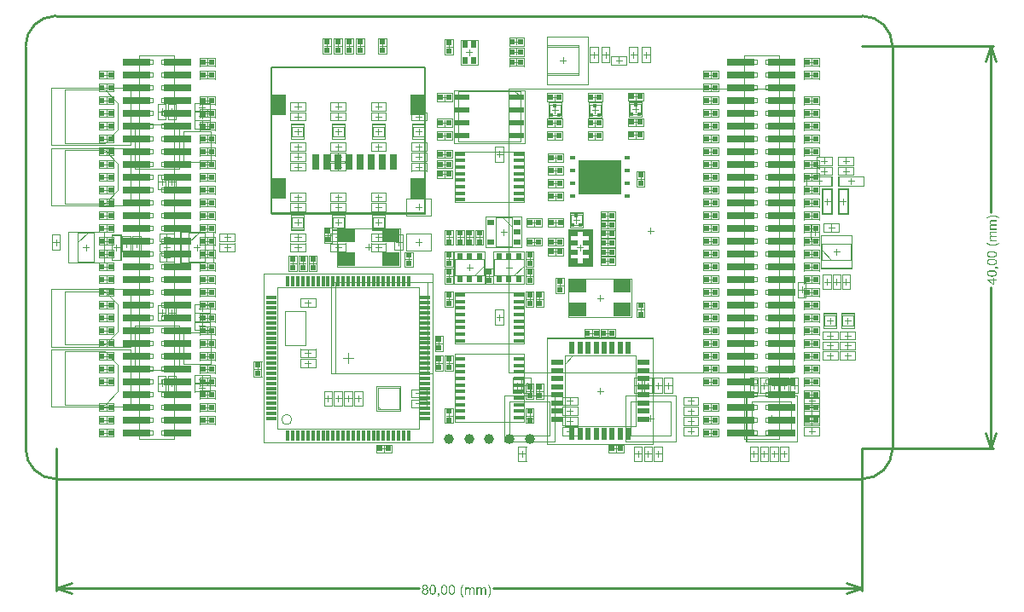
<source format=gbp>
G04*
G04 #@! TF.GenerationSoftware,Altium Limited,Altium Designer,20.0.13 (296)*
G04*
G04 Layer_Color=128*
%FSLAX25Y25*%
%MOIN*%
G70*
G01*
G75*
%ADD10C,0.00394*%
%ADD11C,0.00787*%
%ADD15C,0.00197*%
%ADD16C,0.01000*%
%ADD17C,0.00079*%
%ADD18C,0.00394*%
%ADD19R,0.03150X0.01968*%
%ADD25R,0.01850X0.02047*%
%ADD31R,0.02047X0.01850*%
%ADD38R,0.01575X0.01575*%
%ADD39R,0.01575X0.01575*%
%ADD40R,0.01968X0.03150*%
%ADD72R,0.03937X0.01772*%
%ADD73R,0.01968X0.05118*%
%ADD74R,0.05118X0.01968*%
%ADD75R,0.03937X0.01181*%
%ADD76R,0.01181X0.03937*%
%ADD77C,0.03937*%
%ADD78R,0.06102X0.02362*%
%ADD79R,0.10984X0.02913*%
%ADD80R,0.02756X0.01968*%
%ADD81R,0.16535X0.13386*%
%ADD82R,0.02362X0.01575*%
%ADD83R,0.01968X0.02362*%
%ADD84R,0.03150X0.05906*%
%ADD85R,0.05709X0.07874*%
%ADD86R,0.07087X0.05512*%
%ADD107R,0.10984X0.02914*%
G36*
X167261Y-54174D02*
X167295Y-54177D01*
X167334Y-54184D01*
X167378Y-54190D01*
X167428Y-54200D01*
X167478Y-54210D01*
X167531Y-54227D01*
X167584Y-54244D01*
X167638Y-54267D01*
X167687Y-54294D01*
X167741Y-54324D01*
X167787Y-54360D01*
X167831Y-54400D01*
X167834Y-54403D01*
X167841Y-54410D01*
X167851Y-54423D01*
X167867Y-54443D01*
X167884Y-54467D01*
X167901Y-54497D01*
X167920Y-54533D01*
X167944Y-54573D01*
X167964Y-54623D01*
X167984Y-54673D01*
X168000Y-54733D01*
X168020Y-54796D01*
X168034Y-54866D01*
X168044Y-54940D01*
X168050Y-55023D01*
X168054Y-55109D01*
Y-57017D01*
X167581D01*
Y-55266D01*
Y-55263D01*
Y-55253D01*
Y-55239D01*
Y-55219D01*
Y-55196D01*
X167578Y-55169D01*
X167574Y-55109D01*
X167571Y-55043D01*
X167561Y-54976D01*
X167551Y-54913D01*
X167541Y-54883D01*
X167534Y-54860D01*
X167531Y-54853D01*
X167524Y-54840D01*
X167514Y-54816D01*
X167498Y-54786D01*
X167474Y-54753D01*
X167444Y-54720D01*
X167411Y-54686D01*
X167368Y-54656D01*
X167361Y-54653D01*
X167348Y-54643D01*
X167321Y-54633D01*
X167288Y-54616D01*
X167245Y-54603D01*
X167198Y-54593D01*
X167145Y-54583D01*
X167085Y-54580D01*
X167058D01*
X167035Y-54583D01*
X167011Y-54587D01*
X166981Y-54590D01*
X166948Y-54597D01*
X166915Y-54603D01*
X166838Y-54627D01*
X166798Y-54643D01*
X166755Y-54663D01*
X166715Y-54686D01*
X166675Y-54710D01*
X166635Y-54743D01*
X166598Y-54776D01*
X166595Y-54780D01*
X166592Y-54786D01*
X166582Y-54796D01*
X166569Y-54813D01*
X166555Y-54836D01*
X166539Y-54860D01*
X166519Y-54893D01*
X166502Y-54930D01*
X166485Y-54970D01*
X166465Y-55016D01*
X166449Y-55066D01*
X166435Y-55123D01*
X166422Y-55186D01*
X166415Y-55253D01*
X166409Y-55326D01*
X166405Y-55402D01*
Y-57017D01*
X165933D01*
Y-55209D01*
Y-55206D01*
Y-55196D01*
Y-55179D01*
X165929Y-55159D01*
Y-55133D01*
X165926Y-55103D01*
X165919Y-55033D01*
X165902Y-54956D01*
X165883Y-54880D01*
X165856Y-54806D01*
X165836Y-54770D01*
X165816Y-54740D01*
Y-54736D01*
X165809Y-54733D01*
X165793Y-54713D01*
X165766Y-54690D01*
X165726Y-54660D01*
X165676Y-54630D01*
X165610Y-54603D01*
X165573Y-54593D01*
X165533Y-54587D01*
X165486Y-54583D01*
X165440Y-54580D01*
X165406D01*
X165390Y-54583D01*
X165366Y-54587D01*
X165320Y-54593D01*
X165263Y-54607D01*
X165200Y-54623D01*
X165133Y-54650D01*
X165070Y-54686D01*
X165067D01*
X165063Y-54690D01*
X165043Y-54707D01*
X165013Y-54730D01*
X164977Y-54763D01*
X164937Y-54806D01*
X164897Y-54860D01*
X164860Y-54923D01*
X164827Y-54993D01*
Y-54996D01*
X164824Y-55003D01*
X164820Y-55013D01*
X164817Y-55029D01*
X164810Y-55053D01*
X164804Y-55076D01*
X164797Y-55106D01*
X164790Y-55143D01*
X164784Y-55179D01*
X164777Y-55223D01*
X164770Y-55273D01*
X164764Y-55326D01*
X164760Y-55379D01*
X164757Y-55442D01*
X164754Y-55506D01*
Y-55576D01*
Y-57017D01*
X164281D01*
Y-54234D01*
X164704D01*
Y-54623D01*
X164710Y-54616D01*
X164717Y-54607D01*
X164727Y-54593D01*
X164757Y-54553D01*
X164797Y-54507D01*
X164847Y-54457D01*
X164903Y-54400D01*
X164973Y-54347D01*
X165050Y-54297D01*
X165053D01*
X165060Y-54290D01*
X165073Y-54284D01*
X165090Y-54277D01*
X165110Y-54267D01*
X165133Y-54257D01*
X165163Y-54247D01*
X165193Y-54234D01*
X165267Y-54210D01*
X165350Y-54190D01*
X165446Y-54177D01*
X165546Y-54170D01*
X165576D01*
X165596Y-54174D01*
X165623D01*
X165656Y-54177D01*
X165689Y-54180D01*
X165726Y-54187D01*
X165806Y-54200D01*
X165889Y-54224D01*
X165976Y-54257D01*
X166052Y-54300D01*
X166056D01*
X166062Y-54307D01*
X166072Y-54313D01*
X166086Y-54324D01*
X166119Y-54353D01*
X166162Y-54393D01*
X166206Y-54443D01*
X166252Y-54507D01*
X166296Y-54580D01*
X166332Y-54660D01*
X166335Y-54653D01*
X166349Y-54640D01*
X166365Y-54613D01*
X166392Y-54583D01*
X166425Y-54547D01*
X166465Y-54503D01*
X166512Y-54460D01*
X166562Y-54413D01*
X166622Y-54370D01*
X166688Y-54324D01*
X166758Y-54284D01*
X166835Y-54247D01*
X166915Y-54217D01*
X167001Y-54190D01*
X167095Y-54177D01*
X167191Y-54170D01*
X167231D01*
X167261Y-54174D01*
D02*
G37*
G36*
X162792D02*
X162826Y-54177D01*
X162866Y-54184D01*
X162909Y-54190D01*
X162959Y-54200D01*
X163009Y-54210D01*
X163062Y-54227D01*
X163115Y-54244D01*
X163169Y-54267D01*
X163219Y-54294D01*
X163272Y-54324D01*
X163319Y-54360D01*
X163362Y-54400D01*
X163365Y-54403D01*
X163372Y-54410D01*
X163382Y-54423D01*
X163398Y-54443D01*
X163415Y-54467D01*
X163432Y-54497D01*
X163452Y-54533D01*
X163475Y-54573D01*
X163495Y-54623D01*
X163515Y-54673D01*
X163532Y-54733D01*
X163552Y-54796D01*
X163565Y-54866D01*
X163575Y-54940D01*
X163582Y-55023D01*
X163585Y-55109D01*
Y-57017D01*
X163112D01*
Y-55266D01*
Y-55263D01*
Y-55253D01*
Y-55239D01*
Y-55219D01*
Y-55196D01*
X163109Y-55169D01*
X163105Y-55109D01*
X163102Y-55043D01*
X163092Y-54976D01*
X163082Y-54913D01*
X163072Y-54883D01*
X163065Y-54860D01*
X163062Y-54853D01*
X163055Y-54840D01*
X163045Y-54816D01*
X163029Y-54786D01*
X163005Y-54753D01*
X162976Y-54720D01*
X162942Y-54686D01*
X162899Y-54656D01*
X162892Y-54653D01*
X162879Y-54643D01*
X162852Y-54633D01*
X162819Y-54616D01*
X162776Y-54603D01*
X162729Y-54593D01*
X162676Y-54583D01*
X162616Y-54580D01*
X162589D01*
X162566Y-54583D01*
X162543Y-54587D01*
X162513Y-54590D01*
X162479Y-54597D01*
X162446Y-54603D01*
X162369Y-54627D01*
X162329Y-54643D01*
X162286Y-54663D01*
X162246Y-54686D01*
X162206Y-54710D01*
X162166Y-54743D01*
X162130Y-54776D01*
X162126Y-54780D01*
X162123Y-54786D01*
X162113Y-54796D01*
X162100Y-54813D01*
X162086Y-54836D01*
X162070Y-54860D01*
X162050Y-54893D01*
X162033Y-54930D01*
X162016Y-54970D01*
X161996Y-55016D01*
X161980Y-55066D01*
X161967Y-55123D01*
X161953Y-55186D01*
X161946Y-55253D01*
X161940Y-55326D01*
X161936Y-55402D01*
Y-57017D01*
X161464D01*
Y-55209D01*
Y-55206D01*
Y-55196D01*
Y-55179D01*
X161460Y-55159D01*
Y-55133D01*
X161457Y-55103D01*
X161450Y-55033D01*
X161434Y-54956D01*
X161414Y-54880D01*
X161387Y-54806D01*
X161367Y-54770D01*
X161347Y-54740D01*
Y-54736D01*
X161340Y-54733D01*
X161324Y-54713D01*
X161297Y-54690D01*
X161257Y-54660D01*
X161207Y-54630D01*
X161141Y-54603D01*
X161104Y-54593D01*
X161064Y-54587D01*
X161017Y-54583D01*
X160971Y-54580D01*
X160938D01*
X160921Y-54583D01*
X160898Y-54587D01*
X160851Y-54593D01*
X160794Y-54607D01*
X160731Y-54623D01*
X160664Y-54650D01*
X160601Y-54686D01*
X160598D01*
X160594Y-54690D01*
X160574Y-54707D01*
X160545Y-54730D01*
X160508Y-54763D01*
X160468Y-54806D01*
X160428Y-54860D01*
X160391Y-54923D01*
X160358Y-54993D01*
Y-54996D01*
X160355Y-55003D01*
X160351Y-55013D01*
X160348Y-55029D01*
X160342Y-55053D01*
X160335Y-55076D01*
X160328Y-55106D01*
X160321Y-55143D01*
X160315Y-55179D01*
X160308Y-55223D01*
X160301Y-55273D01*
X160295Y-55326D01*
X160292Y-55379D01*
X160288Y-55442D01*
X160285Y-55506D01*
Y-55576D01*
Y-57017D01*
X159812D01*
Y-54234D01*
X160235D01*
Y-54623D01*
X160242Y-54616D01*
X160248Y-54607D01*
X160258Y-54593D01*
X160288Y-54553D01*
X160328Y-54507D01*
X160378Y-54457D01*
X160435Y-54400D01*
X160505Y-54347D01*
X160581Y-54297D01*
X160584D01*
X160591Y-54290D01*
X160605Y-54284D01*
X160621Y-54277D01*
X160641Y-54267D01*
X160664Y-54257D01*
X160694Y-54247D01*
X160724Y-54234D01*
X160798Y-54210D01*
X160881Y-54190D01*
X160977Y-54177D01*
X161077Y-54170D01*
X161107D01*
X161127Y-54174D01*
X161154D01*
X161187Y-54177D01*
X161221Y-54180D01*
X161257Y-54187D01*
X161337Y-54200D01*
X161420Y-54224D01*
X161507Y-54257D01*
X161583Y-54300D01*
X161587D01*
X161593Y-54307D01*
X161603Y-54313D01*
X161617Y-54324D01*
X161650Y-54353D01*
X161693Y-54393D01*
X161737Y-54443D01*
X161783Y-54507D01*
X161827Y-54580D01*
X161863Y-54660D01*
X161867Y-54653D01*
X161880Y-54640D01*
X161897Y-54613D01*
X161923Y-54583D01*
X161957Y-54547D01*
X161996Y-54503D01*
X162043Y-54460D01*
X162093Y-54413D01*
X162153Y-54370D01*
X162220Y-54324D01*
X162290Y-54284D01*
X162366Y-54247D01*
X162446Y-54217D01*
X162533Y-54190D01*
X162626Y-54177D01*
X162722Y-54170D01*
X162762D01*
X162792Y-54174D01*
D02*
G37*
G36*
X154727Y-53168D02*
X154754D01*
X154784Y-53171D01*
X154817Y-53175D01*
X154857Y-53181D01*
X154940Y-53195D01*
X155030Y-53218D01*
X155123Y-53248D01*
X155213Y-53291D01*
X155217D01*
X155223Y-53298D01*
X155237Y-53304D01*
X155253Y-53315D01*
X155273Y-53328D01*
X155297Y-53341D01*
X155350Y-53381D01*
X155413Y-53434D01*
X155476Y-53494D01*
X155540Y-53568D01*
X155599Y-53651D01*
X155603Y-53654D01*
X155606Y-53661D01*
X155613Y-53674D01*
X155626Y-53691D01*
X155636Y-53714D01*
X155653Y-53741D01*
X155669Y-53774D01*
X155686Y-53811D01*
X155706Y-53847D01*
X155726Y-53891D01*
X155746Y-53941D01*
X155766Y-53991D01*
X155803Y-54100D01*
X155839Y-54220D01*
Y-54224D01*
X155843Y-54237D01*
X155846Y-54254D01*
X155853Y-54280D01*
X155859Y-54317D01*
X155866Y-54357D01*
X155876Y-54403D01*
X155883Y-54460D01*
X155889Y-54520D01*
X155899Y-54590D01*
X155906Y-54663D01*
X155913Y-54743D01*
X155919Y-54830D01*
X155922Y-54923D01*
X155926Y-55023D01*
Y-55126D01*
Y-55129D01*
Y-55133D01*
Y-55143D01*
Y-55156D01*
Y-55193D01*
X155922Y-55239D01*
Y-55296D01*
X155919Y-55362D01*
X155916Y-55436D01*
X155909Y-55516D01*
X155903Y-55602D01*
X155893Y-55689D01*
X155866Y-55872D01*
X155853Y-55962D01*
X155833Y-56052D01*
X155809Y-56138D01*
X155786Y-56218D01*
Y-56222D01*
X155779Y-56235D01*
X155773Y-56258D01*
X155759Y-56285D01*
X155746Y-56322D01*
X155726Y-56362D01*
X155706Y-56405D01*
X155683Y-56451D01*
X155623Y-56555D01*
X155553Y-56661D01*
X155466Y-56764D01*
X155420Y-56814D01*
X155370Y-56858D01*
X155366Y-56861D01*
X155356Y-56868D01*
X155343Y-56878D01*
X155320Y-56891D01*
X155293Y-56911D01*
X155260Y-56928D01*
X155223Y-56948D01*
X155180Y-56968D01*
X155130Y-56991D01*
X155080Y-57011D01*
X155020Y-57028D01*
X154960Y-57044D01*
X154894Y-57061D01*
X154824Y-57071D01*
X154750Y-57077D01*
X154674Y-57081D01*
X154650D01*
X154621Y-57077D01*
X154580Y-57074D01*
X154534Y-57067D01*
X154481Y-57061D01*
X154421Y-57047D01*
X154357Y-57031D01*
X154288Y-57011D01*
X154218Y-56984D01*
X154144Y-56954D01*
X154071Y-56914D01*
X153998Y-56871D01*
X153931Y-56818D01*
X153865Y-56758D01*
X153801Y-56688D01*
X153798Y-56681D01*
X153785Y-56665D01*
X153768Y-56634D01*
X153741Y-56595D01*
X153715Y-56541D01*
X153681Y-56478D01*
X153648Y-56401D01*
X153612Y-56312D01*
X153575Y-56208D01*
X153542Y-56095D01*
X153508Y-55965D01*
X153482Y-55825D01*
X153468Y-55749D01*
X153458Y-55672D01*
X153448Y-55589D01*
X153438Y-55502D01*
X153432Y-55412D01*
X153425Y-55322D01*
X153422Y-55226D01*
Y-55126D01*
Y-55123D01*
Y-55119D01*
Y-55109D01*
Y-55096D01*
Y-55059D01*
X153425Y-55013D01*
Y-54956D01*
X153428Y-54890D01*
X153435Y-54816D01*
X153438Y-54733D01*
X153448Y-54650D01*
X153455Y-54560D01*
X153482Y-54377D01*
X153498Y-54287D01*
X153515Y-54197D01*
X153538Y-54110D01*
X153562Y-54031D01*
X153565Y-54027D01*
X153568Y-54010D01*
X153575Y-53991D01*
X153588Y-53961D01*
X153602Y-53927D01*
X153621Y-53887D01*
X153641Y-53844D01*
X153665Y-53794D01*
X153725Y-53691D01*
X153795Y-53584D01*
X153881Y-53481D01*
X153928Y-53434D01*
X153978Y-53391D01*
X153981Y-53388D01*
X153991Y-53381D01*
X154008Y-53371D01*
X154028Y-53355D01*
X154054Y-53338D01*
X154088Y-53318D01*
X154124Y-53298D01*
X154168Y-53278D01*
X154218Y-53258D01*
X154271Y-53235D01*
X154327Y-53218D01*
X154387Y-53201D01*
X154454Y-53185D01*
X154524Y-53175D01*
X154597Y-53168D01*
X154674Y-53165D01*
X154704D01*
X154727Y-53168D01*
D02*
G37*
G36*
X151743D02*
X151770D01*
X151800Y-53171D01*
X151833Y-53175D01*
X151873Y-53181D01*
X151956Y-53195D01*
X152046Y-53218D01*
X152140Y-53248D01*
X152230Y-53291D01*
X152233D01*
X152240Y-53298D01*
X152253Y-53304D01*
X152269Y-53315D01*
X152289Y-53328D01*
X152313Y-53341D01*
X152366Y-53381D01*
X152429Y-53434D01*
X152493Y-53494D01*
X152556Y-53568D01*
X152616Y-53651D01*
X152619Y-53654D01*
X152622Y-53661D01*
X152629Y-53674D01*
X152643Y-53691D01*
X152653Y-53714D01*
X152669Y-53741D01*
X152686Y-53774D01*
X152702Y-53811D01*
X152722Y-53847D01*
X152742Y-53891D01*
X152762Y-53941D01*
X152782Y-53991D01*
X152819Y-54100D01*
X152856Y-54220D01*
Y-54224D01*
X152859Y-54237D01*
X152862Y-54254D01*
X152869Y-54280D01*
X152876Y-54317D01*
X152882Y-54357D01*
X152892Y-54403D01*
X152899Y-54460D01*
X152906Y-54520D01*
X152916Y-54590D01*
X152922Y-54663D01*
X152929Y-54743D01*
X152936Y-54830D01*
X152939Y-54923D01*
X152942Y-55023D01*
Y-55126D01*
Y-55129D01*
Y-55133D01*
Y-55143D01*
Y-55156D01*
Y-55193D01*
X152939Y-55239D01*
Y-55296D01*
X152936Y-55362D01*
X152932Y-55436D01*
X152926Y-55516D01*
X152919Y-55602D01*
X152909Y-55689D01*
X152882Y-55872D01*
X152869Y-55962D01*
X152849Y-56052D01*
X152826Y-56138D01*
X152802Y-56218D01*
Y-56222D01*
X152796Y-56235D01*
X152789Y-56258D01*
X152776Y-56285D01*
X152762Y-56322D01*
X152742Y-56362D01*
X152722Y-56405D01*
X152699Y-56451D01*
X152639Y-56555D01*
X152569Y-56661D01*
X152483Y-56764D01*
X152436Y-56814D01*
X152386Y-56858D01*
X152383Y-56861D01*
X152373Y-56868D01*
X152359Y-56878D01*
X152336Y-56891D01*
X152310Y-56911D01*
X152276Y-56928D01*
X152240Y-56948D01*
X152196Y-56968D01*
X152146Y-56991D01*
X152096Y-57011D01*
X152036Y-57028D01*
X151977Y-57044D01*
X151910Y-57061D01*
X151840Y-57071D01*
X151767Y-57077D01*
X151690Y-57081D01*
X151667D01*
X151637Y-57077D01*
X151597Y-57074D01*
X151550Y-57067D01*
X151497Y-57061D01*
X151437Y-57047D01*
X151374Y-57031D01*
X151304Y-57011D01*
X151234Y-56984D01*
X151161Y-56954D01*
X151087Y-56914D01*
X151014Y-56871D01*
X150947Y-56818D01*
X150881Y-56758D01*
X150818Y-56688D01*
X150814Y-56681D01*
X150801Y-56665D01*
X150784Y-56634D01*
X150758Y-56595D01*
X150731Y-56541D01*
X150698Y-56478D01*
X150664Y-56401D01*
X150628Y-56312D01*
X150591Y-56208D01*
X150558Y-56095D01*
X150525Y-55965D01*
X150498Y-55825D01*
X150485Y-55749D01*
X150475Y-55672D01*
X150465Y-55589D01*
X150455Y-55502D01*
X150448Y-55412D01*
X150441Y-55322D01*
X150438Y-55226D01*
Y-55126D01*
Y-55123D01*
Y-55119D01*
Y-55109D01*
Y-55096D01*
Y-55059D01*
X150441Y-55013D01*
Y-54956D01*
X150445Y-54890D01*
X150451Y-54816D01*
X150455Y-54733D01*
X150465Y-54650D01*
X150471Y-54560D01*
X150498Y-54377D01*
X150515Y-54287D01*
X150531Y-54197D01*
X150555Y-54110D01*
X150578Y-54031D01*
X150581Y-54027D01*
X150584Y-54010D01*
X150591Y-53991D01*
X150604Y-53961D01*
X150618Y-53927D01*
X150638Y-53887D01*
X150658Y-53844D01*
X150681Y-53794D01*
X150741Y-53691D01*
X150811Y-53584D01*
X150898Y-53481D01*
X150944Y-53434D01*
X150994Y-53391D01*
X150997Y-53388D01*
X151007Y-53381D01*
X151024Y-53371D01*
X151044Y-53355D01*
X151071Y-53338D01*
X151104Y-53318D01*
X151141Y-53298D01*
X151184Y-53278D01*
X151234Y-53258D01*
X151287Y-53235D01*
X151344Y-53218D01*
X151404Y-53201D01*
X151470Y-53185D01*
X151540Y-53175D01*
X151613Y-53168D01*
X151690Y-53165D01*
X151720D01*
X151743Y-53168D01*
D02*
G37*
G36*
X147268D02*
X147294D01*
X147325Y-53171D01*
X147358Y-53175D01*
X147398Y-53181D01*
X147481Y-53195D01*
X147571Y-53218D01*
X147664Y-53248D01*
X147754Y-53291D01*
X147757D01*
X147764Y-53298D01*
X147777Y-53304D01*
X147794Y-53315D01*
X147814Y-53328D01*
X147837Y-53341D01*
X147891Y-53381D01*
X147954Y-53434D01*
X148017Y-53494D01*
X148080Y-53568D01*
X148140Y-53651D01*
X148144Y-53654D01*
X148147Y-53661D01*
X148154Y-53674D01*
X148167Y-53691D01*
X148177Y-53714D01*
X148194Y-53741D01*
X148210Y-53774D01*
X148227Y-53811D01*
X148247Y-53847D01*
X148267Y-53891D01*
X148287Y-53941D01*
X148307Y-53991D01*
X148344Y-54100D01*
X148380Y-54220D01*
Y-54224D01*
X148383Y-54237D01*
X148387Y-54254D01*
X148393Y-54280D01*
X148400Y-54317D01*
X148407Y-54357D01*
X148417Y-54403D01*
X148423Y-54460D01*
X148430Y-54520D01*
X148440Y-54590D01*
X148447Y-54663D01*
X148453Y-54743D01*
X148460Y-54830D01*
X148463Y-54923D01*
X148467Y-55023D01*
Y-55126D01*
Y-55129D01*
Y-55133D01*
Y-55143D01*
Y-55156D01*
Y-55193D01*
X148463Y-55239D01*
Y-55296D01*
X148460Y-55362D01*
X148457Y-55436D01*
X148450Y-55516D01*
X148443Y-55602D01*
X148433Y-55689D01*
X148407Y-55872D01*
X148393Y-55962D01*
X148373Y-56052D01*
X148350Y-56138D01*
X148327Y-56218D01*
Y-56222D01*
X148320Y-56235D01*
X148313Y-56258D01*
X148300Y-56285D01*
X148287Y-56322D01*
X148267Y-56362D01*
X148247Y-56405D01*
X148224Y-56451D01*
X148164Y-56555D01*
X148094Y-56661D01*
X148007Y-56764D01*
X147960Y-56814D01*
X147911Y-56858D01*
X147907Y-56861D01*
X147897Y-56868D01*
X147884Y-56878D01*
X147861Y-56891D01*
X147834Y-56911D01*
X147801Y-56928D01*
X147764Y-56948D01*
X147721Y-56968D01*
X147671Y-56991D01*
X147621Y-57011D01*
X147561Y-57028D01*
X147501Y-57044D01*
X147434Y-57061D01*
X147364Y-57071D01*
X147291Y-57077D01*
X147215Y-57081D01*
X147191D01*
X147161Y-57077D01*
X147121Y-57074D01*
X147075Y-57067D01*
X147021Y-57061D01*
X146961Y-57047D01*
X146898Y-57031D01*
X146828Y-57011D01*
X146758Y-56984D01*
X146685Y-56954D01*
X146612Y-56914D01*
X146539Y-56871D01*
X146472Y-56818D01*
X146405Y-56758D01*
X146342Y-56688D01*
X146339Y-56681D01*
X146326Y-56665D01*
X146309Y-56634D01*
X146282Y-56595D01*
X146256Y-56541D01*
X146222Y-56478D01*
X146189Y-56401D01*
X146152Y-56312D01*
X146116Y-56208D01*
X146082Y-56095D01*
X146049Y-55965D01*
X146022Y-55825D01*
X146009Y-55749D01*
X145999Y-55672D01*
X145989Y-55589D01*
X145979Y-55502D01*
X145973Y-55412D01*
X145966Y-55322D01*
X145963Y-55226D01*
Y-55126D01*
Y-55123D01*
Y-55119D01*
Y-55109D01*
Y-55096D01*
Y-55059D01*
X145966Y-55013D01*
Y-54956D01*
X145969Y-54890D01*
X145976Y-54816D01*
X145979Y-54733D01*
X145989Y-54650D01*
X145996Y-54560D01*
X146022Y-54377D01*
X146039Y-54287D01*
X146056Y-54197D01*
X146079Y-54110D01*
X146102Y-54031D01*
X146106Y-54027D01*
X146109Y-54010D01*
X146116Y-53991D01*
X146129Y-53961D01*
X146142Y-53927D01*
X146162Y-53887D01*
X146182Y-53844D01*
X146206Y-53794D01*
X146265Y-53691D01*
X146335Y-53584D01*
X146422Y-53481D01*
X146469Y-53434D01*
X146519Y-53391D01*
X146522Y-53388D01*
X146532Y-53381D01*
X146549Y-53371D01*
X146569Y-53355D01*
X146595Y-53338D01*
X146628Y-53318D01*
X146665Y-53298D01*
X146708Y-53278D01*
X146758Y-53258D01*
X146812Y-53235D01*
X146868Y-53218D01*
X146928Y-53201D01*
X146995Y-53185D01*
X147065Y-53175D01*
X147138Y-53168D01*
X147215Y-53165D01*
X147245D01*
X147268Y-53168D01*
D02*
G37*
G36*
X144278D02*
X144311D01*
X144354Y-53175D01*
X144404Y-53181D01*
X144457Y-53188D01*
X144517Y-53201D01*
X144581Y-53218D01*
X144647Y-53235D01*
X144714Y-53261D01*
X144780Y-53288D01*
X144847Y-53321D01*
X144914Y-53361D01*
X144977Y-53404D01*
X145037Y-53458D01*
X145040Y-53461D01*
X145050Y-53471D01*
X145067Y-53488D01*
X145087Y-53511D01*
X145110Y-53538D01*
X145133Y-53571D01*
X145163Y-53611D01*
X145193Y-53658D01*
X145220Y-53704D01*
X145250Y-53761D01*
X145273Y-53817D01*
X145300Y-53881D01*
X145317Y-53947D01*
X145333Y-54017D01*
X145343Y-54090D01*
X145346Y-54167D01*
Y-54170D01*
Y-54180D01*
Y-54194D01*
X145343Y-54210D01*
Y-54234D01*
X145340Y-54260D01*
X145330Y-54324D01*
X145313Y-54397D01*
X145287Y-54477D01*
X145250Y-54557D01*
X145230Y-54597D01*
X145203Y-54633D01*
Y-54637D01*
X145197Y-54643D01*
X145190Y-54653D01*
X145177Y-54667D01*
X145163Y-54683D01*
X145143Y-54700D01*
X145123Y-54723D01*
X145097Y-54743D01*
X145070Y-54770D01*
X145037Y-54793D01*
X145003Y-54820D01*
X144964Y-54843D01*
X144924Y-54870D01*
X144877Y-54893D01*
X144830Y-54916D01*
X144777Y-54936D01*
X144780D01*
X144794Y-54943D01*
X144810Y-54949D01*
X144834Y-54959D01*
X144864Y-54970D01*
X144900Y-54986D01*
X144937Y-55006D01*
X144977Y-55026D01*
X145063Y-55079D01*
X145153Y-55143D01*
X145240Y-55219D01*
X145280Y-55263D01*
X145317Y-55309D01*
X145320Y-55313D01*
X145323Y-55319D01*
X145333Y-55336D01*
X145346Y-55356D01*
X145360Y-55379D01*
X145376Y-55409D01*
X145393Y-55442D01*
X145410Y-55482D01*
X145426Y-55526D01*
X145443Y-55569D01*
X145460Y-55622D01*
X145473Y-55676D01*
X145496Y-55792D01*
X145500Y-55852D01*
X145503Y-55919D01*
Y-55925D01*
Y-55942D01*
X145500Y-55965D01*
X145496Y-56002D01*
X145493Y-56042D01*
X145483Y-56092D01*
X145473Y-56148D01*
X145460Y-56208D01*
X145440Y-56272D01*
X145416Y-56338D01*
X145390Y-56405D01*
X145356Y-56475D01*
X145317Y-56545D01*
X145270Y-56615D01*
X145217Y-56684D01*
X145153Y-56748D01*
X145150Y-56751D01*
X145137Y-56761D01*
X145117Y-56778D01*
X145090Y-56801D01*
X145053Y-56824D01*
X145013Y-56854D01*
X144964Y-56884D01*
X144907Y-56914D01*
X144844Y-56944D01*
X144777Y-56974D01*
X144700Y-57004D01*
X144621Y-57028D01*
X144534Y-57051D01*
X144441Y-57067D01*
X144341Y-57077D01*
X144238Y-57081D01*
X144211D01*
X144184Y-57077D01*
X144144Y-57074D01*
X144094Y-57071D01*
X144038Y-57064D01*
X143978Y-57054D01*
X143908Y-57038D01*
X143838Y-57021D01*
X143765Y-56998D01*
X143688Y-56971D01*
X143608Y-56938D01*
X143532Y-56901D01*
X143458Y-56854D01*
X143385Y-56804D01*
X143318Y-56744D01*
X143315Y-56741D01*
X143305Y-56728D01*
X143285Y-56711D01*
X143265Y-56684D01*
X143239Y-56651D01*
X143209Y-56611D01*
X143179Y-56565D01*
X143145Y-56515D01*
X143112Y-56455D01*
X143082Y-56391D01*
X143052Y-56325D01*
X143026Y-56248D01*
X143006Y-56172D01*
X142989Y-56088D01*
X142975Y-56002D01*
X142972Y-55909D01*
Y-55905D01*
Y-55892D01*
Y-55872D01*
X142975Y-55845D01*
X142979Y-55812D01*
X142982Y-55775D01*
X142989Y-55735D01*
X142996Y-55689D01*
X143019Y-55589D01*
X143035Y-55536D01*
X143052Y-55486D01*
X143075Y-55432D01*
X143099Y-55379D01*
X143129Y-55329D01*
X143162Y-55279D01*
X143165Y-55276D01*
X143172Y-55269D01*
X143182Y-55256D01*
X143199Y-55239D01*
X143215Y-55219D01*
X143242Y-55193D01*
X143269Y-55169D01*
X143302Y-55143D01*
X143339Y-55113D01*
X143378Y-55083D01*
X143422Y-55056D01*
X143472Y-55026D01*
X143525Y-55003D01*
X143582Y-54976D01*
X143641Y-54956D01*
X143705Y-54936D01*
X143701D01*
X143692Y-54930D01*
X143678Y-54926D01*
X143655Y-54916D01*
X143631Y-54906D01*
X143605Y-54893D01*
X143538Y-54856D01*
X143468Y-54813D01*
X143395Y-54763D01*
X143325Y-54700D01*
X143295Y-54667D01*
X143265Y-54630D01*
Y-54627D01*
X143259Y-54620D01*
X143252Y-54610D01*
X143242Y-54593D01*
X143232Y-54577D01*
X143222Y-54553D01*
X143209Y-54527D01*
X143195Y-54497D01*
X143169Y-54427D01*
X143149Y-54343D01*
X143132Y-54254D01*
X143125Y-54154D01*
Y-54150D01*
Y-54134D01*
X143129Y-54114D01*
Y-54084D01*
X143135Y-54047D01*
X143142Y-54007D01*
X143152Y-53961D01*
X143162Y-53911D01*
X143179Y-53857D01*
X143199Y-53801D01*
X143222Y-53741D01*
X143252Y-53681D01*
X143285Y-53621D01*
X143325Y-53564D01*
X143372Y-53508D01*
X143425Y-53451D01*
X143428Y-53448D01*
X143438Y-53438D01*
X143455Y-53424D01*
X143482Y-53408D01*
X143512Y-53385D01*
X143548Y-53361D01*
X143592Y-53334D01*
X143638Y-53308D01*
X143695Y-53281D01*
X143755Y-53255D01*
X143821Y-53231D01*
X143891Y-53208D01*
X143968Y-53191D01*
X144051Y-53178D01*
X144138Y-53168D01*
X144228Y-53165D01*
X144251D01*
X144278Y-53168D01*
D02*
G37*
G36*
X149735Y-57017D02*
Y-57021D01*
Y-57031D01*
Y-57044D01*
Y-57067D01*
X149732Y-57091D01*
X149729Y-57121D01*
X149722Y-57187D01*
X149709Y-57264D01*
X149692Y-57341D01*
X149665Y-57420D01*
X149629Y-57494D01*
Y-57497D01*
X149626Y-57500D01*
X149619Y-57510D01*
X149609Y-57524D01*
X149585Y-57557D01*
X149549Y-57597D01*
X149502Y-57644D01*
X149446Y-57690D01*
X149379Y-57737D01*
X149299Y-57777D01*
X149169Y-57574D01*
X149173D01*
X149176Y-57570D01*
X149193Y-57560D01*
X149219Y-57547D01*
X149252Y-57524D01*
X149286Y-57497D01*
X149322Y-57464D01*
X149356Y-57424D01*
X149386Y-57380D01*
X149389Y-57374D01*
X149396Y-57357D01*
X149409Y-57327D01*
X149422Y-57287D01*
X149436Y-57237D01*
X149449Y-57174D01*
X149459Y-57101D01*
X149466Y-57017D01*
X149199D01*
Y-56481D01*
X149735D01*
Y-57017D01*
D02*
G37*
G36*
X169056Y-53115D02*
X169063Y-53118D01*
X169069Y-53128D01*
X169079Y-53141D01*
X169089Y-53158D01*
X169103Y-53178D01*
X169136Y-53225D01*
X169179Y-53285D01*
X169226Y-53355D01*
X169276Y-53434D01*
X169332Y-53524D01*
X169389Y-53621D01*
X169452Y-53724D01*
X169512Y-53834D01*
X169572Y-53947D01*
X169629Y-54064D01*
X169685Y-54187D01*
X169739Y-54310D01*
X169785Y-54433D01*
X169789Y-54440D01*
X169795Y-54460D01*
X169805Y-54490D01*
X169819Y-54533D01*
X169832Y-54583D01*
X169849Y-54646D01*
X169869Y-54716D01*
X169889Y-54796D01*
X169905Y-54883D01*
X169925Y-54976D01*
X169942Y-55073D01*
X169958Y-55179D01*
X169968Y-55286D01*
X169978Y-55399D01*
X169985Y-55512D01*
X169989Y-55629D01*
Y-55632D01*
Y-55635D01*
Y-55646D01*
Y-55659D01*
Y-55679D01*
X169985Y-55699D01*
Y-55749D01*
X169982Y-55812D01*
X169975Y-55885D01*
X169965Y-55972D01*
X169955Y-56065D01*
X169939Y-56165D01*
X169922Y-56272D01*
X169899Y-56385D01*
X169872Y-56501D01*
X169842Y-56625D01*
X169805Y-56748D01*
X169762Y-56871D01*
X169715Y-56994D01*
Y-56998D01*
X169712Y-57001D01*
X169709Y-57011D01*
X169702Y-57024D01*
X169689Y-57057D01*
X169666Y-57104D01*
X169639Y-57161D01*
X169609Y-57227D01*
X169572Y-57304D01*
X169532Y-57384D01*
X169486Y-57474D01*
X169436Y-57564D01*
X169379Y-57660D01*
X169323Y-57757D01*
X169259Y-57857D01*
X169196Y-57956D01*
X169126Y-58053D01*
X169056Y-58146D01*
X168720D01*
X168723Y-58143D01*
X168730Y-58133D01*
X168740Y-58113D01*
X168753Y-58090D01*
X168770Y-58060D01*
X168793Y-58023D01*
X168816Y-57980D01*
X168843Y-57930D01*
X168870Y-57877D01*
X168903Y-57817D01*
X168933Y-57753D01*
X168966Y-57683D01*
X169003Y-57607D01*
X169039Y-57530D01*
X169076Y-57447D01*
X169113Y-57361D01*
X169149Y-57271D01*
X169183Y-57177D01*
X169256Y-56981D01*
X169323Y-56771D01*
X169379Y-56555D01*
X169429Y-56328D01*
X169452Y-56215D01*
X169469Y-56098D01*
X169482Y-55982D01*
X169492Y-55865D01*
X169499Y-55745D01*
X169502Y-55629D01*
Y-55622D01*
Y-55606D01*
Y-55579D01*
Y-55546D01*
X169499Y-55499D01*
X169496Y-55449D01*
X169492Y-55389D01*
X169489Y-55322D01*
X169482Y-55253D01*
X169476Y-55176D01*
X169466Y-55096D01*
X169456Y-55010D01*
X169426Y-54833D01*
X169389Y-54653D01*
Y-54650D01*
X169386Y-54637D01*
X169379Y-54613D01*
X169372Y-54587D01*
X169362Y-54550D01*
X169352Y-54510D01*
X169339Y-54463D01*
X169326Y-54410D01*
X169306Y-54357D01*
X169289Y-54297D01*
X169246Y-54167D01*
X169196Y-54034D01*
X169139Y-53897D01*
Y-53894D01*
X169136Y-53887D01*
X169129Y-53871D01*
X169119Y-53851D01*
X169106Y-53827D01*
X169089Y-53794D01*
X169069Y-53757D01*
X169049Y-53711D01*
X169023Y-53661D01*
X168993Y-53604D01*
X168956Y-53538D01*
X168920Y-53468D01*
X168876Y-53388D01*
X168830Y-53304D01*
X168776Y-53211D01*
X168720Y-53111D01*
X169056D01*
Y-53115D01*
D02*
G37*
G36*
X159266Y-53118D02*
X159256Y-53135D01*
X159239Y-53165D01*
X159219Y-53201D01*
X159193Y-53245D01*
X159163Y-53298D01*
X159129Y-53355D01*
X159096Y-53414D01*
X159026Y-53541D01*
X158956Y-53671D01*
X158926Y-53731D01*
X158896Y-53791D01*
X158870Y-53844D01*
X158850Y-53891D01*
X158846Y-53894D01*
X158843Y-53907D01*
X158833Y-53927D01*
X158823Y-53954D01*
X158810Y-53987D01*
X158793Y-54027D01*
X158776Y-54070D01*
X158760Y-54120D01*
X158740Y-54177D01*
X158716Y-54234D01*
X158696Y-54297D01*
X158676Y-54364D01*
X158633Y-54500D01*
X158597Y-54646D01*
Y-54653D01*
X158593Y-54670D01*
X158587Y-54697D01*
X158580Y-54730D01*
X158570Y-54776D01*
X158563Y-54826D01*
X158553Y-54886D01*
X158543Y-54953D01*
X158530Y-55026D01*
X158520Y-55103D01*
X158513Y-55183D01*
X158503Y-55266D01*
X158490Y-55446D01*
X158487Y-55629D01*
Y-55632D01*
Y-55642D01*
Y-55662D01*
Y-55686D01*
X158490Y-55715D01*
X158493Y-55752D01*
Y-55795D01*
X158500Y-55845D01*
X158503Y-55899D01*
X158510Y-55958D01*
X158520Y-56025D01*
X158527Y-56095D01*
X158540Y-56168D01*
X158553Y-56248D01*
X158567Y-56331D01*
X158583Y-56418D01*
X158603Y-56508D01*
X158626Y-56601D01*
X158676Y-56798D01*
X158740Y-57007D01*
X158776Y-57114D01*
X158816Y-57224D01*
X158860Y-57334D01*
X158906Y-57447D01*
X158956Y-57564D01*
X159009Y-57677D01*
X159069Y-57793D01*
X159133Y-57910D01*
X159199Y-58030D01*
X159269Y-58146D01*
X158933D01*
X158930Y-58140D01*
X158916Y-58123D01*
X158896Y-58096D01*
X158866Y-58060D01*
X158833Y-58013D01*
X158793Y-57956D01*
X158750Y-57890D01*
X158703Y-57817D01*
X158653Y-57737D01*
X158600Y-57647D01*
X158543Y-57554D01*
X158487Y-57454D01*
X158430Y-57344D01*
X158377Y-57234D01*
X158324Y-57114D01*
X158270Y-56994D01*
Y-56991D01*
X158267Y-56988D01*
X158264Y-56977D01*
X158260Y-56964D01*
X158254Y-56948D01*
X158247Y-56928D01*
X158227Y-56881D01*
X158207Y-56821D01*
X158184Y-56748D01*
X158160Y-56668D01*
X158137Y-56575D01*
X158110Y-56478D01*
X158087Y-56371D01*
X158064Y-56258D01*
X158044Y-56138D01*
X158027Y-56019D01*
X158014Y-55889D01*
X158004Y-55762D01*
X158001Y-55629D01*
Y-55625D01*
Y-55622D01*
Y-55612D01*
Y-55602D01*
Y-55566D01*
X158004Y-55522D01*
X158007Y-55466D01*
X158010Y-55399D01*
X158017Y-55326D01*
X158027Y-55246D01*
X158037Y-55156D01*
X158050Y-55063D01*
X158067Y-54963D01*
X158084Y-54860D01*
X158107Y-54756D01*
X158134Y-54646D01*
X158164Y-54540D01*
X158200Y-54433D01*
Y-54430D01*
X158204Y-54427D01*
X158207Y-54417D01*
X158210Y-54403D01*
X158217Y-54387D01*
X158227Y-54367D01*
X158244Y-54320D01*
X158270Y-54260D01*
X158300Y-54190D01*
X158337Y-54107D01*
X158380Y-54021D01*
X158430Y-53924D01*
X158483Y-53821D01*
X158543Y-53711D01*
X158610Y-53598D01*
X158680Y-53478D01*
X158760Y-53358D01*
X158843Y-53235D01*
X158933Y-53111D01*
X159269D01*
X159266Y-53118D01*
D02*
G37*
G36*
X366199Y91320D02*
X366249D01*
X366312Y91317D01*
X366385Y91310D01*
X366472Y91300D01*
X366565Y91290D01*
X366665Y91273D01*
X366772Y91257D01*
X366885Y91233D01*
X367001Y91207D01*
X367125Y91177D01*
X367248Y91140D01*
X367371Y91097D01*
X367494Y91050D01*
X367497D01*
X367501Y91047D01*
X367511Y91044D01*
X367524Y91037D01*
X367557Y91023D01*
X367604Y91000D01*
X367661Y90974D01*
X367727Y90944D01*
X367804Y90907D01*
X367884Y90867D01*
X367974Y90820D01*
X368064Y90770D01*
X368160Y90714D01*
X368257Y90657D01*
X368357Y90594D01*
X368457Y90531D01*
X368553Y90461D01*
X368646Y90391D01*
Y90055D01*
X368643Y90058D01*
X368633Y90065D01*
X368613Y90074D01*
X368590Y90088D01*
X368560Y90104D01*
X368523Y90128D01*
X368480Y90151D01*
X368430Y90178D01*
X368377Y90204D01*
X368317Y90238D01*
X368253Y90268D01*
X368183Y90301D01*
X368107Y90338D01*
X368030Y90374D01*
X367947Y90411D01*
X367861Y90447D01*
X367771Y90484D01*
X367677Y90517D01*
X367481Y90591D01*
X367271Y90657D01*
X367055Y90714D01*
X366828Y90764D01*
X366715Y90787D01*
X366598Y90804D01*
X366482Y90817D01*
X366365Y90827D01*
X366245Y90834D01*
X366129Y90837D01*
X366122D01*
X366106D01*
X366079D01*
X366046D01*
X365999Y90834D01*
X365949Y90830D01*
X365889Y90827D01*
X365823Y90824D01*
X365753Y90817D01*
X365676Y90810D01*
X365596Y90800D01*
X365510Y90790D01*
X365333Y90760D01*
X365153Y90724D01*
X365150D01*
X365137Y90720D01*
X365113Y90714D01*
X365087Y90707D01*
X365050Y90697D01*
X365010Y90687D01*
X364963Y90674D01*
X364910Y90661D01*
X364857Y90641D01*
X364797Y90624D01*
X364667Y90581D01*
X364534Y90531D01*
X364397Y90474D01*
X364394D01*
X364387Y90471D01*
X364371Y90464D01*
X364351Y90454D01*
X364327Y90441D01*
X364294Y90424D01*
X364257Y90404D01*
X364211Y90384D01*
X364161Y90358D01*
X364104Y90328D01*
X364038Y90291D01*
X363968Y90254D01*
X363888Y90211D01*
X363805Y90164D01*
X363711Y90111D01*
X363611Y90055D01*
Y90391D01*
X363615D01*
X363618Y90398D01*
X363628Y90404D01*
X363641Y90414D01*
X363658Y90424D01*
X363678Y90437D01*
X363725Y90471D01*
X363785Y90514D01*
X363855Y90561D01*
X363934Y90611D01*
X364024Y90667D01*
X364121Y90724D01*
X364224Y90787D01*
X364334Y90847D01*
X364447Y90907D01*
X364564Y90964D01*
X364687Y91020D01*
X364810Y91074D01*
X364933Y91120D01*
X364940Y91123D01*
X364960Y91130D01*
X364990Y91140D01*
X365033Y91153D01*
X365083Y91167D01*
X365146Y91183D01*
X365216Y91203D01*
X365296Y91223D01*
X365383Y91240D01*
X365476Y91260D01*
X365573Y91277D01*
X365679Y91293D01*
X365786Y91303D01*
X365899Y91313D01*
X366012Y91320D01*
X366129Y91323D01*
X366132D01*
X366136D01*
X366145D01*
X366159D01*
X366179D01*
X366199Y91320D01*
D02*
G37*
G36*
X367517Y88916D02*
X365766D01*
X365763D01*
X365753D01*
X365739D01*
X365719D01*
X365696D01*
X365669Y88912D01*
X365609Y88909D01*
X365543Y88906D01*
X365476Y88896D01*
X365413Y88886D01*
X365383Y88876D01*
X365360Y88869D01*
X365353Y88866D01*
X365340Y88859D01*
X365316Y88849D01*
X365286Y88832D01*
X365253Y88809D01*
X365220Y88779D01*
X365187Y88746D01*
X365157Y88702D01*
X365153Y88696D01*
X365143Y88683D01*
X365133Y88656D01*
X365117Y88623D01*
X365103Y88579D01*
X365093Y88533D01*
X365083Y88479D01*
X365080Y88420D01*
Y88393D01*
X365083Y88370D01*
X365087Y88346D01*
X365090Y88316D01*
X365097Y88283D01*
X365103Y88250D01*
X365126Y88173D01*
X365143Y88133D01*
X365163Y88090D01*
X365187Y88050D01*
X365210Y88010D01*
X365243Y87970D01*
X365276Y87933D01*
X365280Y87930D01*
X365286Y87927D01*
X365296Y87917D01*
X365313Y87903D01*
X365336Y87890D01*
X365360Y87873D01*
X365393Y87853D01*
X365430Y87837D01*
X365470Y87820D01*
X365516Y87800D01*
X365566Y87783D01*
X365623Y87770D01*
X365686Y87757D01*
X365753Y87750D01*
X365826Y87744D01*
X365902Y87740D01*
X367517D01*
Y87267D01*
X365709D01*
X365706D01*
X365696D01*
X365679D01*
X365659Y87264D01*
X365633D01*
X365603Y87261D01*
X365533Y87254D01*
X365456Y87237D01*
X365380Y87217D01*
X365306Y87191D01*
X365270Y87171D01*
X365240Y87151D01*
X365236D01*
X365233Y87144D01*
X365213Y87127D01*
X365190Y87101D01*
X365160Y87061D01*
X365130Y87011D01*
X365103Y86944D01*
X365093Y86908D01*
X365087Y86868D01*
X365083Y86821D01*
X365080Y86774D01*
Y86741D01*
X365083Y86725D01*
X365087Y86701D01*
X365093Y86655D01*
X365107Y86598D01*
X365123Y86535D01*
X365150Y86468D01*
X365187Y86405D01*
Y86401D01*
X365190Y86398D01*
X365207Y86378D01*
X365230Y86348D01*
X365263Y86312D01*
X365306Y86272D01*
X365360Y86232D01*
X365423Y86195D01*
X365493Y86162D01*
X365496D01*
X365503Y86158D01*
X365513Y86155D01*
X365529Y86152D01*
X365553Y86145D01*
X365576Y86138D01*
X365606Y86132D01*
X365643Y86125D01*
X365679Y86118D01*
X365723Y86112D01*
X365773Y86105D01*
X365826Y86098D01*
X365879Y86095D01*
X365942Y86092D01*
X366006Y86089D01*
X366076D01*
X367517D01*
Y85616D01*
X364734D01*
Y86039D01*
X365123D01*
X365117Y86045D01*
X365107Y86052D01*
X365093Y86062D01*
X365053Y86092D01*
X365007Y86132D01*
X364957Y86182D01*
X364900Y86238D01*
X364847Y86308D01*
X364797Y86385D01*
Y86388D01*
X364790Y86395D01*
X364784Y86408D01*
X364777Y86425D01*
X364767Y86445D01*
X364757Y86468D01*
X364747Y86498D01*
X364734Y86528D01*
X364710Y86601D01*
X364690Y86685D01*
X364677Y86781D01*
X364670Y86881D01*
Y86911D01*
X364674Y86931D01*
Y86958D01*
X364677Y86991D01*
X364680Y87024D01*
X364687Y87061D01*
X364700Y87141D01*
X364724Y87224D01*
X364757Y87311D01*
X364800Y87387D01*
Y87391D01*
X364807Y87397D01*
X364813Y87407D01*
X364824Y87420D01*
X364854Y87454D01*
X364893Y87497D01*
X364943Y87540D01*
X365007Y87587D01*
X365080Y87630D01*
X365160Y87667D01*
X365153Y87670D01*
X365140Y87683D01*
X365113Y87700D01*
X365083Y87727D01*
X365047Y87760D01*
X365003Y87800D01*
X364960Y87847D01*
X364913Y87897D01*
X364870Y87957D01*
X364824Y88023D01*
X364784Y88093D01*
X364747Y88170D01*
X364717Y88250D01*
X364690Y88336D01*
X364677Y88429D01*
X364670Y88526D01*
Y88566D01*
X364674Y88596D01*
X364677Y88629D01*
X364684Y88669D01*
X364690Y88713D01*
X364700Y88762D01*
X364710Y88812D01*
X364727Y88866D01*
X364744Y88919D01*
X364767Y88972D01*
X364793Y89022D01*
X364824Y89075D01*
X364860Y89122D01*
X364900Y89165D01*
X364903Y89169D01*
X364910Y89175D01*
X364923Y89185D01*
X364943Y89202D01*
X364967Y89219D01*
X364997Y89235D01*
X365033Y89255D01*
X365073Y89279D01*
X365123Y89299D01*
X365173Y89319D01*
X365233Y89335D01*
X365296Y89355D01*
X365366Y89368D01*
X365440Y89378D01*
X365523Y89385D01*
X365609Y89389D01*
X367517D01*
Y88916D01*
D02*
G37*
G36*
Y84447D02*
X365766D01*
X365763D01*
X365753D01*
X365739D01*
X365719D01*
X365696D01*
X365669Y84443D01*
X365609Y84440D01*
X365543Y84437D01*
X365476Y84427D01*
X365413Y84417D01*
X365383Y84407D01*
X365360Y84400D01*
X365353Y84397D01*
X365340Y84390D01*
X365316Y84380D01*
X365286Y84364D01*
X365253Y84340D01*
X365220Y84310D01*
X365187Y84277D01*
X365157Y84234D01*
X365153Y84227D01*
X365143Y84214D01*
X365133Y84187D01*
X365117Y84154D01*
X365103Y84110D01*
X365093Y84064D01*
X365083Y84010D01*
X365080Y83951D01*
Y83924D01*
X365083Y83901D01*
X365087Y83877D01*
X365090Y83847D01*
X365097Y83814D01*
X365103Y83781D01*
X365126Y83704D01*
X365143Y83664D01*
X365163Y83621D01*
X365187Y83581D01*
X365210Y83541D01*
X365243Y83501D01*
X365276Y83464D01*
X365280Y83461D01*
X365286Y83458D01*
X365296Y83448D01*
X365313Y83434D01*
X365336Y83421D01*
X365360Y83404D01*
X365393Y83385D01*
X365430Y83368D01*
X365470Y83351D01*
X365516Y83331D01*
X365566Y83315D01*
X365623Y83301D01*
X365686Y83288D01*
X365753Y83281D01*
X365826Y83275D01*
X365902Y83271D01*
X367517D01*
Y82798D01*
X365709D01*
X365706D01*
X365696D01*
X365679D01*
X365659Y82795D01*
X365633D01*
X365603Y82792D01*
X365533Y82785D01*
X365456Y82768D01*
X365380Y82749D01*
X365306Y82722D01*
X365270Y82702D01*
X365240Y82682D01*
X365236D01*
X365233Y82675D01*
X365213Y82659D01*
X365190Y82632D01*
X365160Y82592D01*
X365130Y82542D01*
X365103Y82475D01*
X365093Y82439D01*
X365087Y82399D01*
X365083Y82352D01*
X365080Y82306D01*
Y82272D01*
X365083Y82256D01*
X365087Y82232D01*
X365093Y82186D01*
X365107Y82129D01*
X365123Y82066D01*
X365150Y81999D01*
X365187Y81936D01*
Y81933D01*
X365190Y81929D01*
X365207Y81909D01*
X365230Y81879D01*
X365263Y81843D01*
X365306Y81803D01*
X365360Y81763D01*
X365423Y81726D01*
X365493Y81693D01*
X365496D01*
X365503Y81690D01*
X365513Y81686D01*
X365529Y81683D01*
X365553Y81676D01*
X365576Y81670D01*
X365606Y81663D01*
X365643Y81656D01*
X365679Y81650D01*
X365723Y81643D01*
X365773Y81636D01*
X365826Y81630D01*
X365879Y81626D01*
X365942Y81623D01*
X366006Y81620D01*
X366076D01*
X367517D01*
Y81147D01*
X364734D01*
Y81570D01*
X365123D01*
X365117Y81576D01*
X365107Y81583D01*
X365093Y81593D01*
X365053Y81623D01*
X365007Y81663D01*
X364957Y81713D01*
X364900Y81769D01*
X364847Y81839D01*
X364797Y81916D01*
Y81919D01*
X364790Y81926D01*
X364784Y81939D01*
X364777Y81956D01*
X364767Y81976D01*
X364757Y81999D01*
X364747Y82029D01*
X364734Y82059D01*
X364710Y82132D01*
X364690Y82216D01*
X364677Y82312D01*
X364670Y82412D01*
Y82442D01*
X364674Y82462D01*
Y82489D01*
X364677Y82522D01*
X364680Y82555D01*
X364687Y82592D01*
X364700Y82672D01*
X364724Y82755D01*
X364757Y82842D01*
X364800Y82918D01*
Y82922D01*
X364807Y82928D01*
X364813Y82938D01*
X364824Y82952D01*
X364854Y82985D01*
X364893Y83028D01*
X364943Y83072D01*
X365007Y83118D01*
X365080Y83161D01*
X365160Y83198D01*
X365153Y83201D01*
X365140Y83215D01*
X365113Y83231D01*
X365083Y83258D01*
X365047Y83291D01*
X365003Y83331D01*
X364960Y83378D01*
X364913Y83428D01*
X364870Y83488D01*
X364824Y83554D01*
X364784Y83624D01*
X364747Y83701D01*
X364717Y83781D01*
X364690Y83867D01*
X364677Y83961D01*
X364670Y84057D01*
Y84097D01*
X364674Y84127D01*
X364677Y84160D01*
X364684Y84200D01*
X364690Y84244D01*
X364700Y84294D01*
X364710Y84343D01*
X364727Y84397D01*
X364744Y84450D01*
X364767Y84503D01*
X364793Y84553D01*
X364824Y84607D01*
X364860Y84653D01*
X364900Y84697D01*
X364903Y84700D01*
X364910Y84706D01*
X364923Y84716D01*
X364943Y84733D01*
X364967Y84750D01*
X364997Y84766D01*
X365033Y84786D01*
X365073Y84810D01*
X365123Y84830D01*
X365173Y84850D01*
X365233Y84866D01*
X365296Y84886D01*
X365366Y84900D01*
X365440Y84910D01*
X365523Y84916D01*
X365609Y84920D01*
X367517D01*
Y84447D01*
D02*
G37*
G36*
X368646Y80268D02*
X368640Y80264D01*
X368623Y80251D01*
X368596Y80231D01*
X368560Y80201D01*
X368513Y80168D01*
X368457Y80128D01*
X368390Y80085D01*
X368317Y80038D01*
X368237Y79988D01*
X368147Y79935D01*
X368054Y79878D01*
X367954Y79821D01*
X367844Y79765D01*
X367734Y79712D01*
X367614Y79658D01*
X367494Y79605D01*
X367491D01*
X367488Y79602D01*
X367477Y79598D01*
X367464Y79595D01*
X367448Y79588D01*
X367428Y79582D01*
X367381Y79562D01*
X367321Y79542D01*
X367248Y79518D01*
X367168Y79495D01*
X367075Y79472D01*
X366978Y79445D01*
X366872Y79422D01*
X366758Y79399D01*
X366638Y79378D01*
X366518Y79362D01*
X366389Y79348D01*
X366262Y79339D01*
X366129Y79335D01*
X366125D01*
X366122D01*
X366112D01*
X366102D01*
X366066D01*
X366022Y79339D01*
X365966Y79342D01*
X365899Y79345D01*
X365826Y79352D01*
X365746Y79362D01*
X365656Y79372D01*
X365563Y79385D01*
X365463Y79402D01*
X365360Y79418D01*
X365256Y79442D01*
X365146Y79468D01*
X365040Y79498D01*
X364933Y79535D01*
X364930D01*
X364927Y79538D01*
X364917Y79542D01*
X364903Y79545D01*
X364887Y79552D01*
X364867Y79562D01*
X364820Y79578D01*
X364760Y79605D01*
X364690Y79635D01*
X364607Y79672D01*
X364521Y79715D01*
X364424Y79765D01*
X364321Y79818D01*
X364211Y79878D01*
X364098Y79945D01*
X363978Y80014D01*
X363858Y80094D01*
X363735Y80178D01*
X363611Y80268D01*
Y80604D01*
X363618Y80601D01*
X363635Y80591D01*
X363665Y80574D01*
X363701Y80554D01*
X363745Y80527D01*
X363798Y80497D01*
X363855Y80464D01*
X363914Y80431D01*
X364041Y80361D01*
X364171Y80291D01*
X364231Y80261D01*
X364291Y80231D01*
X364344Y80204D01*
X364391Y80184D01*
X364394Y80181D01*
X364407Y80178D01*
X364427Y80168D01*
X364454Y80158D01*
X364487Y80144D01*
X364527Y80128D01*
X364570Y80111D01*
X364620Y80094D01*
X364677Y80075D01*
X364734Y80051D01*
X364797Y80031D01*
X364863Y80011D01*
X365000Y79968D01*
X365146Y79931D01*
X365153D01*
X365170Y79928D01*
X365196Y79921D01*
X365230Y79915D01*
X365276Y79905D01*
X365326Y79898D01*
X365386Y79888D01*
X365453Y79878D01*
X365526Y79865D01*
X365603Y79855D01*
X365683Y79848D01*
X365766Y79838D01*
X365946Y79825D01*
X366129Y79821D01*
X366132D01*
X366142D01*
X366162D01*
X366185D01*
X366215Y79825D01*
X366252Y79828D01*
X366295D01*
X366345Y79835D01*
X366399Y79838D01*
X366459Y79845D01*
X366525Y79855D01*
X366595Y79861D01*
X366668Y79875D01*
X366748Y79888D01*
X366831Y79901D01*
X366918Y79918D01*
X367008Y79938D01*
X367101Y79961D01*
X367298Y80011D01*
X367508Y80075D01*
X367614Y80111D01*
X367724Y80151D01*
X367834Y80194D01*
X367947Y80241D01*
X368064Y80291D01*
X368177Y80344D01*
X368293Y80404D01*
X368410Y80467D01*
X368530Y80534D01*
X368646Y80604D01*
Y80268D01*
D02*
G37*
G36*
X365739Y77257D02*
X365796D01*
X365862Y77254D01*
X365936Y77251D01*
X366016Y77244D01*
X366102Y77237D01*
X366189Y77227D01*
X366372Y77201D01*
X366462Y77187D01*
X366552Y77167D01*
X366638Y77144D01*
X366718Y77121D01*
X366722D01*
X366735Y77114D01*
X366758Y77107D01*
X366785Y77094D01*
X366822Y77081D01*
X366862Y77061D01*
X366905Y77041D01*
X366951Y77017D01*
X367055Y76958D01*
X367161Y76888D01*
X367264Y76801D01*
X367314Y76754D01*
X367358Y76705D01*
X367361Y76701D01*
X367368Y76691D01*
X367378Y76678D01*
X367391Y76655D01*
X367411Y76628D01*
X367428Y76595D01*
X367448Y76558D01*
X367467Y76515D01*
X367491Y76465D01*
X367511Y76415D01*
X367528Y76355D01*
X367544Y76295D01*
X367561Y76228D01*
X367571Y76158D01*
X367577Y76085D01*
X367581Y76009D01*
Y75985D01*
X367577Y75955D01*
X367574Y75915D01*
X367567Y75869D01*
X367561Y75815D01*
X367547Y75756D01*
X367531Y75692D01*
X367511Y75622D01*
X367484Y75552D01*
X367454Y75479D01*
X367414Y75406D01*
X367371Y75333D01*
X367318Y75266D01*
X367258Y75199D01*
X367188Y75136D01*
X367181Y75133D01*
X367164Y75119D01*
X367134Y75103D01*
X367095Y75076D01*
X367041Y75050D01*
X366978Y75016D01*
X366901Y74983D01*
X366811Y74946D01*
X366708Y74910D01*
X366595Y74876D01*
X366465Y74843D01*
X366325Y74816D01*
X366249Y74803D01*
X366172Y74793D01*
X366089Y74783D01*
X366002Y74773D01*
X365912Y74766D01*
X365823Y74760D01*
X365726Y74756D01*
X365626D01*
X365623D01*
X365619D01*
X365609D01*
X365596D01*
X365559D01*
X365513Y74760D01*
X365456D01*
X365390Y74763D01*
X365316Y74770D01*
X365233Y74773D01*
X365150Y74783D01*
X365060Y74790D01*
X364877Y74816D01*
X364787Y74833D01*
X364697Y74850D01*
X364610Y74873D01*
X364530Y74896D01*
X364527Y74900D01*
X364510Y74903D01*
X364491Y74910D01*
X364460Y74923D01*
X364427Y74936D01*
X364387Y74956D01*
X364344Y74976D01*
X364294Y75000D01*
X364191Y75059D01*
X364084Y75129D01*
X363981Y75216D01*
X363934Y75263D01*
X363891Y75313D01*
X363888Y75316D01*
X363881Y75326D01*
X363871Y75343D01*
X363855Y75362D01*
X363838Y75389D01*
X363818Y75423D01*
X363798Y75459D01*
X363778Y75502D01*
X363758Y75552D01*
X363735Y75606D01*
X363718Y75662D01*
X363701Y75722D01*
X363685Y75789D01*
X363675Y75859D01*
X363668Y75932D01*
X363665Y76009D01*
Y76038D01*
X363668Y76062D01*
Y76089D01*
X363671Y76118D01*
X363675Y76152D01*
X363681Y76192D01*
X363695Y76275D01*
X363718Y76365D01*
X363748Y76458D01*
X363791Y76548D01*
Y76551D01*
X363798Y76558D01*
X363805Y76571D01*
X363814Y76588D01*
X363828Y76608D01*
X363841Y76631D01*
X363881Y76684D01*
X363934Y76748D01*
X363994Y76811D01*
X364068Y76874D01*
X364151Y76934D01*
X364154Y76938D01*
X364161Y76941D01*
X364174Y76948D01*
X364191Y76961D01*
X364214Y76971D01*
X364241Y76988D01*
X364274Y77004D01*
X364311Y77021D01*
X364347Y77041D01*
X364391Y77061D01*
X364441Y77081D01*
X364491Y77101D01*
X364600Y77137D01*
X364720Y77174D01*
X364724D01*
X364737Y77177D01*
X364754Y77181D01*
X364780Y77187D01*
X364817Y77194D01*
X364857Y77201D01*
X364903Y77211D01*
X364960Y77217D01*
X365020Y77224D01*
X365090Y77234D01*
X365163Y77241D01*
X365243Y77247D01*
X365330Y77254D01*
X365423Y77257D01*
X365523Y77261D01*
X365626D01*
X365629D01*
X365633D01*
X365643D01*
X365656D01*
X365693D01*
X365739Y77257D01*
D02*
G37*
G36*
Y74274D02*
X365796D01*
X365862Y74270D01*
X365936Y74267D01*
X366016Y74260D01*
X366102Y74254D01*
X366189Y74244D01*
X366372Y74217D01*
X366462Y74204D01*
X366552Y74184D01*
X366638Y74160D01*
X366718Y74137D01*
X366722D01*
X366735Y74130D01*
X366758Y74124D01*
X366785Y74111D01*
X366822Y74097D01*
X366862Y74077D01*
X366905Y74057D01*
X366951Y74034D01*
X367055Y73974D01*
X367161Y73904D01*
X367264Y73817D01*
X367314Y73771D01*
X367358Y73721D01*
X367361Y73717D01*
X367368Y73707D01*
X367378Y73694D01*
X367391Y73671D01*
X367411Y73644D01*
X367428Y73611D01*
X367448Y73574D01*
X367467Y73531D01*
X367491Y73481D01*
X367511Y73431D01*
X367528Y73371D01*
X367544Y73311D01*
X367561Y73245D01*
X367571Y73175D01*
X367577Y73102D01*
X367581Y73025D01*
Y73002D01*
X367577Y72972D01*
X367574Y72932D01*
X367567Y72885D01*
X367561Y72832D01*
X367547Y72772D01*
X367531Y72708D01*
X367511Y72639D01*
X367484Y72569D01*
X367454Y72495D01*
X367414Y72422D01*
X367371Y72349D01*
X367318Y72282D01*
X367258Y72216D01*
X367188Y72152D01*
X367181Y72149D01*
X367164Y72136D01*
X367134Y72119D01*
X367095Y72092D01*
X367041Y72066D01*
X366978Y72032D01*
X366901Y71999D01*
X366811Y71963D01*
X366708Y71926D01*
X366595Y71893D01*
X366465Y71859D01*
X366325Y71833D01*
X366249Y71819D01*
X366172Y71809D01*
X366089Y71799D01*
X366002Y71789D01*
X365912Y71783D01*
X365823Y71776D01*
X365726Y71773D01*
X365626D01*
X365623D01*
X365619D01*
X365609D01*
X365596D01*
X365559D01*
X365513Y71776D01*
X365456D01*
X365390Y71779D01*
X365316Y71786D01*
X365233Y71789D01*
X365150Y71799D01*
X365060Y71806D01*
X364877Y71833D01*
X364787Y71849D01*
X364697Y71866D01*
X364610Y71889D01*
X364530Y71913D01*
X364527Y71916D01*
X364510Y71919D01*
X364491Y71926D01*
X364460Y71939D01*
X364427Y71953D01*
X364387Y71973D01*
X364344Y71993D01*
X364294Y72016D01*
X364191Y72076D01*
X364084Y72146D01*
X363981Y72232D01*
X363934Y72279D01*
X363891Y72329D01*
X363888Y72332D01*
X363881Y72342D01*
X363871Y72359D01*
X363855Y72379D01*
X363838Y72405D01*
X363818Y72439D01*
X363798Y72475D01*
X363778Y72519D01*
X363758Y72569D01*
X363735Y72622D01*
X363718Y72679D01*
X363701Y72738D01*
X363685Y72805D01*
X363675Y72875D01*
X363668Y72948D01*
X363665Y73025D01*
Y73055D01*
X363668Y73078D01*
Y73105D01*
X363671Y73135D01*
X363675Y73168D01*
X363681Y73208D01*
X363695Y73291D01*
X363718Y73381D01*
X363748Y73474D01*
X363791Y73564D01*
Y73568D01*
X363798Y73574D01*
X363805Y73588D01*
X363814Y73604D01*
X363828Y73624D01*
X363841Y73648D01*
X363881Y73701D01*
X363934Y73764D01*
X363994Y73827D01*
X364068Y73891D01*
X364151Y73951D01*
X364154Y73954D01*
X364161Y73957D01*
X364174Y73964D01*
X364191Y73977D01*
X364214Y73987D01*
X364241Y74004D01*
X364274Y74020D01*
X364311Y74037D01*
X364347Y74057D01*
X364391Y74077D01*
X364441Y74097D01*
X364491Y74117D01*
X364600Y74154D01*
X364720Y74190D01*
X364724D01*
X364737Y74194D01*
X364754Y74197D01*
X364780Y74204D01*
X364817Y74210D01*
X364857Y74217D01*
X364903Y74227D01*
X364960Y74234D01*
X365020Y74240D01*
X365090Y74250D01*
X365163Y74257D01*
X365243Y74264D01*
X365330Y74270D01*
X365423Y74274D01*
X365523Y74277D01*
X365626D01*
X365629D01*
X365633D01*
X365643D01*
X365656D01*
X365693D01*
X365739Y74274D01*
D02*
G37*
G36*
X367591Y71067D02*
X367621Y71064D01*
X367687Y71057D01*
X367764Y71043D01*
X367841Y71027D01*
X367920Y71000D01*
X367994Y70964D01*
X367997D01*
X368000Y70960D01*
X368010Y70954D01*
X368024Y70944D01*
X368057Y70920D01*
X368097Y70884D01*
X368144Y70837D01*
X368190Y70780D01*
X368237Y70714D01*
X368277Y70634D01*
X368074Y70504D01*
Y70507D01*
X368070Y70511D01*
X368060Y70527D01*
X368047Y70554D01*
X368024Y70587D01*
X367997Y70621D01*
X367964Y70657D01*
X367924Y70691D01*
X367881Y70720D01*
X367874Y70724D01*
X367857Y70731D01*
X367827Y70744D01*
X367787Y70757D01*
X367737Y70771D01*
X367674Y70784D01*
X367601Y70794D01*
X367517Y70800D01*
Y70534D01*
X366981D01*
Y71070D01*
X367517D01*
X367521D01*
X367531D01*
X367544D01*
X367567D01*
X367591Y71067D01*
D02*
G37*
G36*
X365739Y69798D02*
X365796D01*
X365862Y69795D01*
X365936Y69791D01*
X366016Y69785D01*
X366102Y69778D01*
X366189Y69768D01*
X366372Y69741D01*
X366462Y69728D01*
X366552Y69708D01*
X366638Y69685D01*
X366718Y69662D01*
X366722D01*
X366735Y69655D01*
X366758Y69648D01*
X366785Y69635D01*
X366822Y69622D01*
X366862Y69602D01*
X366905Y69582D01*
X366951Y69558D01*
X367055Y69498D01*
X367161Y69428D01*
X367264Y69342D01*
X367314Y69295D01*
X367358Y69245D01*
X367361Y69242D01*
X367368Y69232D01*
X367378Y69219D01*
X367391Y69195D01*
X367411Y69169D01*
X367428Y69135D01*
X367448Y69099D01*
X367467Y69055D01*
X367491Y69006D01*
X367511Y68956D01*
X367528Y68896D01*
X367544Y68836D01*
X367561Y68769D01*
X367571Y68699D01*
X367577Y68626D01*
X367581Y68549D01*
Y68526D01*
X367577Y68496D01*
X367574Y68456D01*
X367567Y68410D01*
X367561Y68356D01*
X367547Y68296D01*
X367531Y68233D01*
X367511Y68163D01*
X367484Y68093D01*
X367454Y68020D01*
X367414Y67947D01*
X367371Y67873D01*
X367318Y67807D01*
X367258Y67740D01*
X367188Y67677D01*
X367181Y67674D01*
X367164Y67660D01*
X367134Y67644D01*
X367095Y67617D01*
X367041Y67590D01*
X366978Y67557D01*
X366901Y67524D01*
X366811Y67487D01*
X366708Y67450D01*
X366595Y67417D01*
X366465Y67384D01*
X366325Y67357D01*
X366249Y67344D01*
X366172Y67334D01*
X366089Y67324D01*
X366002Y67314D01*
X365912Y67307D01*
X365823Y67301D01*
X365726Y67297D01*
X365626D01*
X365623D01*
X365619D01*
X365609D01*
X365596D01*
X365559D01*
X365513Y67301D01*
X365456D01*
X365390Y67304D01*
X365316Y67311D01*
X365233Y67314D01*
X365150Y67324D01*
X365060Y67331D01*
X364877Y67357D01*
X364787Y67374D01*
X364697Y67391D01*
X364610Y67414D01*
X364530Y67437D01*
X364527Y67440D01*
X364510Y67444D01*
X364491Y67450D01*
X364460Y67464D01*
X364427Y67477D01*
X364387Y67497D01*
X364344Y67517D01*
X364294Y67540D01*
X364191Y67600D01*
X364084Y67670D01*
X363981Y67757D01*
X363934Y67803D01*
X363891Y67853D01*
X363888Y67857D01*
X363881Y67867D01*
X363871Y67883D01*
X363855Y67903D01*
X363838Y67930D01*
X363818Y67963D01*
X363798Y68000D01*
X363778Y68043D01*
X363758Y68093D01*
X363735Y68146D01*
X363718Y68203D01*
X363701Y68263D01*
X363685Y68330D01*
X363675Y68400D01*
X363668Y68473D01*
X363665Y68549D01*
Y68579D01*
X363668Y68603D01*
Y68629D01*
X363671Y68659D01*
X363675Y68692D01*
X363681Y68733D01*
X363695Y68816D01*
X363718Y68906D01*
X363748Y68999D01*
X363791Y69089D01*
Y69092D01*
X363798Y69099D01*
X363805Y69112D01*
X363814Y69129D01*
X363828Y69149D01*
X363841Y69172D01*
X363881Y69225D01*
X363934Y69289D01*
X363994Y69352D01*
X364068Y69415D01*
X364151Y69475D01*
X364154Y69478D01*
X364161Y69482D01*
X364174Y69488D01*
X364191Y69502D01*
X364214Y69512D01*
X364241Y69528D01*
X364274Y69545D01*
X364311Y69562D01*
X364347Y69582D01*
X364391Y69602D01*
X364441Y69622D01*
X364491Y69642D01*
X364600Y69678D01*
X364720Y69715D01*
X364724D01*
X364737Y69718D01*
X364754Y69722D01*
X364780Y69728D01*
X364817Y69735D01*
X364857Y69741D01*
X364903Y69752D01*
X364960Y69758D01*
X365020Y69765D01*
X365090Y69775D01*
X365163Y69781D01*
X365243Y69788D01*
X365330Y69795D01*
X365423Y69798D01*
X365523Y69801D01*
X365626D01*
X365629D01*
X365633D01*
X365643D01*
X365656D01*
X365693D01*
X365739Y69798D01*
D02*
G37*
G36*
X366598Y66295D02*
X367517D01*
Y65822D01*
X366598D01*
Y64157D01*
X366165D01*
X363678Y65909D01*
Y66295D01*
X366165D01*
Y66814D01*
X366598D01*
Y66295D01*
D02*
G37*
%LPC*%
G36*
X154667Y-53554D02*
X154654D01*
X154637Y-53558D01*
X154614D01*
X154587Y-53564D01*
X154554Y-53568D01*
X154521Y-53578D01*
X154481Y-53588D01*
X154441Y-53604D01*
X154397Y-53621D01*
X154354Y-53644D01*
X154311Y-53671D01*
X154268Y-53701D01*
X154228Y-53741D01*
X154188Y-53781D01*
X154148Y-53831D01*
X154144Y-53834D01*
X154138Y-53847D01*
X154124Y-53871D01*
X154111Y-53901D01*
X154091Y-53941D01*
X154071Y-53991D01*
X154051Y-54050D01*
X154028Y-54124D01*
X154005Y-54207D01*
X153984Y-54300D01*
X153964Y-54407D01*
X153945Y-54523D01*
X153931Y-54656D01*
X153918Y-54800D01*
X153915Y-54876D01*
X153911Y-54956D01*
X153908Y-55040D01*
Y-55126D01*
Y-55129D01*
Y-55136D01*
Y-55149D01*
Y-55166D01*
Y-55189D01*
Y-55216D01*
X153911Y-55246D01*
Y-55279D01*
X153915Y-55356D01*
X153921Y-55442D01*
X153928Y-55536D01*
X153935Y-55639D01*
X153948Y-55742D01*
X153961Y-55849D01*
X153978Y-55955D01*
X154001Y-56055D01*
X154024Y-56152D01*
X154054Y-56242D01*
X154088Y-56318D01*
X154108Y-56355D01*
X154128Y-56385D01*
X154131Y-56388D01*
X154138Y-56398D01*
X154151Y-56415D01*
X154168Y-56431D01*
X154188Y-56458D01*
X154214Y-56481D01*
X154244Y-56511D01*
X154278Y-56538D01*
X154317Y-56568D01*
X154357Y-56598D01*
X154404Y-56621D01*
X154451Y-56644D01*
X154504Y-56665D01*
X154557Y-56681D01*
X154614Y-56691D01*
X154674Y-56695D01*
X154687D01*
X154704Y-56691D01*
X154727Y-56688D01*
X154757Y-56684D01*
X154787Y-56678D01*
X154824Y-56668D01*
X154864Y-56655D01*
X154904Y-56638D01*
X154947Y-56618D01*
X154993Y-56591D01*
X155040Y-56561D01*
X155083Y-56528D01*
X155130Y-56485D01*
X155173Y-56438D01*
X155217Y-56381D01*
X155220Y-56378D01*
X155227Y-56365D01*
X155237Y-56345D01*
X155253Y-56318D01*
X155270Y-56282D01*
X155287Y-56232D01*
X155306Y-56175D01*
X155330Y-56108D01*
X155350Y-56028D01*
X155370Y-55939D01*
X155386Y-55835D01*
X155406Y-55719D01*
X155413Y-55659D01*
X155420Y-55592D01*
X155426Y-55522D01*
X155430Y-55449D01*
X155433Y-55376D01*
X155436Y-55296D01*
X155440Y-55213D01*
Y-55126D01*
Y-55123D01*
Y-55116D01*
Y-55103D01*
Y-55086D01*
Y-55063D01*
Y-55036D01*
X155436Y-55006D01*
Y-54973D01*
X155433Y-54896D01*
X155426Y-54810D01*
X155420Y-54716D01*
X155413Y-54613D01*
X155400Y-54510D01*
X155386Y-54403D01*
X155366Y-54297D01*
X155347Y-54197D01*
X155320Y-54100D01*
X155290Y-54010D01*
X155256Y-53934D01*
X155237Y-53897D01*
X155217Y-53867D01*
X155213Y-53864D01*
X155207Y-53854D01*
X155193Y-53837D01*
X155177Y-53817D01*
X155157Y-53794D01*
X155130Y-53767D01*
X155100Y-53741D01*
X155067Y-53711D01*
X155027Y-53681D01*
X154987Y-53654D01*
X154940Y-53628D01*
X154894Y-53604D01*
X154840Y-53584D01*
X154787Y-53568D01*
X154727Y-53558D01*
X154667Y-53554D01*
D02*
G37*
G36*
X151683D02*
X151670D01*
X151654Y-53558D01*
X151630D01*
X151603Y-53564D01*
X151570Y-53568D01*
X151537Y-53578D01*
X151497Y-53588D01*
X151457Y-53604D01*
X151414Y-53621D01*
X151370Y-53644D01*
X151327Y-53671D01*
X151284Y-53701D01*
X151244Y-53741D01*
X151204Y-53781D01*
X151164Y-53831D01*
X151161Y-53834D01*
X151154Y-53847D01*
X151141Y-53871D01*
X151127Y-53901D01*
X151107Y-53941D01*
X151087Y-53991D01*
X151067Y-54050D01*
X151044Y-54124D01*
X151021Y-54207D01*
X151001Y-54300D01*
X150981Y-54407D01*
X150961Y-54523D01*
X150947Y-54656D01*
X150934Y-54800D01*
X150931Y-54876D01*
X150927Y-54956D01*
X150924Y-55040D01*
Y-55126D01*
Y-55129D01*
Y-55136D01*
Y-55149D01*
Y-55166D01*
Y-55189D01*
Y-55216D01*
X150927Y-55246D01*
Y-55279D01*
X150931Y-55356D01*
X150937Y-55442D01*
X150944Y-55536D01*
X150951Y-55639D01*
X150964Y-55742D01*
X150978Y-55849D01*
X150994Y-55955D01*
X151017Y-56055D01*
X151041Y-56152D01*
X151071Y-56242D01*
X151104Y-56318D01*
X151124Y-56355D01*
X151144Y-56385D01*
X151147Y-56388D01*
X151154Y-56398D01*
X151167Y-56415D01*
X151184Y-56431D01*
X151204Y-56458D01*
X151231Y-56481D01*
X151260Y-56511D01*
X151294Y-56538D01*
X151334Y-56568D01*
X151374Y-56598D01*
X151420Y-56621D01*
X151467Y-56644D01*
X151520Y-56665D01*
X151574Y-56681D01*
X151630Y-56691D01*
X151690Y-56695D01*
X151703D01*
X151720Y-56691D01*
X151743Y-56688D01*
X151773Y-56684D01*
X151803Y-56678D01*
X151840Y-56668D01*
X151880Y-56655D01*
X151920Y-56638D01*
X151963Y-56618D01*
X152010Y-56591D01*
X152056Y-56561D01*
X152100Y-56528D01*
X152146Y-56485D01*
X152190Y-56438D01*
X152233Y-56381D01*
X152236Y-56378D01*
X152243Y-56365D01*
X152253Y-56345D01*
X152269Y-56318D01*
X152286Y-56282D01*
X152303Y-56232D01*
X152323Y-56175D01*
X152346Y-56108D01*
X152366Y-56028D01*
X152386Y-55939D01*
X152403Y-55835D01*
X152423Y-55719D01*
X152429Y-55659D01*
X152436Y-55592D01*
X152443Y-55522D01*
X152446Y-55449D01*
X152449Y-55376D01*
X152453Y-55296D01*
X152456Y-55213D01*
Y-55126D01*
Y-55123D01*
Y-55116D01*
Y-55103D01*
Y-55086D01*
Y-55063D01*
Y-55036D01*
X152453Y-55006D01*
Y-54973D01*
X152449Y-54896D01*
X152443Y-54810D01*
X152436Y-54716D01*
X152429Y-54613D01*
X152416Y-54510D01*
X152403Y-54403D01*
X152383Y-54297D01*
X152363Y-54197D01*
X152336Y-54100D01*
X152306Y-54010D01*
X152273Y-53934D01*
X152253Y-53897D01*
X152233Y-53867D01*
X152230Y-53864D01*
X152223Y-53854D01*
X152210Y-53837D01*
X152193Y-53817D01*
X152173Y-53794D01*
X152146Y-53767D01*
X152116Y-53741D01*
X152083Y-53711D01*
X152043Y-53681D01*
X152003Y-53654D01*
X151956Y-53628D01*
X151910Y-53604D01*
X151857Y-53584D01*
X151803Y-53568D01*
X151743Y-53558D01*
X151683Y-53554D01*
D02*
G37*
G36*
X147208D02*
X147195D01*
X147178Y-53558D01*
X147155D01*
X147128Y-53564D01*
X147095Y-53568D01*
X147061Y-53578D01*
X147021Y-53588D01*
X146982Y-53604D01*
X146938Y-53621D01*
X146895Y-53644D01*
X146852Y-53671D01*
X146808Y-53701D01*
X146768Y-53741D01*
X146728Y-53781D01*
X146688Y-53831D01*
X146685Y-53834D01*
X146678Y-53847D01*
X146665Y-53871D01*
X146652Y-53901D01*
X146632Y-53941D01*
X146612Y-53991D01*
X146592Y-54050D01*
X146569Y-54124D01*
X146545Y-54207D01*
X146525Y-54300D01*
X146505Y-54407D01*
X146485Y-54523D01*
X146472Y-54656D01*
X146459Y-54800D01*
X146455Y-54876D01*
X146452Y-54956D01*
X146449Y-55040D01*
Y-55126D01*
Y-55129D01*
Y-55136D01*
Y-55149D01*
Y-55166D01*
Y-55189D01*
Y-55216D01*
X146452Y-55246D01*
Y-55279D01*
X146455Y-55356D01*
X146462Y-55442D01*
X146469Y-55536D01*
X146475Y-55639D01*
X146489Y-55742D01*
X146502Y-55849D01*
X146519Y-55955D01*
X146542Y-56055D01*
X146565Y-56152D01*
X146595Y-56242D01*
X146628Y-56318D01*
X146649Y-56355D01*
X146669Y-56385D01*
X146672Y-56388D01*
X146678Y-56398D01*
X146692Y-56415D01*
X146708Y-56431D01*
X146728Y-56458D01*
X146755Y-56481D01*
X146785Y-56511D01*
X146818Y-56538D01*
X146858Y-56568D01*
X146898Y-56598D01*
X146945Y-56621D01*
X146992Y-56644D01*
X147045Y-56665D01*
X147098Y-56681D01*
X147155Y-56691D01*
X147215Y-56695D01*
X147228D01*
X147245Y-56691D01*
X147268Y-56688D01*
X147298Y-56684D01*
X147328Y-56678D01*
X147364Y-56668D01*
X147404Y-56655D01*
X147444Y-56638D01*
X147488Y-56618D01*
X147534Y-56591D01*
X147581Y-56561D01*
X147624Y-56528D01*
X147671Y-56485D01*
X147714Y-56438D01*
X147757Y-56381D01*
X147761Y-56378D01*
X147767Y-56365D01*
X147777Y-56345D01*
X147794Y-56318D01*
X147811Y-56282D01*
X147827Y-56232D01*
X147847Y-56175D01*
X147871Y-56108D01*
X147891Y-56028D01*
X147911Y-55939D01*
X147927Y-55835D01*
X147947Y-55719D01*
X147954Y-55659D01*
X147960Y-55592D01*
X147967Y-55522D01*
X147970Y-55449D01*
X147974Y-55376D01*
X147977Y-55296D01*
X147980Y-55213D01*
Y-55126D01*
Y-55123D01*
Y-55116D01*
Y-55103D01*
Y-55086D01*
Y-55063D01*
Y-55036D01*
X147977Y-55006D01*
Y-54973D01*
X147974Y-54896D01*
X147967Y-54810D01*
X147960Y-54716D01*
X147954Y-54613D01*
X147941Y-54510D01*
X147927Y-54403D01*
X147907Y-54297D01*
X147887Y-54197D01*
X147861Y-54100D01*
X147831Y-54010D01*
X147797Y-53934D01*
X147777Y-53897D01*
X147757Y-53867D01*
X147754Y-53864D01*
X147747Y-53854D01*
X147734Y-53837D01*
X147717Y-53817D01*
X147697Y-53794D01*
X147671Y-53767D01*
X147641Y-53741D01*
X147608Y-53711D01*
X147568Y-53681D01*
X147528Y-53654D01*
X147481Y-53628D01*
X147434Y-53604D01*
X147381Y-53584D01*
X147328Y-53568D01*
X147268Y-53558D01*
X147208Y-53554D01*
D02*
G37*
G36*
X144234Y-53551D02*
X144208D01*
X144191Y-53554D01*
X144168Y-53558D01*
X144141Y-53561D01*
X144078Y-53571D01*
X144008Y-53594D01*
X143931Y-53624D01*
X143895Y-53644D01*
X143858Y-53667D01*
X143821Y-53694D01*
X143788Y-53724D01*
X143785Y-53727D01*
X143781Y-53731D01*
X143771Y-53741D01*
X143761Y-53754D01*
X143748Y-53771D01*
X143731Y-53791D01*
X143701Y-53841D01*
X143668Y-53901D01*
X143638Y-53970D01*
X143618Y-54050D01*
X143615Y-54094D01*
X143612Y-54137D01*
Y-54140D01*
Y-54150D01*
Y-54164D01*
X143615Y-54184D01*
X143618Y-54207D01*
X143622Y-54234D01*
X143635Y-54294D01*
X143655Y-54367D01*
X143685Y-54440D01*
X143705Y-54477D01*
X143728Y-54513D01*
X143755Y-54550D01*
X143785Y-54583D01*
X143788Y-54587D01*
X143791Y-54590D01*
X143801Y-54600D01*
X143815Y-54610D01*
X143835Y-54623D01*
X143855Y-54637D01*
X143878Y-54653D01*
X143908Y-54667D01*
X143971Y-54700D01*
X144051Y-54726D01*
X144141Y-54746D01*
X144188Y-54750D01*
X144241Y-54753D01*
X144267D01*
X144288Y-54750D01*
X144311Y-54746D01*
X144337Y-54743D01*
X144401Y-54733D01*
X144471Y-54713D01*
X144544Y-54680D01*
X144581Y-54663D01*
X144617Y-54640D01*
X144654Y-54613D01*
X144687Y-54583D01*
X144691Y-54580D01*
X144694Y-54577D01*
X144704Y-54567D01*
X144714Y-54553D01*
X144727Y-54537D01*
X144740Y-54517D01*
X144774Y-54467D01*
X144807Y-54407D01*
X144834Y-54334D01*
X144854Y-54254D01*
X144857Y-54210D01*
X144860Y-54164D01*
Y-54160D01*
Y-54154D01*
Y-54137D01*
X144857Y-54120D01*
X144854Y-54097D01*
X144850Y-54070D01*
X144837Y-54010D01*
X144817Y-53944D01*
X144784Y-53871D01*
X144764Y-53834D01*
X144740Y-53797D01*
X144714Y-53761D01*
X144681Y-53727D01*
X144677Y-53724D01*
X144674Y-53721D01*
X144664Y-53711D01*
X144647Y-53701D01*
X144631Y-53688D01*
X144611Y-53671D01*
X144587Y-53654D01*
X144557Y-53637D01*
X144494Y-53608D01*
X144417Y-53578D01*
X144331Y-53558D01*
X144284Y-53554D01*
X144234Y-53551D01*
D02*
G37*
G36*
X144224Y-55139D02*
X144191D01*
X144168Y-55143D01*
X144141Y-55146D01*
X144108Y-55153D01*
X144071Y-55159D01*
X144031Y-55166D01*
X143945Y-55193D01*
X143898Y-55213D01*
X143851Y-55233D01*
X143805Y-55259D01*
X143761Y-55289D01*
X143718Y-55322D01*
X143675Y-55362D01*
X143672Y-55366D01*
X143665Y-55373D01*
X143655Y-55386D01*
X143641Y-55402D01*
X143625Y-55422D01*
X143605Y-55449D01*
X143588Y-55479D01*
X143568Y-55512D01*
X143545Y-55552D01*
X143528Y-55592D01*
X143508Y-55639D01*
X143492Y-55686D01*
X143478Y-55739D01*
X143468Y-55792D01*
X143462Y-55852D01*
X143458Y-55912D01*
Y-55915D01*
Y-55922D01*
Y-55932D01*
Y-55945D01*
X143462Y-55965D01*
X143465Y-55985D01*
X143472Y-56035D01*
X143482Y-56095D01*
X143498Y-56162D01*
X143522Y-56232D01*
X143552Y-56301D01*
Y-56305D01*
X143555Y-56308D01*
X143562Y-56318D01*
X143568Y-56331D01*
X143592Y-56365D01*
X143622Y-56408D01*
X143661Y-56455D01*
X143711Y-56501D01*
X143768Y-56548D01*
X143835Y-56591D01*
X143838D01*
X143845Y-56595D01*
X143855Y-56601D01*
X143868Y-56608D01*
X143885Y-56615D01*
X143905Y-56625D01*
X143958Y-56641D01*
X144018Y-56661D01*
X144088Y-56678D01*
X144161Y-56691D01*
X144241Y-56695D01*
X144274D01*
X144298Y-56691D01*
X144324Y-56688D01*
X144357Y-56684D01*
X144397Y-56678D01*
X144437Y-56668D01*
X144524Y-56641D01*
X144571Y-56625D01*
X144617Y-56605D01*
X144664Y-56578D01*
X144710Y-56548D01*
X144754Y-56515D01*
X144797Y-56478D01*
X144800Y-56475D01*
X144807Y-56468D01*
X144817Y-56455D01*
X144830Y-56438D01*
X144847Y-56418D01*
X144867Y-56391D01*
X144887Y-56362D01*
X144907Y-56328D01*
X144927Y-56288D01*
X144947Y-56248D01*
X144967Y-56202D01*
X144983Y-56155D01*
X144997Y-56102D01*
X145007Y-56045D01*
X145013Y-55985D01*
X145017Y-55925D01*
Y-55922D01*
Y-55909D01*
Y-55892D01*
X145013Y-55869D01*
X145010Y-55839D01*
X145003Y-55805D01*
X144997Y-55769D01*
X144990Y-55729D01*
X144960Y-55639D01*
X144943Y-55592D01*
X144920Y-55546D01*
X144897Y-55496D01*
X144864Y-55449D01*
X144830Y-55406D01*
X144790Y-55362D01*
X144787Y-55359D01*
X144780Y-55352D01*
X144767Y-55343D01*
X144750Y-55326D01*
X144727Y-55309D01*
X144700Y-55292D01*
X144670Y-55273D01*
X144634Y-55249D01*
X144597Y-55229D01*
X144554Y-55209D01*
X144507Y-55193D01*
X144457Y-55173D01*
X144404Y-55159D01*
X144348Y-55149D01*
X144288Y-55143D01*
X144224Y-55139D01*
D02*
G37*
G36*
X365713Y76775D02*
X365626D01*
X365623D01*
X365616D01*
X365603D01*
X365586D01*
X365563D01*
X365536D01*
X365506Y76771D01*
X365473D01*
X365396Y76768D01*
X365310Y76761D01*
X365216Y76754D01*
X365113Y76748D01*
X365010Y76735D01*
X364903Y76721D01*
X364797Y76701D01*
X364697Y76681D01*
X364600Y76655D01*
X364510Y76625D01*
X364434Y76591D01*
X364397Y76571D01*
X364367Y76551D01*
X364364Y76548D01*
X364354Y76541D01*
X364337Y76528D01*
X364317Y76511D01*
X364294Y76491D01*
X364267Y76465D01*
X364241Y76435D01*
X364211Y76402D01*
X364181Y76362D01*
X364154Y76322D01*
X364127Y76275D01*
X364104Y76228D01*
X364084Y76175D01*
X364068Y76122D01*
X364058Y76062D01*
X364054Y76002D01*
Y75989D01*
X364058Y75972D01*
Y75949D01*
X364064Y75922D01*
X364068Y75889D01*
X364078Y75855D01*
X364088Y75815D01*
X364104Y75775D01*
X364121Y75732D01*
X364144Y75689D01*
X364171Y75646D01*
X364201Y75602D01*
X364241Y75562D01*
X364281Y75522D01*
X364331Y75482D01*
X364334Y75479D01*
X364347Y75472D01*
X364371Y75459D01*
X364401Y75446D01*
X364441Y75426D01*
X364491Y75406D01*
X364550Y75386D01*
X364624Y75362D01*
X364707Y75339D01*
X364800Y75319D01*
X364907Y75299D01*
X365023Y75279D01*
X365157Y75266D01*
X365300Y75253D01*
X365376Y75249D01*
X365456Y75246D01*
X365540Y75243D01*
X365626D01*
X365629D01*
X365636D01*
X365649D01*
X365666D01*
X365689D01*
X365716D01*
X365746Y75246D01*
X365779D01*
X365856Y75249D01*
X365942Y75256D01*
X366036Y75263D01*
X366139Y75269D01*
X366242Y75283D01*
X366349Y75296D01*
X366455Y75313D01*
X366555Y75336D01*
X366652Y75359D01*
X366742Y75389D01*
X366818Y75423D01*
X366855Y75442D01*
X366885Y75462D01*
X366888Y75466D01*
X366898Y75472D01*
X366915Y75486D01*
X366931Y75502D01*
X366958Y75522D01*
X366981Y75549D01*
X367011Y75579D01*
X367038Y75612D01*
X367068Y75652D01*
X367098Y75692D01*
X367121Y75739D01*
X367144Y75785D01*
X367164Y75839D01*
X367181Y75892D01*
X367191Y75949D01*
X367195Y76009D01*
Y76022D01*
X367191Y76038D01*
X367188Y76062D01*
X367184Y76092D01*
X367178Y76122D01*
X367168Y76158D01*
X367155Y76198D01*
X367138Y76238D01*
X367118Y76282D01*
X367091Y76328D01*
X367061Y76375D01*
X367028Y76418D01*
X366985Y76465D01*
X366938Y76508D01*
X366881Y76551D01*
X366878Y76555D01*
X366865Y76561D01*
X366845Y76571D01*
X366818Y76588D01*
X366782Y76605D01*
X366732Y76621D01*
X366675Y76641D01*
X366608Y76665D01*
X366529Y76684D01*
X366439Y76705D01*
X366335Y76721D01*
X366219Y76741D01*
X366159Y76748D01*
X366092Y76754D01*
X366022Y76761D01*
X365949Y76765D01*
X365876Y76768D01*
X365796Y76771D01*
X365713Y76775D01*
D02*
G37*
G36*
Y73791D02*
X365626D01*
X365623D01*
X365616D01*
X365603D01*
X365586D01*
X365563D01*
X365536D01*
X365506Y73787D01*
X365473D01*
X365396Y73784D01*
X365310Y73777D01*
X365216Y73771D01*
X365113Y73764D01*
X365010Y73751D01*
X364903Y73738D01*
X364797Y73717D01*
X364697Y73698D01*
X364600Y73671D01*
X364510Y73641D01*
X364434Y73608D01*
X364397Y73588D01*
X364367Y73568D01*
X364364Y73564D01*
X364354Y73558D01*
X364337Y73544D01*
X364317Y73528D01*
X364294Y73508D01*
X364267Y73481D01*
X364241Y73451D01*
X364211Y73418D01*
X364181Y73378D01*
X364154Y73338D01*
X364127Y73291D01*
X364104Y73245D01*
X364084Y73191D01*
X364068Y73138D01*
X364058Y73078D01*
X364054Y73018D01*
Y73005D01*
X364058Y72988D01*
Y72965D01*
X364064Y72938D01*
X364068Y72905D01*
X364078Y72872D01*
X364088Y72832D01*
X364104Y72792D01*
X364121Y72749D01*
X364144Y72705D01*
X364171Y72662D01*
X364201Y72619D01*
X364241Y72579D01*
X364281Y72539D01*
X364331Y72499D01*
X364334Y72495D01*
X364347Y72489D01*
X364371Y72475D01*
X364401Y72462D01*
X364441Y72442D01*
X364491Y72422D01*
X364550Y72402D01*
X364624Y72379D01*
X364707Y72356D01*
X364800Y72336D01*
X364907Y72316D01*
X365023Y72296D01*
X365157Y72282D01*
X365300Y72269D01*
X365376Y72266D01*
X365456Y72262D01*
X365540Y72259D01*
X365626D01*
X365629D01*
X365636D01*
X365649D01*
X365666D01*
X365689D01*
X365716D01*
X365746Y72262D01*
X365779D01*
X365856Y72266D01*
X365942Y72272D01*
X366036Y72279D01*
X366139Y72286D01*
X366242Y72299D01*
X366349Y72312D01*
X366455Y72329D01*
X366555Y72352D01*
X366652Y72376D01*
X366742Y72405D01*
X366818Y72439D01*
X366855Y72459D01*
X366885Y72479D01*
X366888Y72482D01*
X366898Y72489D01*
X366915Y72502D01*
X366931Y72519D01*
X366958Y72539D01*
X366981Y72565D01*
X367011Y72595D01*
X367038Y72629D01*
X367068Y72669D01*
X367098Y72708D01*
X367121Y72755D01*
X367144Y72802D01*
X367164Y72855D01*
X367181Y72908D01*
X367191Y72965D01*
X367195Y73025D01*
Y73038D01*
X367191Y73055D01*
X367188Y73078D01*
X367184Y73108D01*
X367178Y73138D01*
X367168Y73175D01*
X367155Y73215D01*
X367138Y73255D01*
X367118Y73298D01*
X367091Y73345D01*
X367061Y73391D01*
X367028Y73435D01*
X366985Y73481D01*
X366938Y73524D01*
X366881Y73568D01*
X366878Y73571D01*
X366865Y73578D01*
X366845Y73588D01*
X366818Y73604D01*
X366782Y73621D01*
X366732Y73638D01*
X366675Y73658D01*
X366608Y73681D01*
X366529Y73701D01*
X366439Y73721D01*
X366335Y73738D01*
X366219Y73757D01*
X366159Y73764D01*
X366092Y73771D01*
X366022Y73777D01*
X365949Y73781D01*
X365876Y73784D01*
X365796Y73787D01*
X365713Y73791D01*
D02*
G37*
G36*
Y69315D02*
X365626D01*
X365623D01*
X365616D01*
X365603D01*
X365586D01*
X365563D01*
X365536D01*
X365506Y69312D01*
X365473D01*
X365396Y69309D01*
X365310Y69302D01*
X365216Y69295D01*
X365113Y69289D01*
X365010Y69275D01*
X364903Y69262D01*
X364797Y69242D01*
X364697Y69222D01*
X364600Y69195D01*
X364510Y69165D01*
X364434Y69132D01*
X364397Y69112D01*
X364367Y69092D01*
X364364Y69089D01*
X364354Y69082D01*
X364337Y69069D01*
X364317Y69052D01*
X364294Y69032D01*
X364267Y69006D01*
X364241Y68976D01*
X364211Y68942D01*
X364181Y68902D01*
X364154Y68862D01*
X364127Y68816D01*
X364104Y68769D01*
X364084Y68716D01*
X364068Y68663D01*
X364058Y68603D01*
X364054Y68543D01*
Y68529D01*
X364058Y68513D01*
Y68489D01*
X364064Y68463D01*
X364068Y68429D01*
X364078Y68396D01*
X364088Y68356D01*
X364104Y68316D01*
X364121Y68273D01*
X364144Y68230D01*
X364171Y68186D01*
X364201Y68143D01*
X364241Y68103D01*
X364281Y68063D01*
X364331Y68023D01*
X364334Y68020D01*
X364347Y68013D01*
X364371Y68000D01*
X364401Y67987D01*
X364441Y67967D01*
X364491Y67947D01*
X364550Y67927D01*
X364624Y67903D01*
X364707Y67880D01*
X364800Y67860D01*
X364907Y67840D01*
X365023Y67820D01*
X365157Y67807D01*
X365300Y67793D01*
X365376Y67790D01*
X365456Y67787D01*
X365540Y67783D01*
X365626D01*
X365629D01*
X365636D01*
X365649D01*
X365666D01*
X365689D01*
X365716D01*
X365746Y67787D01*
X365779D01*
X365856Y67790D01*
X365942Y67797D01*
X366036Y67803D01*
X366139Y67810D01*
X366242Y67823D01*
X366349Y67837D01*
X366455Y67853D01*
X366555Y67877D01*
X366652Y67900D01*
X366742Y67930D01*
X366818Y67963D01*
X366855Y67983D01*
X366885Y68003D01*
X366888Y68007D01*
X366898Y68013D01*
X366915Y68027D01*
X366931Y68043D01*
X366958Y68063D01*
X366981Y68090D01*
X367011Y68120D01*
X367038Y68153D01*
X367068Y68193D01*
X367098Y68233D01*
X367121Y68280D01*
X367144Y68326D01*
X367164Y68379D01*
X367181Y68433D01*
X367191Y68489D01*
X367195Y68549D01*
Y68563D01*
X367191Y68579D01*
X367188Y68603D01*
X367184Y68633D01*
X367178Y68663D01*
X367168Y68699D01*
X367155Y68739D01*
X367138Y68779D01*
X367118Y68822D01*
X367091Y68869D01*
X367061Y68916D01*
X367028Y68959D01*
X366985Y69006D01*
X366938Y69049D01*
X366881Y69092D01*
X366878Y69095D01*
X366865Y69102D01*
X366845Y69112D01*
X366818Y69129D01*
X366782Y69145D01*
X366732Y69162D01*
X366675Y69182D01*
X366608Y69205D01*
X366529Y69225D01*
X366439Y69245D01*
X366335Y69262D01*
X366219Y69282D01*
X366159Y69289D01*
X366092Y69295D01*
X366022Y69302D01*
X365949Y69305D01*
X365876Y69309D01*
X365796Y69312D01*
X365713Y69315D01*
D02*
G37*
G36*
X366165Y65822D02*
X364437D01*
X366165Y64620D01*
Y65822D01*
D02*
G37*
%LPD*%
D10*
X92126Y11417D02*
G03*
X92126Y11417I-1969J0D01*
G01*
X86614Y7874D02*
Y62992D01*
X141732Y7874D02*
Y62992D01*
X86614Y7874D02*
X141732D01*
X86614Y62992D02*
X141732D01*
X112205Y35433D02*
X116142D01*
X114173Y33465D02*
Y37402D01*
X49718Y33270D02*
X60518D01*
Y45470D01*
X49718D02*
X60518D01*
X49718Y33270D02*
Y45470D01*
X271752Y5020D02*
X287303D01*
X271752D02*
Y18602D01*
X287303D01*
Y5020D02*
Y18602D01*
X155891Y10322D02*
Y37022D01*
X182691D01*
Y10322D02*
Y37022D01*
X155891Y10322D02*
X182691D01*
Y96399D02*
Y116199D01*
X155891Y96399D02*
X182691D01*
X155891D02*
Y116199D01*
X182691D01*
X198819Y8858D02*
Y36417D01*
Y8858D02*
X226378D01*
Y36417D01*
X198819D02*
X226378D01*
X198819Y33268D02*
X201969Y36417D01*
X178937Y67716D02*
X182677Y71457D01*
X171260Y67716D02*
X182677D01*
X171260D02*
Y74016D01*
X182677D01*
Y67716D02*
Y74016D01*
X174370Y90433D02*
X178110Y86693D01*
Y79016D02*
Y90433D01*
X171811Y79016D02*
X178110D01*
X171811D02*
Y90433D01*
X178110D01*
X201083Y87402D02*
X205413D01*
Y91339D01*
X201083D02*
X205413D01*
X201083Y87402D02*
Y91339D01*
X179232Y139780D02*
X181350Y137662D01*
X157191Y139821D02*
X181391D01*
Y120021D02*
Y139821D01*
X157191Y120021D02*
X181391D01*
X157191D02*
Y139821D01*
X145203Y29344D02*
Y65244D01*
X109303D02*
X145203D01*
X109303Y29344D02*
Y65244D01*
Y29344D02*
X145203D01*
X48070Y30670D02*
Y48070D01*
X30670Y30670D02*
X48070D01*
X30670Y48070D02*
X48070D01*
X30670Y30670D02*
Y48070D01*
X89661Y40644D02*
Y53944D01*
Y40644D02*
X97661D01*
Y53944D01*
X89661D02*
X97661D01*
X191968Y146776D02*
Y157012D01*
X204173D01*
Y146776D02*
Y157012D01*
X191968Y146776D02*
X204173D01*
X3347Y40748D02*
X18996D01*
X24213Y45965D01*
Y56398D01*
X18996Y61614D02*
X24213Y56398D01*
X3347Y61614D02*
X18996D01*
X3347Y40748D02*
Y61614D01*
X109847Y71240D02*
Y86240D01*
X134347D01*
Y71240D02*
Y86240D01*
X109847Y71240D02*
X134347D01*
X3347Y95866D02*
X18996D01*
X24213Y101083D01*
Y111516D01*
X18996Y116732D02*
X24213Y111516D01*
X3347Y116732D02*
X18996D01*
X3347Y95866D02*
Y116732D01*
Y119488D02*
X18996D01*
X24213Y124705D01*
Y135138D01*
X18996Y140354D02*
X24213Y135138D01*
X3347Y140354D02*
X18996D01*
X3347Y119488D02*
Y140354D01*
Y17126D02*
X18996D01*
X24213Y22343D01*
Y32776D01*
X18996Y37992D02*
X24213Y32776D01*
X3347Y37992D02*
X18996D01*
X3347Y17126D02*
Y37992D01*
X48070Y109410D02*
Y126810D01*
X30670Y109410D02*
X48070D01*
X30670Y126810D02*
X48070D01*
X30670Y109410D02*
Y126810D01*
X307079Y48106D02*
X311409D01*
X307079D02*
Y52043D01*
X311409D01*
Y48106D02*
Y52043D01*
X300303Y48106D02*
X304634D01*
X300303D02*
Y52043D01*
X304634D01*
Y48106D02*
Y52043D01*
X139567Y122047D02*
X143898D01*
X139567D02*
Y125984D01*
X143898D01*
Y122047D02*
Y125984D01*
X123819Y122047D02*
X128150D01*
X123819D02*
Y125984D01*
X128150D01*
Y122047D02*
Y125984D01*
X108071Y122047D02*
X112402D01*
X108071D02*
Y125984D01*
X112402D01*
Y122047D02*
Y125984D01*
X92323Y122047D02*
X96653D01*
X92323D02*
Y125984D01*
X96653D01*
Y122047D02*
Y125984D01*
X208465Y130453D02*
X212795D01*
Y134390D01*
X208465D02*
X212795D01*
X208465Y130453D02*
Y134390D01*
X192717Y130453D02*
X197047D01*
Y134390D01*
X192717D02*
X197047D01*
X192717Y130453D02*
Y134390D01*
X224213Y130748D02*
X228543D01*
Y134685D01*
X224213D02*
X228543D01*
X224213Y130748D02*
Y134685D01*
X108071Y90551D02*
X112402D01*
Y86614D02*
Y90551D01*
X108071Y86614D02*
X112402D01*
X108071D02*
Y90551D01*
X123819D02*
X128150D01*
Y86614D02*
Y90551D01*
X123819Y86614D02*
X128150D01*
X123819D02*
Y90551D01*
X92323D02*
X96653D01*
Y86614D02*
Y90551D01*
X92323Y86614D02*
X96653D01*
X92323D02*
Y90551D01*
X49718Y112010D02*
X60518D01*
Y124210D01*
X49718D02*
X60518D01*
X49718Y112010D02*
Y124210D01*
X299213Y77705D02*
X302953Y73965D01*
X299213D02*
X310630D01*
Y80264D01*
X299213D02*
X310630D01*
X299213Y73965D02*
Y80264D01*
X51968Y80709D02*
X55709Y84449D01*
X51968Y73032D02*
Y84449D01*
Y73032D02*
X58268D01*
Y84449D01*
X51968D02*
X58268D01*
X8661D02*
X14961D01*
Y73032D02*
Y84449D01*
X8661Y73032D02*
X14961D01*
X8661D02*
Y84449D01*
Y80709D02*
X12402Y84449D01*
X177264Y5020D02*
X192815D01*
X177264D02*
Y18602D01*
X192815D01*
Y5020D02*
Y18602D01*
X224508Y5020D02*
X240059D01*
X224508D02*
Y18602D01*
X240059D01*
Y5020D02*
Y18602D01*
X163583Y67716D02*
X167323Y71457D01*
X155905Y67716D02*
X167323D01*
X155905D02*
Y74016D01*
X167323D01*
Y67716D02*
Y74016D01*
X155891Y61081D02*
X182691D01*
X155891Y41281D02*
Y61081D01*
Y41281D02*
X182691D01*
Y61081D01*
X200298Y66555D02*
X224798D01*
X200298Y51555D02*
Y66555D01*
Y51555D02*
X224798D01*
Y66555D01*
X269685Y2953D02*
X289370D01*
X269685D02*
Y20669D01*
X289370D01*
Y2953D02*
Y20669D01*
X109847Y71240D02*
Y86240D01*
X134347D01*
Y71240D02*
Y86240D01*
X109847Y71240D02*
X134347D01*
X175197Y2953D02*
X194882D01*
X175197D02*
Y20669D01*
X194882D01*
Y2953D02*
Y20669D01*
X222441Y2953D02*
X242126D01*
X222441D02*
Y20669D01*
X242126D01*
Y2953D02*
Y20669D01*
X200298Y66555D02*
X224798D01*
X200298Y51555D02*
Y66555D01*
Y51555D02*
X224798D01*
Y66555D01*
D11*
X200624Y72240D02*
Y85140D01*
Y72240D02*
X208624D01*
Y85140D01*
X200624D02*
X208624D01*
X84273Y149105D02*
X144073D01*
X84273Y92005D02*
Y149105D01*
Y92005D02*
X144073D01*
Y149105D01*
D15*
X136832Y77409D02*
X146632D01*
X136832D02*
Y84009D01*
X146632D01*
Y77409D02*
Y84009D01*
X91535Y116535D02*
X97441D01*
X91535Y119685D02*
X97441D01*
Y116535D02*
Y119685D01*
X91535Y116535D02*
Y119685D01*
X208591Y151181D02*
Y157087D01*
X211740Y151181D02*
Y157087D01*
X208591Y151181D02*
X211740D01*
X208591Y157087D02*
X211740D01*
X299481Y91999D02*
X302881D01*
Y101599D01*
X299481Y91999D02*
Y101599D01*
X302881D01*
X191971Y146094D02*
X204171D01*
X191971Y157794D02*
X204171D01*
X191971Y146094D02*
Y157794D01*
X204171Y146094D02*
Y157794D01*
X21922Y83540D02*
X25322D01*
X21922Y73940D02*
Y83540D01*
X25322Y73940D02*
Y83540D01*
X21922Y73940D02*
X25322D01*
X42913Y101378D02*
Y107283D01*
X39764Y101378D02*
Y107283D01*
X42913D01*
X39764Y101378D02*
X42913D01*
X43701D02*
Y107283D01*
X46850Y101378D02*
Y107283D01*
X43701Y101378D02*
X46850D01*
X43701Y107283D02*
X46850D01*
Y128937D02*
Y134843D01*
X43701Y128937D02*
Y134843D01*
X46850D01*
X43701Y128937D02*
X46850D01*
X39764D02*
Y134843D01*
X42913Y128937D02*
Y134843D01*
X39764Y128937D02*
X42913D01*
X39764Y134843D02*
X42913D01*
X42913Y22638D02*
Y28543D01*
X39764Y22638D02*
Y28543D01*
X42913D01*
X39764Y22638D02*
X42913D01*
X43701D02*
Y28543D01*
X46850Y22638D02*
Y28543D01*
X43701Y22638D02*
X46850D01*
X43701Y28543D02*
X46850D01*
X42913Y50197D02*
Y56102D01*
X39764Y50197D02*
Y56102D01*
X42913D01*
X39764Y50197D02*
X42913D01*
X43701D02*
Y56102D01*
X46850Y50197D02*
Y56102D01*
X43701Y50197D02*
X46850D01*
X43701Y56102D02*
X46850D01*
X54134Y22323D02*
X60039D01*
X54134Y25472D02*
X60039D01*
Y22323D02*
Y25472D01*
X54134Y22323D02*
Y25472D01*
X305781Y102973D02*
Y106373D01*
Y102973D02*
X315381D01*
X305781Y106373D02*
X315381D01*
Y102973D02*
Y106373D01*
X305571Y110185D02*
X311476D01*
X305571Y107035D02*
X311476D01*
X305571D02*
Y110185D01*
X311476Y107035D02*
Y110185D01*
X305571Y114122D02*
X311476D01*
X305571Y110972D02*
X311476D01*
X305571D02*
Y114122D01*
X311476Y110972D02*
Y114122D01*
X310236Y62350D02*
Y68256D01*
X307087Y62350D02*
Y68256D01*
X310236D01*
X307087Y62350D02*
X310236D01*
X299606D02*
Y68256D01*
X302756Y62350D02*
Y68256D01*
X299606Y62350D02*
X302756D01*
X299606Y68256D02*
X302756D01*
X294925Y81854D02*
Y87760D01*
X298075Y81854D02*
Y87760D01*
X294925Y81854D02*
X298075D01*
X294925Y87760D02*
X298075D01*
X302881Y102973D02*
Y106373D01*
X293281D02*
X302881D01*
X293281Y102973D02*
X302881D01*
X293281D02*
Y106373D01*
X297185Y107035D02*
X303091D01*
X297185Y110185D02*
X303091D01*
Y107035D02*
Y110185D01*
X297185Y107035D02*
Y110185D01*
Y110972D02*
X303091D01*
X297185Y114122D02*
X303091D01*
Y110972D02*
Y114122D01*
X297185Y110972D02*
Y114122D01*
X63976Y81102D02*
X69882D01*
X63976Y84252D02*
X69882D01*
Y81102D02*
Y84252D01*
X63976Y81102D02*
Y84252D01*
X40354Y73228D02*
X46260D01*
X40354Y76378D02*
X46260D01*
Y73228D02*
Y76378D01*
X40354Y73228D02*
Y76378D01*
Y84252D02*
X46260D01*
X40354Y81102D02*
X46260D01*
X40354D02*
Y84252D01*
X46260Y81102D02*
Y84252D01*
X-1575Y77835D02*
Y83740D01*
X1575Y77835D02*
Y83740D01*
X-1575Y77835D02*
X1575D01*
X-1575Y83740D02*
X1575D01*
X29134Y77195D02*
Y83100D01*
X25984Y77195D02*
Y83100D01*
X29134D01*
X25984Y77195D02*
X29134D01*
X29921D02*
Y83100D01*
X33071Y77195D02*
Y83100D01*
X29921Y77195D02*
X33071D01*
X29921Y83100D02*
X33071D01*
X292913Y59272D02*
Y65177D01*
X289764Y59272D02*
Y65177D01*
X292913D01*
X289764Y59272D02*
X292913D01*
X223976Y151181D02*
Y157087D01*
X227126Y151181D02*
Y157087D01*
X223976Y151181D02*
X227126D01*
X223976Y157087D02*
X227126D01*
X213090Y151181D02*
Y157087D01*
X216240Y151181D02*
Y157087D01*
X213090Y151181D02*
X216240D01*
X213090Y157087D02*
X216240D01*
X306291Y42724D02*
X312197D01*
X306291Y45874D02*
X312197D01*
Y42724D02*
Y45874D01*
X306291Y42724D02*
Y45874D01*
X299516Y42724D02*
X305421D01*
X299516Y45874D02*
X305421D01*
Y42724D02*
Y45874D01*
X299516Y42724D02*
Y45874D01*
X197835Y16339D02*
X203740D01*
X197835Y13189D02*
X203740D01*
X197835D02*
Y16339D01*
X203740Y13189D02*
Y16339D01*
X197835Y12402D02*
X203740D01*
X197835Y9252D02*
X203740D01*
X197835D02*
Y12402D01*
X203740Y9252D02*
Y12402D01*
X197835Y8465D02*
X203740D01*
X197835Y5315D02*
X203740D01*
X197835D02*
Y8465D01*
X203740Y5315D02*
Y8465D01*
X178543Y21850D02*
Y27756D01*
X181693Y21850D02*
Y27756D01*
X178543Y21850D02*
X181693D01*
X178543Y27756D02*
X181693D01*
X182480Y21850D02*
Y27756D01*
X185630Y21850D02*
Y27756D01*
X182480Y21850D02*
X185630D01*
X182480Y27756D02*
X185630D01*
X183661Y-4921D02*
Y984D01*
X180512Y-4921D02*
Y984D01*
X183661D01*
X180512Y-4921D02*
X183661D01*
X245079Y20276D02*
X250984D01*
X245079Y17126D02*
X250984D01*
X245079D02*
Y20276D01*
X250984Y17126D02*
Y20276D01*
X245079Y16339D02*
X250984D01*
X245079Y13189D02*
X250984D01*
X245079D02*
Y16339D01*
X250984Y13189D02*
Y16339D01*
X245079Y12402D02*
X250984D01*
X245079Y9252D02*
X250984D01*
X245079D02*
Y12402D01*
X250984Y9252D02*
Y12402D01*
X225787Y21850D02*
Y27756D01*
X228937Y21850D02*
Y27756D01*
X225787Y21850D02*
X228937D01*
X225787Y27756D02*
X228937D01*
X229724Y21850D02*
Y27756D01*
X232874Y21850D02*
Y27756D01*
X229724Y21850D02*
X232874D01*
X229724Y27756D02*
X232874D01*
X233661Y21850D02*
Y27756D01*
X236811Y21850D02*
Y27756D01*
X233661Y21850D02*
X236811D01*
X233661Y27756D02*
X236811D01*
X228937Y-4921D02*
Y984D01*
X225787Y-4921D02*
Y984D01*
X228937D01*
X225787Y-4921D02*
X228937D01*
X232874D02*
Y984D01*
X229724Y-4921D02*
Y984D01*
X232874D01*
X229724Y-4921D02*
X232874D01*
X236811D02*
Y984D01*
X233661Y-4921D02*
Y984D01*
X236811D01*
X233661Y-4921D02*
X236811D01*
X292323Y16339D02*
X298228D01*
X292323Y13189D02*
X298228D01*
X292323D02*
Y16339D01*
X298228Y13189D02*
Y16339D01*
X292323Y12402D02*
X298228D01*
X292323Y9252D02*
X298228D01*
X292323D02*
Y12402D01*
X298228Y9252D02*
Y12402D01*
X292323Y8465D02*
X298228D01*
X292323Y5315D02*
X298228D01*
X292323D02*
Y8465D01*
X298228Y5315D02*
Y8465D01*
X271063Y21850D02*
Y27756D01*
X274213Y21850D02*
Y27756D01*
X271063Y21850D02*
X274213D01*
X271063Y27756D02*
X274213D01*
X275000Y21850D02*
Y27756D01*
X278150Y21850D02*
Y27756D01*
X275000Y21850D02*
X278150D01*
X275000Y27756D02*
X278150D01*
X278937Y21850D02*
Y27756D01*
X282087Y21850D02*
Y27756D01*
X278937Y21850D02*
X282087D01*
X278937Y27756D02*
X282087D01*
X282874Y21850D02*
Y27756D01*
X286024Y21850D02*
Y27756D01*
X282874Y21850D02*
X286024D01*
X282874Y27756D02*
X286024D01*
X274213Y-4921D02*
Y984D01*
X271063Y-4921D02*
Y984D01*
X274213D01*
X271063Y-4921D02*
X274213D01*
X278150D02*
Y984D01*
X275000Y-4921D02*
Y984D01*
X278150D01*
X275000Y-4921D02*
X278150D01*
X282087D02*
Y984D01*
X278937Y-4921D02*
Y984D01*
X282087D01*
X278937Y-4921D02*
X282087D01*
X286024D02*
Y984D01*
X282874Y-4921D02*
Y984D01*
X286024D01*
X282874Y-4921D02*
X286024D01*
X138779Y112598D02*
X144685D01*
X138779Y115748D02*
X144685D01*
Y112598D02*
Y115748D01*
X138779Y112598D02*
Y115748D01*
Y131496D02*
X144685D01*
X138779Y128347D02*
X144685D01*
X138779D02*
Y131496D01*
X144685Y128347D02*
Y131496D01*
X123031Y135433D02*
X128937D01*
X123031Y132283D02*
X128937D01*
X123031D02*
Y135433D01*
X128937Y132283D02*
Y135433D01*
X107283Y112598D02*
X113189D01*
X107283Y115748D02*
X113189D01*
Y112598D02*
Y115748D01*
X107283Y112598D02*
Y115748D01*
Y135433D02*
X113189D01*
X107283Y132283D02*
X113189D01*
X107283D02*
Y135433D01*
X113189Y132283D02*
Y135433D01*
X91535Y112598D02*
X97441D01*
X91535Y115748D02*
X97441D01*
Y112598D02*
Y115748D01*
X91535Y112598D02*
Y115748D01*
Y135433D02*
X97441D01*
X91535Y132283D02*
X97441D01*
X91535D02*
Y135433D01*
X97441Y132283D02*
Y135433D01*
X112598Y16732D02*
Y22638D01*
X115748Y16732D02*
Y22638D01*
X112598Y16732D02*
X115748D01*
X112598Y22638D02*
X115748D01*
X116535Y16732D02*
Y22638D01*
X119685Y16732D02*
Y22638D01*
X116535Y16732D02*
X119685D01*
X116535Y22638D02*
X119685D01*
X138779Y19291D02*
X144685D01*
X138779Y16142D02*
X144685D01*
X138779D02*
Y19291D01*
X144685Y16142D02*
Y19291D01*
X111811Y16732D02*
Y22638D01*
X108661Y16732D02*
Y22638D01*
X111811D01*
X108661Y16732D02*
X111811D01*
X104724D02*
Y22638D01*
X107874Y16732D02*
Y22638D01*
X104724Y16732D02*
X107874D01*
X104724Y22638D02*
X107874D01*
X107283Y100000D02*
X113189D01*
X107283Y96850D02*
X113189D01*
X107283D02*
Y100000D01*
X113189Y96850D02*
Y100000D01*
X107283Y84252D02*
X113189D01*
X107283Y81102D02*
X113189D01*
X107283D02*
Y84252D01*
X113189Y81102D02*
Y84252D01*
X132283Y77756D02*
Y83661D01*
X135433Y77756D02*
Y83661D01*
X132283Y77756D02*
X135433D01*
X132283Y83661D02*
X135433D01*
X123031Y100000D02*
X128937D01*
X123031Y96850D02*
X128937D01*
X123031D02*
Y100000D01*
X128937Y96850D02*
Y100000D01*
X123031Y84252D02*
X128937D01*
X123031Y81102D02*
X128937D01*
X123031D02*
Y84252D01*
X128937Y81102D02*
Y84252D01*
X91535Y100000D02*
X97441D01*
X91535Y96850D02*
X97441D01*
X91535D02*
Y100000D01*
X97441Y96850D02*
Y100000D01*
X91535Y84252D02*
X97441D01*
X91535Y81102D02*
X97441D01*
X91535D02*
Y84252D01*
X97441Y81102D02*
Y84252D01*
X95472Y35039D02*
X101378D01*
X95472Y31890D02*
X101378D01*
X95472D02*
Y35039D01*
X101378Y31890D02*
Y35039D01*
X136832Y91188D02*
X146632D01*
X136832D02*
Y97788D01*
X146632D01*
Y91188D02*
Y97788D01*
X305780Y91999D02*
X309180D01*
Y101599D01*
X305780Y91999D02*
Y101599D01*
X309180D01*
X228976Y151181D02*
Y157087D01*
X232126Y151181D02*
Y157087D01*
X228976Y151181D02*
X232126D01*
X228976Y157087D02*
X232126D01*
X54134Y128386D02*
X60039D01*
X54134Y125236D02*
X60039D01*
X54134D02*
Y128386D01*
X60039Y125236D02*
Y128386D01*
X54134Y131772D02*
X60039D01*
X54134Y128622D02*
X60039D01*
X54134D02*
Y131772D01*
X60039Y128622D02*
Y131772D01*
X54134Y132008D02*
X60039D01*
X54134Y135158D02*
X60039D01*
Y132008D02*
Y135158D01*
X54134Y132008D02*
Y135158D01*
Y49646D02*
X60039D01*
X54134Y46496D02*
X60039D01*
X54134D02*
Y49646D01*
X60039Y46496D02*
Y49646D01*
X54134Y53031D02*
X60039D01*
X54134Y49882D02*
X60039D01*
X54134D02*
Y53031D01*
X60039Y49882D02*
Y53031D01*
X54134Y25709D02*
X60039D01*
X54134Y28858D02*
X60039D01*
Y25709D02*
Y28858D01*
X54134Y25709D02*
Y28858D01*
Y53268D02*
X60039D01*
X54134Y56417D02*
X60039D01*
Y53268D02*
Y56417D01*
X54134Y53268D02*
Y56417D01*
X299921Y84925D02*
X305827D01*
X299921Y88075D02*
X305827D01*
Y84925D02*
Y88075D01*
X299921Y84925D02*
Y88075D01*
X306496Y62350D02*
Y68256D01*
X303346Y62350D02*
Y68256D01*
X306496D01*
X303346Y62350D02*
X306496D01*
X63976Y80315D02*
X69882D01*
X63976Y77165D02*
X69882D01*
X63976D02*
Y80315D01*
X69882Y77165D02*
Y80315D01*
X40354Y77165D02*
X46260D01*
X40354Y80315D02*
X46260D01*
Y77165D02*
Y80315D01*
X40354Y77165D02*
Y80315D01*
X171653Y112264D02*
X174803D01*
X171653Y118169D02*
X174803D01*
X171653Y112264D02*
Y118169D01*
X174803Y112264D02*
Y118169D01*
X171653Y48484D02*
X174803D01*
X171653Y54390D02*
X174803D01*
X171653Y48484D02*
Y54390D01*
X174803Y48484D02*
Y54390D01*
X216905Y150319D02*
X222811D01*
X216905Y153469D02*
X222811D01*
Y150319D02*
Y153469D01*
X216905Y150319D02*
Y153469D01*
X306291Y34850D02*
X312197D01*
X306291Y38000D02*
X312197D01*
Y34850D02*
Y38000D01*
X306291Y34850D02*
Y38000D01*
X299516Y34850D02*
X305421D01*
X299516Y38000D02*
X305421D01*
Y34850D02*
Y38000D01*
X299516Y34850D02*
Y38000D01*
X306291Y41937D02*
X312197D01*
X306291Y38787D02*
X312197D01*
X306291D02*
Y41937D01*
X312197Y38787D02*
Y41937D01*
X299516D02*
X305421D01*
X299516Y38787D02*
X305421D01*
X299516D02*
Y41937D01*
X305421Y38787D02*
Y41937D01*
X197835Y17126D02*
X203740D01*
X197835Y20276D02*
X203740D01*
Y17126D02*
Y20276D01*
X197835Y17126D02*
Y20276D01*
X245079Y5315D02*
X250984D01*
X245079Y8465D02*
X250984D01*
Y5315D02*
Y8465D01*
X245079Y5315D02*
Y8465D01*
X240748Y21850D02*
Y27756D01*
X237598Y21850D02*
Y27756D01*
X240748D01*
X237598Y21850D02*
X240748D01*
X289961D02*
Y27756D01*
X286811Y21850D02*
Y27756D01*
X289961D01*
X286811Y21850D02*
X289961D01*
X292323Y17126D02*
X298228D01*
X292323Y20276D02*
X298228D01*
Y17126D02*
Y20276D01*
X292323Y17126D02*
Y20276D01*
X138779Y116535D02*
X144685D01*
X138779Y119685D02*
X144685D01*
Y116535D02*
Y119685D01*
X138779Y116535D02*
Y119685D01*
Y108661D02*
X144685D01*
X138779Y111811D02*
X144685D01*
Y108661D02*
Y111811D01*
X138779Y108661D02*
Y111811D01*
X123031Y128347D02*
X128937D01*
X123031Y131496D02*
X128937D01*
Y128347D02*
Y131496D01*
X123031Y128347D02*
Y131496D01*
X107283Y128347D02*
X113189D01*
X107283Y131496D02*
X113189D01*
Y128347D02*
Y131496D01*
X107283Y128347D02*
Y131496D01*
Y111811D02*
X113189D01*
X107283Y108661D02*
X113189D01*
X107283D02*
Y111811D01*
X113189Y108661D02*
Y111811D01*
X91535D02*
X97441D01*
X91535Y108661D02*
X97441D01*
X91535D02*
Y111811D01*
X97441Y108661D02*
Y111811D01*
X138779Y23228D02*
X144685D01*
X138779Y20079D02*
X144685D01*
X138779D02*
Y23228D01*
X144685Y20079D02*
Y23228D01*
X107283Y80315D02*
X113189D01*
X107283Y77165D02*
X113189D01*
X107283D02*
Y80315D01*
X113189Y77165D02*
Y80315D01*
X107283Y92913D02*
X113189D01*
X107283Y96063D02*
X113189D01*
Y92913D02*
Y96063D01*
X107283Y92913D02*
Y96063D01*
X123031Y80315D02*
X128937D01*
X123031Y77165D02*
X128937D01*
X123031D02*
Y80315D01*
X128937Y77165D02*
Y80315D01*
X123031Y92913D02*
X128937D01*
X123031Y96063D02*
X128937D01*
Y92913D02*
Y96063D01*
X123031Y92913D02*
Y96063D01*
X91535Y80315D02*
X97441D01*
X91535Y77165D02*
X97441D01*
X91535D02*
Y80315D01*
X97441Y77165D02*
Y80315D01*
X91535Y92913D02*
X97441D01*
X91535Y96063D02*
X97441D01*
Y92913D02*
Y96063D01*
X91535Y92913D02*
Y96063D01*
X95472Y55512D02*
X101378D01*
X95472Y58661D02*
X101378D01*
Y55512D02*
Y58661D01*
X95472Y55512D02*
Y58661D01*
Y38976D02*
X101378D01*
X95472Y35827D02*
X101378D01*
X95472D02*
Y38976D01*
X101378Y35827D02*
Y38976D01*
X91535Y128347D02*
X97441D01*
X91535Y131496D02*
X97441D01*
Y128347D02*
Y131496D01*
X91535Y128347D02*
Y131496D01*
X123031Y116535D02*
X128937D01*
X123031Y119685D02*
X128937D01*
Y116535D02*
Y119685D01*
X123031Y116535D02*
Y119685D01*
X107283Y116535D02*
X113189D01*
X107283Y119685D02*
X113189D01*
Y116535D02*
Y119685D01*
X107283Y116535D02*
Y119685D01*
X200024Y85840D02*
X209424D01*
X200024Y71640D02*
X209424D01*
X200024D02*
Y85840D01*
X209424Y71640D02*
Y85840D01*
X192283Y86890D02*
Y90039D01*
X198189Y86890D02*
Y90039D01*
X192283Y86890D02*
X198189D01*
X192283Y90039D02*
X198189D01*
X144073Y91905D02*
Y149105D01*
X84273Y91905D02*
Y149105D01*
X144073D01*
X84273Y91905D02*
X144073D01*
X16732Y62815D02*
X22638D01*
X16732Y59665D02*
X22638D01*
Y62815D01*
X16732Y59665D02*
Y62815D01*
X109847Y71240D02*
X134347D01*
Y86240D01*
X109847D02*
X134347D01*
X109847Y71240D02*
Y86240D01*
X229921Y102539D02*
Y108445D01*
X226772Y102539D02*
Y108445D01*
Y102539D02*
X229921D01*
X226772Y108445D02*
X229921D01*
X192205Y100374D02*
X198110D01*
X192205Y97224D02*
X198110D01*
Y100374D01*
X192205Y97224D02*
Y100374D01*
Y105374D02*
X198110D01*
X192205Y102224D02*
X198110D01*
Y105374D01*
X192205Y102224D02*
Y105374D01*
Y115374D02*
X198110D01*
X192205Y112224D02*
X198110D01*
Y115374D01*
X192205Y112224D02*
Y115374D01*
Y110374D02*
X198110D01*
X192205Y107224D02*
X198110D01*
Y110374D01*
X192205Y107224D02*
Y110374D01*
X167717Y70531D02*
X170866D01*
X167717Y64626D02*
X170866D01*
X167717D02*
Y70531D01*
X170866Y64626D02*
Y70531D01*
X183465Y64626D02*
X186614D01*
X183465Y70531D02*
X186614D01*
Y64626D02*
Y70531D01*
X183465Y64626D02*
Y70531D01*
X151969Y71201D02*
X155118D01*
X151969Y77106D02*
X155118D01*
Y71201D02*
Y77106D01*
X151969Y71201D02*
Y77106D01*
X160039Y85630D02*
X163189D01*
X160039Y79724D02*
X163189D01*
X160039D02*
Y85630D01*
X163189Y79724D02*
Y85630D01*
X206378Y43701D02*
Y46850D01*
X212283Y43701D02*
Y46850D01*
X206378Y43701D02*
X212283D01*
X206378Y46850D02*
X212283D01*
X212677Y43701D02*
Y46850D01*
X218583Y43701D02*
Y46850D01*
X212677Y43701D02*
X218583D01*
X212677Y46850D02*
X218583D01*
X215827Y-1575D02*
Y1575D01*
X221732Y-1575D02*
Y1575D01*
X215827Y-1575D02*
X221732D01*
X215827Y1575D02*
X221732D01*
X207677Y125847D02*
X213583D01*
X207677Y128996D02*
X213583D01*
X207677Y125847D02*
Y128996D01*
X213583Y125847D02*
Y128996D01*
X207677Y135846D02*
X213583D01*
X207677Y138996D02*
X213583D01*
X207677Y135846D02*
Y138996D01*
X213583Y135846D02*
Y138996D01*
X155118Y154154D02*
Y160059D01*
X151969Y154154D02*
Y160059D01*
Y154154D02*
X155118D01*
X151969Y160059D02*
X155118D01*
X191929Y125847D02*
X197835D01*
X191929Y128996D02*
X197835D01*
X191929Y125847D02*
Y128996D01*
X197835Y125847D02*
Y128996D01*
X191929Y135846D02*
X197835D01*
X191929Y138996D02*
X197835D01*
X191929Y135846D02*
Y138996D01*
X197835Y135846D02*
Y138996D01*
X223425Y126142D02*
X229331D01*
X223425Y129291D02*
X229331D01*
X223425Y126142D02*
Y129291D01*
X229331Y126142D02*
Y129291D01*
X223425Y136142D02*
X229331D01*
X223425Y139291D02*
X229331D01*
X223425Y136142D02*
Y139291D01*
X229331Y136142D02*
Y139291D01*
X195276Y60827D02*
X198425D01*
X195276Y66732D02*
X198425D01*
Y60827D02*
Y66732D01*
X195276Y60827D02*
Y66732D01*
X226772Y51378D02*
X229921D01*
X226772Y57284D02*
X229921D01*
Y51378D02*
Y57284D01*
X226772Y51378D02*
Y57284D01*
X187402Y19567D02*
X190551D01*
X187402Y25472D02*
X190551D01*
Y19567D02*
Y25472D01*
X187402Y19567D02*
Y25472D01*
X112972Y160433D02*
X116122D01*
X112972Y154527D02*
X116122D01*
X112972D02*
Y160433D01*
X116122Y154527D02*
Y160433D01*
X151969Y61398D02*
X155118D01*
X151969Y55492D02*
X155118D01*
X151969D02*
Y61398D01*
X155118Y55492D02*
Y61398D01*
X183465Y55492D02*
X186614D01*
X183465Y61398D02*
X186614D01*
Y55492D02*
Y61398D01*
X183465Y55492D02*
Y61398D01*
Y10020D02*
X186614D01*
X183465Y15925D02*
X186614D01*
Y10020D02*
Y15925D01*
X183465Y10020D02*
Y15925D01*
X151969Y10020D02*
X155118D01*
X151969Y15925D02*
X155118D01*
Y10020D02*
Y15925D01*
X151969Y10020D02*
Y15925D01*
Y36398D02*
X155118D01*
X151969Y30492D02*
X155118D01*
X151969D02*
Y36398D01*
X155118Y30492D02*
Y36398D01*
X98819Y75512D02*
X101969D01*
X98819Y69606D02*
X101969D01*
X98819D02*
Y75512D01*
X101969Y69606D02*
Y75512D01*
X77165Y34173D02*
X80315D01*
X77165Y28268D02*
X80315D01*
X77165D02*
Y34173D01*
X80315Y28268D02*
Y34173D01*
X136221Y76968D02*
X139370D01*
X136221Y71063D02*
X139370D01*
X136221D02*
Y76968D01*
X139370Y71063D02*
Y76968D01*
X104724Y86417D02*
X107874D01*
X104724Y80512D02*
X107874D01*
X104724D02*
Y86417D01*
X107874Y80512D02*
Y86417D01*
X125276Y1575D02*
X131181D01*
X125276Y-1575D02*
X131181D01*
Y1575D01*
X125276Y-1575D02*
Y1575D01*
X151181Y38110D02*
Y44016D01*
X148031Y38110D02*
Y44016D01*
Y38110D02*
X151181D01*
X148031Y44016D02*
X151181D01*
X94095Y69606D02*
Y75512D01*
X90945Y69606D02*
Y75512D01*
Y69606D02*
X94095D01*
X90945Y75512D02*
X94095D01*
X62008Y9665D02*
Y12815D01*
X56102Y9665D02*
Y12815D01*
X62008D01*
X56102Y9665D02*
X62008D01*
Y14665D02*
Y17815D01*
X56102Y14665D02*
Y17815D01*
X62008D01*
X56102Y14665D02*
X62008D01*
Y19665D02*
Y22815D01*
X56102Y19665D02*
Y22815D01*
X62008D01*
X56102Y19665D02*
X62008D01*
X16732Y4665D02*
Y7815D01*
X22638Y4665D02*
Y7815D01*
X16732Y4665D02*
X22638D01*
X16732Y7815D02*
X22638D01*
X16732Y9665D02*
Y12815D01*
X22638Y9665D02*
Y12815D01*
X16732Y9665D02*
X22638D01*
X16732Y12815D02*
X22638D01*
X16732Y14665D02*
Y17815D01*
X22638Y14665D02*
Y17815D01*
X16732Y14665D02*
X22638D01*
X16732Y17815D02*
X22638D01*
X298228Y9665D02*
Y12815D01*
X292323Y9665D02*
Y12815D01*
X298228D01*
X292323Y9665D02*
X298228D01*
Y14665D02*
Y17815D01*
X292323Y14665D02*
Y17815D01*
X298228D01*
X292323Y14665D02*
X298228D01*
X252953Y4665D02*
Y7815D01*
X258858Y4665D02*
Y7815D01*
X252953Y4665D02*
X258858D01*
X252953Y7815D02*
X258858D01*
X252953Y9665D02*
Y12815D01*
X258858Y9665D02*
Y12815D01*
X252953Y9665D02*
X258858D01*
X252953Y12815D02*
X258858D01*
X252953Y14665D02*
Y17815D01*
X258858Y14665D02*
Y17815D01*
X252953Y14665D02*
X258858D01*
X252953Y17815D02*
X258858D01*
X62008Y144665D02*
Y147815D01*
X56102Y144665D02*
Y147815D01*
X62008D01*
X56102Y144665D02*
X62008D01*
Y149665D02*
Y152815D01*
X56102Y149665D02*
Y152815D01*
X62008D01*
X56102Y149665D02*
X62008D01*
X16732Y139665D02*
Y142815D01*
X22638Y139665D02*
Y142815D01*
X16732Y139665D02*
X22638D01*
X16732Y142815D02*
X22638D01*
X16732Y144665D02*
Y147815D01*
X22638Y144665D02*
Y147815D01*
X16732Y144665D02*
X22638D01*
X16732Y147815D02*
X22638D01*
X298228Y144665D02*
Y147815D01*
X292323Y144665D02*
Y147815D01*
X298228D01*
X292323Y144665D02*
X298228D01*
Y149665D02*
Y152815D01*
X292323Y149665D02*
Y152815D01*
X298228D01*
X292323Y149665D02*
X298228D01*
X252953Y139665D02*
Y142815D01*
X258858Y139665D02*
Y142815D01*
X252953Y139665D02*
X258858D01*
X252953Y142815D02*
X258858D01*
X252953Y144665D02*
Y147815D01*
X258858Y144665D02*
Y147815D01*
X252953Y144665D02*
X258858D01*
X252953Y147815D02*
X258858D01*
X148898Y116831D02*
X154803D01*
X148898Y113681D02*
X154803D01*
Y116831D01*
X148898Y113681D02*
Y116831D01*
X192205Y78622D02*
X198110D01*
X192205Y75472D02*
X198110D01*
Y78622D01*
X192205Y75472D02*
Y78622D01*
Y82559D02*
X198110D01*
X192205Y79409D02*
X198110D01*
Y82559D01*
X192205Y79409D02*
Y82559D01*
X212677Y82087D02*
X218583D01*
X212677Y78937D02*
X218583D01*
Y82087D01*
X212677Y78937D02*
Y82087D01*
Y89173D02*
X218583D01*
X212677Y86024D02*
X218583D01*
Y89173D01*
X212677Y86024D02*
Y89173D01*
X163779Y79724D02*
Y85630D01*
X166929Y79724D02*
Y85630D01*
X163779D02*
X166929D01*
X163779Y79724D02*
X166929D01*
X148898Y138996D02*
X154803D01*
X148898Y135846D02*
X154803D01*
Y138996D01*
X148898Y135846D02*
Y138996D01*
X16732Y64665D02*
Y67815D01*
X22638Y64665D02*
Y67815D01*
X16732Y64665D02*
X22638D01*
X16732Y67815D02*
X22638D01*
X16732Y69665D02*
Y72815D01*
X22638Y69665D02*
Y72815D01*
X16732Y69665D02*
X22638D01*
X16732Y72815D02*
X22638D01*
X16732Y74665D02*
Y77815D01*
X22638Y74665D02*
Y77815D01*
X16732Y74665D02*
X22638D01*
X16732Y77815D02*
X22638D01*
X16732Y79665D02*
Y82815D01*
X22638Y79665D02*
Y82815D01*
X16732Y79665D02*
X22638D01*
X16732Y82815D02*
X22638D01*
X16732Y84665D02*
Y87815D01*
X22638Y84665D02*
Y87815D01*
X16732Y84665D02*
X22638D01*
X16732Y87815D02*
X22638D01*
X16732Y89665D02*
Y92815D01*
X22638Y89665D02*
Y92815D01*
X16732Y89665D02*
X22638D01*
X16732Y92815D02*
X22638D01*
X16732Y94665D02*
Y97815D01*
X22638Y94665D02*
Y97815D01*
X16732Y94665D02*
X22638D01*
X16732Y97815D02*
X22638D01*
X16732Y99665D02*
Y102815D01*
X22638Y99665D02*
Y102815D01*
X16732Y99665D02*
X22638D01*
X16732Y102815D02*
X22638D01*
X16732Y104665D02*
Y107815D01*
X22638Y104665D02*
Y107815D01*
X16732Y104665D02*
X22638D01*
X16732Y107815D02*
X22638D01*
X16732Y109665D02*
Y112815D01*
X22638Y109665D02*
Y112815D01*
X16732Y109665D02*
X22638D01*
X16732Y112815D02*
X22638D01*
X16732Y114665D02*
Y117815D01*
X22638Y114665D02*
Y117815D01*
X16732Y114665D02*
X22638D01*
X16732Y117815D02*
X22638D01*
X16732Y119665D02*
Y122815D01*
X22638Y119665D02*
Y122815D01*
X16732Y119665D02*
X22638D01*
X16732Y122815D02*
X22638D01*
X16732Y124665D02*
Y127815D01*
X22638Y124665D02*
Y127815D01*
X16732Y124665D02*
X22638D01*
X16732Y127815D02*
X22638D01*
X252953Y24665D02*
Y27815D01*
X258858Y24665D02*
Y27815D01*
X252953Y24665D02*
X258858D01*
X252953Y27815D02*
X258858D01*
X252953Y29665D02*
Y32815D01*
X258858Y29665D02*
Y32815D01*
X252953Y29665D02*
X258858D01*
X252953Y32815D02*
X258858D01*
X252953Y34665D02*
Y37815D01*
X258858Y34665D02*
Y37815D01*
X252953Y34665D02*
X258858D01*
X252953Y37815D02*
X258858D01*
X252953Y39665D02*
Y42815D01*
X258858Y39665D02*
Y42815D01*
X252953Y39665D02*
X258858D01*
X252953Y42815D02*
X258858D01*
X252953Y44665D02*
Y47815D01*
X258858Y44665D02*
Y47815D01*
X252953Y44665D02*
X258858D01*
X252953Y47815D02*
X258858D01*
X252953Y49665D02*
Y52815D01*
X258858Y49665D02*
Y52815D01*
X252953Y49665D02*
X258858D01*
X252953Y52815D02*
X258858D01*
X252953Y54665D02*
Y57815D01*
X258858Y54665D02*
Y57815D01*
X252953Y54665D02*
X258858D01*
X252953Y57815D02*
X258858D01*
X252953Y59665D02*
Y62815D01*
X258858Y59665D02*
Y62815D01*
X252953Y59665D02*
X258858D01*
X252953Y62815D02*
X258858D01*
X252953Y64665D02*
Y67815D01*
X258858Y64665D02*
Y67815D01*
X252953Y64665D02*
X258858D01*
X252953Y67815D02*
X258858D01*
X252953Y69665D02*
Y72815D01*
X258858Y69665D02*
Y72815D01*
X252953Y69665D02*
X258858D01*
X252953Y72815D02*
X258858D01*
X252953Y74665D02*
Y77815D01*
X258858Y74665D02*
Y77815D01*
X252953Y74665D02*
X258858D01*
X252953Y77815D02*
X258858D01*
X252953Y79665D02*
Y82815D01*
X258858Y79665D02*
Y82815D01*
X252953Y79665D02*
X258858D01*
X252953Y82815D02*
X258858D01*
X252953Y84665D02*
Y87815D01*
X258858Y84665D02*
Y87815D01*
X252953Y84665D02*
X258858D01*
X252953Y87815D02*
X258858D01*
X252953Y89665D02*
Y92815D01*
X258858Y89665D02*
Y92815D01*
X252953Y89665D02*
X258858D01*
X252953Y92815D02*
X258858D01*
X252953Y94665D02*
Y97815D01*
X258858Y94665D02*
Y97815D01*
X252953Y94665D02*
X258858D01*
X252953Y97815D02*
X258858D01*
X252953Y99665D02*
Y102815D01*
X258858Y99665D02*
Y102815D01*
X252953Y99665D02*
X258858D01*
X252953Y102815D02*
X258858D01*
X252953Y104665D02*
Y107815D01*
X258858Y104665D02*
Y107815D01*
X252953Y104665D02*
X258858D01*
X252953Y107815D02*
X258858D01*
X252953Y109665D02*
Y112815D01*
X258858Y109665D02*
Y112815D01*
X252953Y109665D02*
X258858D01*
X252953Y112815D02*
X258858D01*
X252953Y114665D02*
Y117815D01*
X258858Y114665D02*
Y117815D01*
X252953Y114665D02*
X258858D01*
X252953Y117815D02*
X258858D01*
X252953Y119665D02*
Y122815D01*
X258858Y119665D02*
Y122815D01*
X252953Y119665D02*
X258858D01*
X252953Y122815D02*
X258858D01*
X252953Y124665D02*
Y127815D01*
X258858Y124665D02*
Y127815D01*
X252953Y124665D02*
X258858D01*
X252953Y127815D02*
X258858D01*
X252953Y129665D02*
Y132815D01*
X258858Y129665D02*
Y132815D01*
X252953Y129665D02*
X258858D01*
X252953Y132815D02*
X258858D01*
X252953Y134665D02*
Y137815D01*
X258858Y134665D02*
Y137815D01*
X252953Y134665D02*
X258858D01*
X252953Y137815D02*
X258858D01*
X298228Y19665D02*
Y22815D01*
X292323Y19665D02*
Y22815D01*
X298228D01*
X292323Y19665D02*
X298228D01*
Y24665D02*
Y27815D01*
X292323Y24665D02*
Y27815D01*
X298228D01*
X292323Y24665D02*
X298228D01*
Y29665D02*
Y32815D01*
X292323Y29665D02*
Y32815D01*
X298228D01*
X292323Y29665D02*
X298228D01*
Y34665D02*
Y37815D01*
X292323Y34665D02*
Y37815D01*
X298228D01*
X292323Y34665D02*
X298228D01*
Y39665D02*
Y42815D01*
X292323Y39665D02*
Y42815D01*
X298228D01*
X292323Y39665D02*
X298228D01*
Y44665D02*
Y47815D01*
X292323Y44665D02*
Y47815D01*
X298228D01*
X292323Y44665D02*
X298228D01*
Y49665D02*
Y52815D01*
X292323Y49665D02*
Y52815D01*
X298228D01*
X292323Y49665D02*
X298228D01*
Y54665D02*
Y57815D01*
X292323Y54665D02*
Y57815D01*
X298228D01*
X292323Y54665D02*
X298228D01*
Y79665D02*
Y82815D01*
X292323Y79665D02*
Y82815D01*
X298228D01*
X292323Y79665D02*
X298228D01*
Y74665D02*
Y77815D01*
X292323Y74665D02*
Y77815D01*
X298228D01*
X292323Y74665D02*
X298228D01*
Y69665D02*
Y72815D01*
X292323Y69665D02*
Y72815D01*
X298228D01*
X292323Y69665D02*
X298228D01*
Y64665D02*
Y67815D01*
X292323Y64665D02*
Y67815D01*
X298228D01*
X292323Y64665D02*
X298228D01*
Y134665D02*
Y137815D01*
X292323Y134665D02*
Y137815D01*
X298228D01*
X292323Y134665D02*
X298228D01*
Y129665D02*
Y132815D01*
X292323Y129665D02*
Y132815D01*
X298228D01*
X292323Y129665D02*
X298228D01*
Y124665D02*
Y127815D01*
X292323Y124665D02*
Y127815D01*
X298228D01*
X292323Y124665D02*
X298228D01*
Y119665D02*
Y122815D01*
X292323Y119665D02*
Y122815D01*
X298228D01*
X292323Y119665D02*
X298228D01*
Y114665D02*
Y117815D01*
X292323Y114665D02*
Y117815D01*
X298228D01*
X292323Y114665D02*
X298228D01*
Y109665D02*
Y112815D01*
X292323Y109665D02*
Y112815D01*
X298228D01*
X292323Y109665D02*
X298228D01*
Y104665D02*
Y107815D01*
X292323Y104665D02*
Y107815D01*
X298228D01*
X292323Y104665D02*
X298228D01*
Y99665D02*
Y102815D01*
X292323Y99665D02*
Y102815D01*
X298228D01*
X292323Y99665D02*
X298228D01*
X62008Y134665D02*
Y137815D01*
X56102Y134665D02*
Y137815D01*
X62008D01*
X56102Y134665D02*
X62008D01*
Y129665D02*
Y132815D01*
X56102Y129665D02*
Y132815D01*
X62008D01*
X56102Y129665D02*
X62008D01*
Y124665D02*
Y127815D01*
X56102Y124665D02*
Y127815D01*
X62008D01*
X56102Y124665D02*
X62008D01*
Y119665D02*
Y122815D01*
X56102Y119665D02*
Y122815D01*
X62008D01*
X56102Y119665D02*
X62008D01*
Y114665D02*
Y117815D01*
X56102Y114665D02*
Y117815D01*
X62008D01*
X56102Y114665D02*
X62008D01*
Y109665D02*
Y112815D01*
X56102Y109665D02*
Y112815D01*
X62008D01*
X56102Y109665D02*
X62008D01*
Y104665D02*
Y107815D01*
X56102Y104665D02*
Y107815D01*
X62008D01*
X56102Y104665D02*
X62008D01*
Y99665D02*
Y102815D01*
X56102Y99665D02*
Y102815D01*
X62008D01*
X56102Y99665D02*
X62008D01*
Y29665D02*
Y32815D01*
X56102Y29665D02*
Y32815D01*
X62008D01*
X56102Y29665D02*
X62008D01*
Y24665D02*
Y27815D01*
X56102Y24665D02*
Y27815D01*
X62008D01*
X56102Y24665D02*
X62008D01*
Y39665D02*
Y42815D01*
X56102Y39665D02*
Y42815D01*
X62008D01*
X56102Y39665D02*
X62008D01*
Y34665D02*
Y37815D01*
X56102Y34665D02*
Y37815D01*
X62008D01*
X56102Y34665D02*
X62008D01*
Y49665D02*
Y52815D01*
X56102Y49665D02*
Y52815D01*
X62008D01*
X56102Y49665D02*
X62008D01*
Y44665D02*
Y47815D01*
X56102Y44665D02*
Y47815D01*
X62008D01*
X56102Y44665D02*
X62008D01*
Y59665D02*
Y62815D01*
X56102Y59665D02*
Y62815D01*
X62008D01*
X56102Y59665D02*
X62008D01*
Y54665D02*
Y57815D01*
X56102Y54665D02*
Y57815D01*
X62008D01*
X56102Y54665D02*
X62008D01*
Y69665D02*
Y72815D01*
X56102Y69665D02*
Y72815D01*
X62008D01*
X56102Y69665D02*
X62008D01*
Y64665D02*
Y67815D01*
X56102Y64665D02*
Y67815D01*
X62008D01*
X56102Y64665D02*
X62008D01*
Y79665D02*
Y82815D01*
X56102Y79665D02*
Y82815D01*
X62008D01*
X56102Y79665D02*
X62008D01*
Y74665D02*
Y77815D01*
X56102Y74665D02*
Y77815D01*
X62008D01*
X56102Y74665D02*
X62008D01*
Y84665D02*
Y87815D01*
X56102Y84665D02*
Y87815D01*
X62008D01*
X56102Y84665D02*
X62008D01*
Y89665D02*
Y92815D01*
X56102Y89665D02*
Y92815D01*
X62008D01*
X56102Y89665D02*
X62008D01*
Y94665D02*
Y97815D01*
X56102Y94665D02*
Y97815D01*
X62008D01*
X56102Y94665D02*
X62008D01*
X16732Y129665D02*
Y132815D01*
X22638Y129665D02*
Y132815D01*
X16732Y129665D02*
X22638D01*
X16732Y132815D02*
X22638D01*
X16732Y134665D02*
Y137815D01*
X22638Y134665D02*
Y137815D01*
X16732Y134665D02*
X22638D01*
X16732Y137815D02*
X22638D01*
X298228Y59665D02*
Y62815D01*
X292323Y59665D02*
Y62815D01*
X298228D01*
X292323Y59665D02*
X298228D01*
Y84665D02*
Y87815D01*
X292323Y84665D02*
Y87815D01*
X298228D01*
X292323Y84665D02*
X298228D01*
Y89665D02*
Y92815D01*
X292323Y89665D02*
Y92815D01*
X298228D01*
X292323Y89665D02*
X298228D01*
Y94665D02*
Y97815D01*
X292323Y94665D02*
Y97815D01*
X298228D01*
X292323Y94665D02*
X298228D01*
X164800Y150100D02*
Y159900D01*
X158200D02*
X164800D01*
X158200Y150100D02*
Y159900D01*
Y150100D02*
X164800D01*
X183465Y77106D02*
X186614D01*
X183465Y71201D02*
X186614D01*
X183465D02*
Y77106D01*
X186614Y71201D02*
Y77106D01*
X151969Y70531D02*
X155118D01*
X151969Y64626D02*
X155118D01*
X151969D02*
Y70531D01*
X155118Y64626D02*
Y70531D01*
X151969Y85630D02*
X155118D01*
X151969Y79724D02*
X155118D01*
X151969D02*
Y85630D01*
X155118Y79724D02*
Y85630D01*
X156299D02*
X159449D01*
X156299Y79724D02*
X159449D01*
X156299D02*
Y85630D01*
X159449Y79724D02*
Y85630D01*
X177008Y153632D02*
X182913D01*
X177008Y156781D02*
X182913D01*
X177008Y153632D02*
Y156781D01*
X182913Y153632D02*
Y156781D01*
X177008Y149665D02*
X182913D01*
X177008Y152815D02*
X182913D01*
X177008Y149665D02*
Y152815D01*
X182913Y149665D02*
Y152815D01*
X207677Y123996D02*
X213583D01*
X207677Y120846D02*
X213583D01*
Y123996D01*
X207677Y120846D02*
Y123996D01*
X177008Y157598D02*
X182913D01*
X177008Y160748D02*
X182913D01*
X177008Y157598D02*
Y160748D01*
X182913Y157598D02*
Y160748D01*
X191929Y123996D02*
X197835D01*
X191929Y120846D02*
X197835D01*
Y123996D01*
X191929Y120846D02*
Y123996D01*
X183465Y25472D02*
X186614D01*
X183465Y19567D02*
X186614D01*
X183465D02*
Y25472D01*
X186614Y19567D02*
Y25472D01*
X223425Y124291D02*
X229331D01*
X223425Y121142D02*
X229331D01*
Y124291D01*
X223425Y121142D02*
Y124291D01*
X108642Y154527D02*
X111791D01*
X108642Y160433D02*
X111791D01*
Y154527D02*
Y160433D01*
X108642Y154527D02*
Y160433D01*
X125965Y154527D02*
X129114D01*
X125965Y160433D02*
X129114D01*
Y154527D02*
Y160433D01*
X125965Y154527D02*
Y160433D01*
X117303Y154527D02*
X120453D01*
X117303Y160433D02*
X120453D01*
Y154527D02*
Y160433D01*
X117303Y154527D02*
Y160433D01*
X104311Y154527D02*
X107461D01*
X104311Y160433D02*
X107461D01*
Y154527D02*
Y160433D01*
X104311Y154527D02*
Y160433D01*
X187402Y55492D02*
X190551D01*
X187402Y61398D02*
X190551D01*
Y55492D02*
Y61398D01*
X187402Y55492D02*
Y61398D01*
X148031Y30492D02*
X151181D01*
X148031Y36398D02*
X151181D01*
Y30492D02*
Y36398D01*
X148031Y30492D02*
Y36398D01*
X94882Y69606D02*
Y75512D01*
X98032Y69606D02*
Y75512D01*
X94882D02*
X98032D01*
X94882Y69606D02*
X98032D01*
X154803Y105807D02*
Y108957D01*
X148898Y105807D02*
Y108957D01*
X154803D01*
X148898Y105807D02*
X154803D01*
Y109744D02*
Y112894D01*
X148898Y109744D02*
Y112894D01*
X154803D01*
X148898Y109744D02*
X154803D01*
X212677Y78543D02*
X218583D01*
X212677Y75394D02*
X218583D01*
Y78543D01*
X212677Y75394D02*
Y78543D01*
Y75000D02*
X218583D01*
X212677Y71850D02*
X218583D01*
Y75000D01*
X212677Y71850D02*
Y75000D01*
Y85630D02*
X218583D01*
X212677Y82480D02*
X218583D01*
Y85630D01*
X212677Y82480D02*
Y85630D01*
Y92716D02*
X218583D01*
X212677Y89567D02*
X218583D01*
Y92716D01*
X212677Y89567D02*
Y92716D01*
X183780Y90039D02*
X189685D01*
X183780Y86890D02*
X189685D01*
Y90039D01*
X183780Y86890D02*
Y90039D01*
Y82559D02*
X189685D01*
X183780Y79409D02*
X189685D01*
Y82559D01*
X183780Y79409D02*
Y82559D01*
X148898Y125847D02*
X154803D01*
X148898Y128996D02*
X154803D01*
X148898Y125847D02*
Y128996D01*
X154803Y125847D02*
Y128996D01*
X148898Y120846D02*
X154803D01*
X148898Y123996D02*
X154803D01*
X148898Y120846D02*
Y123996D01*
X154803Y120846D02*
Y123996D01*
X224798Y51555D02*
Y66555D01*
X200298Y51555D02*
X224798D01*
X200298D02*
Y66555D01*
X224798D01*
X16732Y27815D02*
X22638D01*
X16732Y24665D02*
X22638D01*
Y27815D01*
X16732Y24665D02*
Y27815D01*
Y32815D02*
X22638D01*
X16732Y29665D02*
X22638D01*
Y32815D01*
X16732Y29665D02*
Y32815D01*
Y37815D02*
X22638D01*
X16732Y34665D02*
X22638D01*
Y37815D01*
X16732Y34665D02*
Y37815D01*
Y42815D02*
X22638D01*
X16732Y39665D02*
X22638D01*
Y42815D01*
X16732Y39665D02*
Y42815D01*
Y47815D02*
X22638D01*
X16732Y44665D02*
X22638D01*
Y47815D01*
X16732Y44665D02*
Y47815D01*
Y52815D02*
X22638D01*
X16732Y49665D02*
X22638D01*
Y52815D01*
X16732Y49665D02*
Y52815D01*
Y57815D02*
X22638D01*
X16732Y54665D02*
X22638D01*
Y57815D01*
X16732Y54665D02*
Y57815D01*
X146632Y77409D02*
Y84009D01*
X136832D02*
X146632D01*
X136832Y77409D02*
Y84009D01*
Y77409D02*
X146632D01*
X140551Y80809D02*
X142913D01*
X141732Y79628D02*
Y81990D01*
X279528Y10730D02*
Y13092D01*
X278346Y11911D02*
X280709D01*
X269628Y2911D02*
X289428D01*
X269628D02*
Y20711D01*
X289428D01*
Y2911D02*
Y20711D01*
X94488Y116929D02*
Y119291D01*
X93307Y118110D02*
X95669D01*
X91535Y116535D02*
X97441D01*
X91535Y119685D02*
X97441D01*
Y116535D02*
Y119685D01*
X91535Y116535D02*
Y119685D01*
X208984Y154134D02*
X211346D01*
X210165Y152953D02*
Y155315D01*
X208591Y151181D02*
Y157087D01*
X211740Y151181D02*
Y157087D01*
X208591Y151181D02*
X211740D01*
X208591Y157087D02*
X211740D01*
X303081Y91799D02*
Y101799D01*
X299281D02*
X303081D01*
X299281Y91799D02*
X303081D01*
X299281D02*
Y101799D01*
X301181Y95618D02*
Y97980D01*
X300000Y96799D02*
X302362D01*
X176784Y29677D02*
Y140677D01*
Y29677D02*
X287784D01*
Y140677D01*
X176784D02*
X287784D01*
X231102Y85177D02*
X233465D01*
X232283Y83996D02*
Y86358D01*
X196890Y151894D02*
X199252D01*
X198071Y150713D02*
Y153075D01*
X191971Y142494D02*
Y161294D01*
X207671D01*
Y142494D02*
Y161294D01*
X191971Y142494D02*
X207671D01*
X21722Y73740D02*
Y83740D01*
Y73740D02*
X25522D01*
X21722Y83740D02*
X25522D01*
Y73740D02*
Y83740D01*
X23622Y77559D02*
Y79921D01*
X22441Y78740D02*
X24803D01*
X40157Y104331D02*
X42520D01*
X41339Y103150D02*
Y105512D01*
X42913Y101378D02*
Y107283D01*
X39764Y101378D02*
Y107283D01*
X42913D01*
X39764Y101378D02*
X42913D01*
X44094Y104331D02*
X46457D01*
X45276Y103150D02*
Y105512D01*
X43701Y101378D02*
Y107283D01*
X46850Y101378D02*
Y107283D01*
X43701Y101378D02*
X46850D01*
X43701Y107283D02*
X46850D01*
X44094Y131890D02*
X46457D01*
X45276Y130709D02*
Y133071D01*
X46850Y128937D02*
Y134843D01*
X43701Y128937D02*
Y134843D01*
X46850D01*
X43701Y128937D02*
X46850D01*
X40157Y131890D02*
X42520D01*
X41339Y130709D02*
Y133071D01*
X39764Y128937D02*
Y134843D01*
X42913Y128937D02*
Y134843D01*
X39764Y128937D02*
X42913D01*
X39764Y134843D02*
X42913D01*
X40157Y25591D02*
X42520D01*
X41339Y24409D02*
Y26772D01*
X42913Y22638D02*
Y28543D01*
X39764Y22638D02*
Y28543D01*
X42913D01*
X39764Y22638D02*
X42913D01*
X44094Y25591D02*
X46457D01*
X45276Y24409D02*
Y26772D01*
X43701Y22638D02*
Y28543D01*
X46850Y22638D02*
Y28543D01*
X43701Y22638D02*
X46850D01*
X43701Y28543D02*
X46850D01*
X40157Y53150D02*
X42520D01*
X41339Y51968D02*
Y54331D01*
X42913Y50197D02*
Y56102D01*
X39764Y50197D02*
Y56102D01*
X42913D01*
X39764Y50197D02*
X42913D01*
X44094Y53150D02*
X46457D01*
X45276Y51968D02*
Y54331D01*
X43701Y50197D02*
Y56102D01*
X46850Y50197D02*
Y56102D01*
X43701Y50197D02*
X46850D01*
X43701Y56102D02*
X46850D01*
X57087Y22716D02*
Y25079D01*
X55905Y23898D02*
X58268D01*
X54134Y22323D02*
X60039D01*
X54134Y25472D02*
X60039D01*
Y22323D02*
Y25472D01*
X54134Y22323D02*
Y25472D01*
X305581Y102773D02*
X315581D01*
Y106573D01*
X305581Y102773D02*
Y106573D01*
X315581D01*
X309400Y104673D02*
X311762D01*
X310581Y103492D02*
Y105854D01*
X308524Y107429D02*
Y109791D01*
X307343Y108610D02*
X309705D01*
X305571Y110185D02*
X311476D01*
X305571Y107035D02*
X311476D01*
X305571D02*
Y110185D01*
X311476Y107035D02*
Y110185D01*
X308524Y111366D02*
Y113728D01*
X307343Y112547D02*
X309705D01*
X305571Y114122D02*
X311476D01*
X305571Y110972D02*
X311476D01*
X305571D02*
Y114122D01*
X311476Y110972D02*
Y114122D01*
X307480Y65303D02*
X309842D01*
X308661Y64122D02*
Y66484D01*
X310236Y62350D02*
Y68256D01*
X307087Y62350D02*
Y68256D01*
X310236D01*
X307087Y62350D02*
X310236D01*
X300000Y65303D02*
X302362D01*
X301181Y64122D02*
Y66484D01*
X299606Y62350D02*
Y68256D01*
X302756Y62350D02*
Y68256D01*
X299606Y62350D02*
X302756D01*
X299606Y68256D02*
X302756D01*
X295319Y84807D02*
X297681D01*
X296500Y83626D02*
Y85988D01*
X294925Y81854D02*
Y87760D01*
X298075Y81854D02*
Y87760D01*
X294925Y81854D02*
X298075D01*
X294925Y87760D02*
X298075D01*
X293081Y106573D02*
X303081D01*
X293081Y102773D02*
Y106573D01*
X303081Y102773D02*
Y106573D01*
X293081Y102773D02*
X303081D01*
X296900Y104673D02*
X299262D01*
X298081Y103492D02*
Y105854D01*
X300138Y107429D02*
Y109791D01*
X298957Y108610D02*
X301319D01*
X297185Y107035D02*
X303091D01*
X297185Y110185D02*
X303091D01*
Y107035D02*
Y110185D01*
X297185Y107035D02*
Y110185D01*
X300138Y111366D02*
Y113728D01*
X298957Y112547D02*
X301319D01*
X297185Y110972D02*
X303091D01*
X297185Y114122D02*
X303091D01*
Y110972D02*
Y114122D01*
X297185Y110972D02*
Y114122D01*
X66929Y81496D02*
Y83858D01*
X65748Y82677D02*
X68110D01*
X63976Y81102D02*
X69882D01*
X63976Y84252D02*
X69882D01*
Y81102D02*
Y84252D01*
X63976Y81102D02*
Y84252D01*
X43307Y73622D02*
Y75984D01*
X42126Y74803D02*
X44488D01*
X40354Y73228D02*
X46260D01*
X40354Y76378D02*
X46260D01*
Y73228D02*
Y76378D01*
X40354Y73228D02*
Y76378D01*
X43307Y81496D02*
Y83858D01*
X42126Y82677D02*
X44488D01*
X40354Y84252D02*
X46260D01*
X40354Y81102D02*
X46260D01*
X40354D02*
Y84252D01*
X46260Y81102D02*
Y84252D01*
X-1181Y80787D02*
X1181D01*
X0Y79606D02*
Y81968D01*
X-1575Y77835D02*
Y83740D01*
X1575Y77835D02*
Y83740D01*
X-1575Y77835D02*
X1575D01*
X-1575Y83740D02*
X1575D01*
X26378Y80148D02*
X28740D01*
X27559Y78966D02*
Y81329D01*
X29134Y77195D02*
Y83100D01*
X25984Y77195D02*
Y83100D01*
X29134D01*
X25984Y77195D02*
X29134D01*
X30315Y80148D02*
X32677D01*
X31496Y78966D02*
Y81329D01*
X29921Y77195D02*
Y83100D01*
X33071Y77195D02*
Y83100D01*
X29921Y77195D02*
X33071D01*
X29921Y83100D02*
X33071D01*
X290158Y62224D02*
X292520D01*
X291339Y61043D02*
Y63406D01*
X292913Y59272D02*
Y65177D01*
X289764Y59272D02*
Y65177D01*
X292913D01*
X289764Y59272D02*
X292913D01*
X224370Y154134D02*
X226732D01*
X225551Y152953D02*
Y155315D01*
X223976Y151181D02*
Y157087D01*
X227126Y151181D02*
Y157087D01*
X223976Y151181D02*
X227126D01*
X223976Y157087D02*
X227126D01*
X213484Y154134D02*
X215846D01*
X214665Y152953D02*
Y155315D01*
X213090Y151181D02*
Y157087D01*
X216240Y151181D02*
Y157087D01*
X213090Y151181D02*
X216240D01*
X213090Y157087D02*
X216240D01*
X309244Y43118D02*
Y45480D01*
X308063Y44299D02*
X310425D01*
X306291Y42724D02*
X312197D01*
X306291Y45874D02*
X312197D01*
Y42724D02*
Y45874D01*
X306291Y42724D02*
Y45874D01*
X302468Y43118D02*
Y45480D01*
X301287Y44299D02*
X303650D01*
X299516Y42724D02*
X305421D01*
X299516Y45874D02*
X305421D01*
Y42724D02*
Y45874D01*
X299516Y42724D02*
Y45874D01*
X200787Y13583D02*
Y15945D01*
X199606Y14764D02*
X201969D01*
X197835Y16339D02*
X203740D01*
X197835Y13189D02*
X203740D01*
X197835D02*
Y16339D01*
X203740Y13189D02*
Y16339D01*
X200787Y9646D02*
Y12008D01*
X199606Y10827D02*
X201969D01*
X197835Y12402D02*
X203740D01*
X197835Y9252D02*
X203740D01*
X197835D02*
Y12402D01*
X203740Y9252D02*
Y12402D01*
X200787Y5709D02*
Y8071D01*
X199606Y6890D02*
X201969D01*
X197835Y8465D02*
X203740D01*
X197835Y5315D02*
X203740D01*
X197835D02*
Y8465D01*
X203740Y5315D02*
Y8465D01*
X178937Y24803D02*
X181299D01*
X180118Y23622D02*
Y25984D01*
X178543Y21850D02*
Y27756D01*
X181693Y21850D02*
Y27756D01*
X178543Y21850D02*
X181693D01*
X178543Y27756D02*
X181693D01*
X182874Y24803D02*
X185236D01*
X184055Y23622D02*
Y25984D01*
X182480Y21850D02*
Y27756D01*
X185630Y21850D02*
Y27756D01*
X182480Y21850D02*
X185630D01*
X182480Y27756D02*
X185630D01*
X180905Y-1969D02*
X183268D01*
X182087Y-3150D02*
Y-787D01*
X183661Y-4921D02*
Y984D01*
X180512Y-4921D02*
Y984D01*
X183661D01*
X180512Y-4921D02*
X183661D01*
X248031Y17520D02*
Y19882D01*
X246850Y18701D02*
X249213D01*
X245079Y20276D02*
X250984D01*
X245079Y17126D02*
X250984D01*
X245079D02*
Y20276D01*
X250984Y17126D02*
Y20276D01*
X248031Y13583D02*
Y15945D01*
X246850Y14764D02*
X249213D01*
X245079Y16339D02*
X250984D01*
X245079Y13189D02*
X250984D01*
X245079D02*
Y16339D01*
X250984Y13189D02*
Y16339D01*
X248031Y9646D02*
Y12008D01*
X246850Y10827D02*
X249213D01*
X245079Y12402D02*
X250984D01*
X245079Y9252D02*
X250984D01*
X245079D02*
Y12402D01*
X250984Y9252D02*
Y12402D01*
X226181Y24803D02*
X228543D01*
X227362Y23622D02*
Y25984D01*
X225787Y21850D02*
Y27756D01*
X228937Y21850D02*
Y27756D01*
X225787Y21850D02*
X228937D01*
X225787Y27756D02*
X228937D01*
X230118Y24803D02*
X232480D01*
X231299Y23622D02*
Y25984D01*
X229724Y21850D02*
Y27756D01*
X232874Y21850D02*
Y27756D01*
X229724Y21850D02*
X232874D01*
X229724Y27756D02*
X232874D01*
X234055Y24803D02*
X236417D01*
X235236Y23622D02*
Y25984D01*
X233661Y21850D02*
Y27756D01*
X236811Y21850D02*
Y27756D01*
X233661Y21850D02*
X236811D01*
X233661Y27756D02*
X236811D01*
X226181Y-1969D02*
X228543D01*
X227362Y-3150D02*
Y-787D01*
X228937Y-4921D02*
Y984D01*
X225787Y-4921D02*
Y984D01*
X228937D01*
X225787Y-4921D02*
X228937D01*
X230118Y-1969D02*
X232480D01*
X231299Y-3150D02*
Y-787D01*
X232874Y-4921D02*
Y984D01*
X229724Y-4921D02*
Y984D01*
X232874D01*
X229724Y-4921D02*
X232874D01*
X234055Y-1969D02*
X236417D01*
X235236Y-3150D02*
Y-787D01*
X236811Y-4921D02*
Y984D01*
X233661Y-4921D02*
Y984D01*
X236811D01*
X233661Y-4921D02*
X236811D01*
X295276Y13583D02*
Y15945D01*
X294094Y14764D02*
X296457D01*
X292323Y16339D02*
X298228D01*
X292323Y13189D02*
X298228D01*
X292323D02*
Y16339D01*
X298228Y13189D02*
Y16339D01*
X295276Y9646D02*
Y12008D01*
X294094Y10827D02*
X296457D01*
X292323Y12402D02*
X298228D01*
X292323Y9252D02*
X298228D01*
X292323D02*
Y12402D01*
X298228Y9252D02*
Y12402D01*
X295276Y5709D02*
Y8071D01*
X294094Y6890D02*
X296457D01*
X292323Y8465D02*
X298228D01*
X292323Y5315D02*
X298228D01*
X292323D02*
Y8465D01*
X298228Y5315D02*
Y8465D01*
X271457Y24803D02*
X273819D01*
X272638Y23622D02*
Y25984D01*
X271063Y21850D02*
Y27756D01*
X274213Y21850D02*
Y27756D01*
X271063Y21850D02*
X274213D01*
X271063Y27756D02*
X274213D01*
X275394Y24803D02*
X277756D01*
X276575Y23622D02*
Y25984D01*
X275000Y21850D02*
Y27756D01*
X278150Y21850D02*
Y27756D01*
X275000Y21850D02*
X278150D01*
X275000Y27756D02*
X278150D01*
X279331Y24803D02*
X281693D01*
X280512Y23622D02*
Y25984D01*
X278937Y21850D02*
Y27756D01*
X282087Y21850D02*
Y27756D01*
X278937Y21850D02*
X282087D01*
X278937Y27756D02*
X282087D01*
X283268Y24803D02*
X285630D01*
X284449Y23622D02*
Y25984D01*
X282874Y21850D02*
Y27756D01*
X286024Y21850D02*
Y27756D01*
X282874Y21850D02*
X286024D01*
X282874Y27756D02*
X286024D01*
X271457Y-1969D02*
X273819D01*
X272638Y-3150D02*
Y-787D01*
X274213Y-4921D02*
Y984D01*
X271063Y-4921D02*
Y984D01*
X274213D01*
X271063Y-4921D02*
X274213D01*
X275394Y-1969D02*
X277756D01*
X276575Y-3150D02*
Y-787D01*
X278150Y-4921D02*
Y984D01*
X275000Y-4921D02*
Y984D01*
X278150D01*
X275000Y-4921D02*
X278150D01*
X279331Y-1969D02*
X281693D01*
X280512Y-3150D02*
Y-787D01*
X282087Y-4921D02*
Y984D01*
X278937Y-4921D02*
Y984D01*
X282087D01*
X278937Y-4921D02*
X282087D01*
X283268Y-1969D02*
X285630D01*
X284449Y-3150D02*
Y-787D01*
X286024Y-4921D02*
Y984D01*
X282874Y-4921D02*
Y984D01*
X286024D01*
X282874Y-4921D02*
X286024D01*
X141732Y112992D02*
Y115354D01*
X140551Y114173D02*
X142913D01*
X138779Y112598D02*
X144685D01*
X138779Y115748D02*
X144685D01*
Y112598D02*
Y115748D01*
X138779Y112598D02*
Y115748D01*
X141732Y128740D02*
Y131102D01*
X140551Y129921D02*
X142913D01*
X138779Y131496D02*
X144685D01*
X138779Y128347D02*
X144685D01*
X138779D02*
Y131496D01*
X144685Y128347D02*
Y131496D01*
X125984Y132677D02*
Y135039D01*
X124803Y133858D02*
X127165D01*
X123031Y135433D02*
X128937D01*
X123031Y132283D02*
X128937D01*
X123031D02*
Y135433D01*
X128937Y132283D02*
Y135433D01*
X110236Y112992D02*
Y115354D01*
X109055Y114173D02*
X111417D01*
X107283Y112598D02*
X113189D01*
X107283Y115748D02*
X113189D01*
Y112598D02*
Y115748D01*
X107283Y112598D02*
Y115748D01*
X110236Y132677D02*
Y135039D01*
X109055Y133858D02*
X111417D01*
X107283Y135433D02*
X113189D01*
X107283Y132283D02*
X113189D01*
X107283D02*
Y135433D01*
X113189Y132283D02*
Y135433D01*
X94488Y112992D02*
Y115354D01*
X93307Y114173D02*
X95669D01*
X91535Y112598D02*
X97441D01*
X91535Y115748D02*
X97441D01*
Y112598D02*
Y115748D01*
X91535Y112598D02*
Y115748D01*
X94488Y132677D02*
Y135039D01*
X93307Y133858D02*
X95669D01*
X91535Y135433D02*
X97441D01*
X91535Y132283D02*
X97441D01*
X91535D02*
Y135433D01*
X97441Y132283D02*
Y135433D01*
X112992Y19685D02*
X115354D01*
X114173Y18504D02*
Y20866D01*
X112598Y16732D02*
Y22638D01*
X115748Y16732D02*
Y22638D01*
X112598Y16732D02*
X115748D01*
X112598Y22638D02*
X115748D01*
X116929Y19685D02*
X119291D01*
X118110Y18504D02*
Y20866D01*
X116535Y16732D02*
Y22638D01*
X119685Y16732D02*
Y22638D01*
X116535Y16732D02*
X119685D01*
X116535Y22638D02*
X119685D01*
X141732Y16535D02*
Y18898D01*
X140551Y17717D02*
X142913D01*
X138779Y19291D02*
X144685D01*
X138779Y16142D02*
X144685D01*
X138779D02*
Y19291D01*
X144685Y16142D02*
Y19291D01*
X109055Y19685D02*
X111417D01*
X110236Y18504D02*
Y20866D01*
X111811Y16732D02*
Y22638D01*
X108661Y16732D02*
Y22638D01*
X111811D01*
X108661Y16732D02*
X111811D01*
X105118Y19685D02*
X107480D01*
X106299Y18504D02*
Y20866D01*
X104724Y16732D02*
Y22638D01*
X107874Y16732D02*
Y22638D01*
X104724Y16732D02*
X107874D01*
X104724Y22638D02*
X107874D01*
X110236Y97244D02*
Y99606D01*
X109055Y98425D02*
X111417D01*
X107283Y100000D02*
X113189D01*
X107283Y96850D02*
X113189D01*
X107283D02*
Y100000D01*
X113189Y96850D02*
Y100000D01*
X110236Y81496D02*
Y83858D01*
X109055Y82677D02*
X111417D01*
X107283Y84252D02*
X113189D01*
X107283Y81102D02*
X113189D01*
X107283D02*
Y84252D01*
X113189Y81102D02*
Y84252D01*
X132677Y80709D02*
X135039D01*
X133858Y79528D02*
Y81890D01*
X132283Y77756D02*
Y83661D01*
X135433Y77756D02*
Y83661D01*
X132283Y77756D02*
X135433D01*
X132283Y83661D02*
X135433D01*
X125984Y97244D02*
Y99606D01*
X124803Y98425D02*
X127165D01*
X123031Y100000D02*
X128937D01*
X123031Y96850D02*
X128937D01*
X123031D02*
Y100000D01*
X128937Y96850D02*
Y100000D01*
X125984Y81496D02*
Y83858D01*
X124803Y82677D02*
X127165D01*
X123031Y84252D02*
X128937D01*
X123031Y81102D02*
X128937D01*
X123031D02*
Y84252D01*
X128937Y81102D02*
Y84252D01*
X94488Y97244D02*
Y99606D01*
X93307Y98425D02*
X95669D01*
X91535Y100000D02*
X97441D01*
X91535Y96850D02*
X97441D01*
X91535D02*
Y100000D01*
X97441Y96850D02*
Y100000D01*
X94488Y81496D02*
Y83858D01*
X93307Y82677D02*
X95669D01*
X91535Y84252D02*
X97441D01*
X91535Y81102D02*
X97441D01*
X91535D02*
Y84252D01*
X97441Y81102D02*
Y84252D01*
X98425Y32283D02*
Y34646D01*
X97244Y33465D02*
X99606D01*
X95472Y35039D02*
X101378D01*
X95472Y31890D02*
X101378D01*
X95472D02*
Y35039D01*
X101378Y31890D02*
Y35039D01*
X146632Y91188D02*
Y97788D01*
X136832D02*
X146632D01*
X136832Y91188D02*
Y97788D01*
Y91188D02*
X146632D01*
X140551Y94588D02*
X142913D01*
X141732Y93407D02*
Y95769D01*
X309380Y91799D02*
Y101799D01*
X305580D02*
X309380D01*
X305580Y91799D02*
X309380D01*
X305580D02*
Y101799D01*
X307480Y95618D02*
Y97980D01*
X306299Y96799D02*
X308661D01*
X229370Y154134D02*
X231732D01*
X230551Y152953D02*
Y155315D01*
X228976Y151181D02*
Y157087D01*
X232126Y151181D02*
Y157087D01*
X228976Y151181D02*
X232126D01*
X228976Y157087D02*
X232126D01*
X311744Y47075D02*
Y53075D01*
X306744D02*
X311744D01*
X306744Y47075D02*
Y53075D01*
Y47075D02*
X311744D01*
X308063Y50075D02*
X310425D01*
X309244Y48894D02*
Y51256D01*
X304969Y47075D02*
Y53075D01*
X299969D02*
X304969D01*
X299969Y47075D02*
Y53075D01*
Y47075D02*
X304969D01*
X301287Y50075D02*
X303650D01*
X302468Y48894D02*
Y51256D01*
X144232Y121016D02*
Y127016D01*
X139232D02*
X144232D01*
X139232Y121016D02*
Y127016D01*
Y121016D02*
X144232D01*
X140551Y124016D02*
X142913D01*
X141732Y122835D02*
Y125197D01*
X128484Y121016D02*
Y127016D01*
X123484D02*
X128484D01*
X123484Y121016D02*
Y127016D01*
Y121016D02*
X128484D01*
X124803Y124016D02*
X127165D01*
X125984Y122835D02*
Y125197D01*
X112736Y121016D02*
Y127016D01*
X107736D02*
X112736D01*
X107736Y121016D02*
Y127016D01*
Y121016D02*
X112736D01*
X109055Y124016D02*
X111417D01*
X110236Y122835D02*
Y125197D01*
X96988Y121016D02*
Y127016D01*
X91988D02*
X96988D01*
X91988Y121016D02*
Y127016D01*
Y121016D02*
X96988D01*
X93307Y124016D02*
X95669D01*
X94488Y122835D02*
Y125197D01*
X107736Y85583D02*
Y91583D01*
Y85583D02*
X112736D01*
Y91583D01*
X107736D02*
X112736D01*
X109055Y88583D02*
X111417D01*
X110236Y87402D02*
Y89764D01*
X123484Y85583D02*
Y91583D01*
Y85583D02*
X128484D01*
Y91583D01*
X123484D02*
X128484D01*
X124803Y88583D02*
X127165D01*
X125984Y87402D02*
Y89764D01*
X91988Y85583D02*
Y91583D01*
Y85583D02*
X96988D01*
Y91583D01*
X91988D02*
X96988D01*
X93307Y88583D02*
X95669D01*
X94488Y87402D02*
Y89764D01*
X57087Y125630D02*
Y127992D01*
X55905Y126811D02*
X58268D01*
X54134Y128386D02*
X60039D01*
X54134Y125236D02*
X60039D01*
X54134D02*
Y128386D01*
X60039Y125236D02*
Y128386D01*
X57087Y129016D02*
Y131378D01*
X55905Y130197D02*
X58268D01*
X54134Y131772D02*
X60039D01*
X54134Y128622D02*
X60039D01*
X54134D02*
Y131772D01*
X60039Y128622D02*
Y131772D01*
X57087Y132402D02*
Y134764D01*
X55905Y133583D02*
X58268D01*
X54134Y132008D02*
X60039D01*
X54134Y135158D02*
X60039D01*
Y132008D02*
Y135158D01*
X54134Y132008D02*
Y135158D01*
X57087Y46890D02*
Y49252D01*
X55905Y48071D02*
X58268D01*
X54134Y49646D02*
X60039D01*
X54134Y46496D02*
X60039D01*
X54134D02*
Y49646D01*
X60039Y46496D02*
Y49646D01*
X57087Y50276D02*
Y52638D01*
X55905Y51457D02*
X58268D01*
X54134Y53031D02*
X60039D01*
X54134Y49882D02*
X60039D01*
X54134D02*
Y53031D01*
X60039Y49882D02*
Y53031D01*
X57087Y26102D02*
Y28465D01*
X55905Y27283D02*
X58268D01*
X54134Y25709D02*
X60039D01*
X54134Y28858D02*
X60039D01*
Y25709D02*
Y28858D01*
X54134Y25709D02*
Y28858D01*
X57087Y53661D02*
Y56024D01*
X55905Y54843D02*
X58268D01*
X54134Y53268D02*
X60039D01*
X54134Y56417D02*
X60039D01*
Y53268D02*
Y56417D01*
X54134Y53268D02*
Y56417D01*
X302874Y85319D02*
Y87681D01*
X301693Y86500D02*
X304055D01*
X299921Y84925D02*
X305827D01*
X299921Y88075D02*
X305827D01*
Y84925D02*
Y88075D01*
X299921Y84925D02*
Y88075D01*
X303740Y65303D02*
X306102D01*
X304921Y64122D02*
Y66484D01*
X306496Y62350D02*
Y68256D01*
X303346Y62350D02*
Y68256D01*
X306496D01*
X303346Y62350D02*
X306496D01*
X66929Y77559D02*
Y79921D01*
X65748Y78740D02*
X68110D01*
X63976Y80315D02*
X69882D01*
X63976Y77165D02*
X69882D01*
X63976D02*
Y80315D01*
X69882Y77165D02*
Y80315D01*
X43307Y77559D02*
Y79921D01*
X42126Y78740D02*
X44488D01*
X40354Y77165D02*
X46260D01*
X40354Y80315D02*
X46260D01*
Y77165D02*
Y80315D01*
X40354Y77165D02*
Y80315D01*
X171653Y112264D02*
X174803D01*
X171653Y118169D02*
X174803D01*
X171653Y112264D02*
Y118169D01*
X174803Y112264D02*
Y118169D01*
X173228Y114035D02*
Y116398D01*
X172047Y115217D02*
X174409D01*
X171653Y48484D02*
X174803D01*
X171653Y54390D02*
X174803D01*
X171653Y48484D02*
Y54390D01*
X174803Y48484D02*
Y54390D01*
X173228Y50256D02*
Y52618D01*
X172047Y51437D02*
X174409D01*
X219858Y150713D02*
Y153075D01*
X218677Y151894D02*
X221039D01*
X216905Y150319D02*
X222811D01*
X216905Y153469D02*
X222811D01*
Y150319D02*
Y153469D01*
X216905Y150319D02*
Y153469D01*
X309244Y35244D02*
Y37606D01*
X308063Y36425D02*
X310425D01*
X306291Y34850D02*
X312197D01*
X306291Y38000D02*
X312197D01*
Y34850D02*
Y38000D01*
X306291Y34850D02*
Y38000D01*
X302468Y35244D02*
Y37606D01*
X301287Y36425D02*
X303650D01*
X299516Y34850D02*
X305421D01*
X299516Y38000D02*
X305421D01*
Y34850D02*
Y38000D01*
X299516Y34850D02*
Y38000D01*
X309244Y39181D02*
Y41543D01*
X308063Y40362D02*
X310425D01*
X306291Y41937D02*
X312197D01*
X306291Y38787D02*
X312197D01*
X306291D02*
Y41937D01*
X312197Y38787D02*
Y41937D01*
X302468Y39181D02*
Y41543D01*
X301287Y40362D02*
X303650D01*
X299516Y41937D02*
X305421D01*
X299516Y38787D02*
X305421D01*
X299516D02*
Y41937D01*
X305421Y38787D02*
Y41937D01*
X200787Y17520D02*
Y19882D01*
X199606Y18701D02*
X201969D01*
X197835Y17126D02*
X203740D01*
X197835Y20276D02*
X203740D01*
Y17126D02*
Y20276D01*
X197835Y17126D02*
Y20276D01*
X248031Y5709D02*
Y8071D01*
X246850Y6890D02*
X249213D01*
X245079Y5315D02*
X250984D01*
X245079Y8465D02*
X250984D01*
Y5315D02*
Y8465D01*
X245079Y5315D02*
Y8465D01*
X237992Y24803D02*
X240354D01*
X239173Y23622D02*
Y25984D01*
X240748Y21850D02*
Y27756D01*
X237598Y21850D02*
Y27756D01*
X240748D01*
X237598Y21850D02*
X240748D01*
X287205Y24803D02*
X289567D01*
X288386Y23622D02*
Y25984D01*
X289961Y21850D02*
Y27756D01*
X286811Y21850D02*
Y27756D01*
X289961D01*
X286811Y21850D02*
X289961D01*
X295276Y17520D02*
Y19882D01*
X294094Y18701D02*
X296457D01*
X292323Y17126D02*
X298228D01*
X292323Y20276D02*
X298228D01*
Y17126D02*
Y20276D01*
X292323Y17126D02*
Y20276D01*
X141732Y116929D02*
Y119291D01*
X140551Y118110D02*
X142913D01*
X138779Y116535D02*
X144685D01*
X138779Y119685D02*
X144685D01*
Y116535D02*
Y119685D01*
X138779Y116535D02*
Y119685D01*
X141732Y109055D02*
Y111417D01*
X140551Y110236D02*
X142913D01*
X138779Y108661D02*
X144685D01*
X138779Y111811D02*
X144685D01*
Y108661D02*
Y111811D01*
X138779Y108661D02*
Y111811D01*
X125984Y128740D02*
Y131102D01*
X124803Y129921D02*
X127165D01*
X123031Y128347D02*
X128937D01*
X123031Y131496D02*
X128937D01*
Y128347D02*
Y131496D01*
X123031Y128347D02*
Y131496D01*
X110236Y128740D02*
Y131102D01*
X109055Y129921D02*
X111417D01*
X107283Y128347D02*
X113189D01*
X107283Y131496D02*
X113189D01*
Y128347D02*
Y131496D01*
X107283Y128347D02*
Y131496D01*
X110236Y109055D02*
Y111417D01*
X109055Y110236D02*
X111417D01*
X107283Y111811D02*
X113189D01*
X107283Y108661D02*
X113189D01*
X107283D02*
Y111811D01*
X113189Y108661D02*
Y111811D01*
X94488Y109055D02*
Y111417D01*
X93307Y110236D02*
X95669D01*
X91535Y111811D02*
X97441D01*
X91535Y108661D02*
X97441D01*
X91535D02*
Y111811D01*
X97441Y108661D02*
Y111811D01*
X141732Y20472D02*
Y22835D01*
X140551Y21654D02*
X142913D01*
X138779Y23228D02*
X144685D01*
X138779Y20079D02*
X144685D01*
X138779D02*
Y23228D01*
X144685Y20079D02*
Y23228D01*
X110236Y77559D02*
Y79921D01*
X109055Y78740D02*
X111417D01*
X107283Y80315D02*
X113189D01*
X107283Y77165D02*
X113189D01*
X107283D02*
Y80315D01*
X113189Y77165D02*
Y80315D01*
X110236Y93307D02*
Y95669D01*
X109055Y94488D02*
X111417D01*
X107283Y92913D02*
X113189D01*
X107283Y96063D02*
X113189D01*
Y92913D02*
Y96063D01*
X107283Y92913D02*
Y96063D01*
X125984Y77559D02*
Y79921D01*
X124803Y78740D02*
X127165D01*
X123031Y80315D02*
X128937D01*
X123031Y77165D02*
X128937D01*
X123031D02*
Y80315D01*
X128937Y77165D02*
Y80315D01*
X125984Y93307D02*
Y95669D01*
X124803Y94488D02*
X127165D01*
X123031Y92913D02*
X128937D01*
X123031Y96063D02*
X128937D01*
Y92913D02*
Y96063D01*
X123031Y92913D02*
Y96063D01*
X94488Y77559D02*
Y79921D01*
X93307Y78740D02*
X95669D01*
X91535Y80315D02*
X97441D01*
X91535Y77165D02*
X97441D01*
X91535D02*
Y80315D01*
X97441Y77165D02*
Y80315D01*
X94488Y93307D02*
Y95669D01*
X93307Y94488D02*
X95669D01*
X91535Y92913D02*
X97441D01*
X91535Y96063D02*
X97441D01*
Y92913D02*
Y96063D01*
X91535Y92913D02*
Y96063D01*
X98425Y55905D02*
Y58268D01*
X97244Y57087D02*
X99606D01*
X95472Y55512D02*
X101378D01*
X95472Y58661D02*
X101378D01*
Y55512D02*
Y58661D01*
X95472Y55512D02*
Y58661D01*
X98425Y36220D02*
Y38583D01*
X97244Y37402D02*
X99606D01*
X95472Y38976D02*
X101378D01*
X95472Y35827D02*
X101378D01*
X95472D02*
Y38976D01*
X101378Y35827D02*
Y38976D01*
X298921Y70614D02*
X310921D01*
Y83514D01*
X298921D02*
X310921D01*
X298921Y70614D02*
Y83514D01*
X304921Y75933D02*
Y78295D01*
X303740Y77114D02*
X306102D01*
X48618Y72740D02*
Y84740D01*
Y72740D02*
X61518D01*
Y84740D01*
X48618D02*
X61518D01*
X53937Y78740D02*
X56299D01*
X55118Y77559D02*
Y79921D01*
X11811Y77559D02*
Y79921D01*
X10630Y78740D02*
X12992D01*
X4811Y84740D02*
X18811D01*
Y72740D02*
Y84740D01*
X4811Y72740D02*
X18811D01*
X4811D02*
Y84740D01*
X185039Y10730D02*
Y13092D01*
X183858Y11911D02*
X186221D01*
X175139Y2911D02*
X194939D01*
X175139D02*
Y20711D01*
X194939D01*
Y2911D02*
Y20711D01*
X232283Y10730D02*
Y13092D01*
X231102Y11911D02*
X233465D01*
X222383Y2911D02*
X242183D01*
X222383D02*
Y20711D01*
X242183D01*
Y2911D02*
Y20711D01*
X94488Y128740D02*
Y131102D01*
X93307Y129921D02*
X95669D01*
X91535Y128347D02*
X97441D01*
X91535Y131496D02*
X97441D01*
Y128347D02*
Y131496D01*
X91535Y128347D02*
Y131496D01*
X125984Y116929D02*
Y119291D01*
X124803Y118110D02*
X127165D01*
X123031Y116535D02*
X128937D01*
X123031Y119685D02*
X128937D01*
Y116535D02*
Y119685D01*
X123031Y116535D02*
Y119685D01*
X110236Y116929D02*
Y119291D01*
X109055Y118110D02*
X111417D01*
X107283Y116535D02*
X113189D01*
X107283Y119685D02*
X113189D01*
Y116535D02*
Y119685D01*
X107283Y116535D02*
Y119685D01*
X191898Y43338D02*
X233298D01*
Y1938D02*
Y43338D01*
X191898Y1938D02*
X233298D01*
X191898D02*
Y43338D01*
X212598Y21457D02*
Y23819D01*
X211417Y22638D02*
X213779D01*
X81201Y2461D02*
Y68405D01*
X147146Y2461D02*
Y68405D01*
X81201Y2461D02*
X147146D01*
X81201Y68405D02*
X147146D01*
X170968Y64366D02*
X182968D01*
X170968D02*
Y77266D01*
X182968D01*
Y64366D02*
Y77266D01*
X176969Y69685D02*
Y72047D01*
X175787Y70866D02*
X178150D01*
X181961Y78724D02*
Y90724D01*
X167961Y78724D02*
X181961D01*
X167961D02*
Y90724D01*
X181961D01*
X173779Y84724D02*
X176142D01*
X174961Y83543D02*
Y85905D01*
X200748Y86370D02*
Y92370D01*
X205748D01*
Y86370D02*
Y92370D01*
X200748Y86370D02*
X205748D01*
X202067Y89370D02*
X204429D01*
X203248Y88189D02*
Y90551D01*
X200324Y71940D02*
Y85540D01*
Y71940D02*
X209124D01*
Y85540D01*
X200324D02*
X209124D01*
X203543Y78740D02*
X205906D01*
X204724Y77559D02*
Y79921D01*
X192283Y86890D02*
Y90039D01*
X198189Y86890D02*
Y90039D01*
X192283Y86890D02*
X198189D01*
X192283Y90039D02*
X198189D01*
X194055Y88465D02*
X196417D01*
X195236Y87283D02*
Y89646D01*
X114173Y111024D02*
Y113386D01*
X112992Y112205D02*
X115354D01*
X84273Y149105D02*
X144073D01*
X84273Y91905D02*
Y149105D01*
Y91905D02*
X144073D01*
Y149105D01*
X19685Y60059D02*
Y62421D01*
X18504Y61240D02*
X20866D01*
X16732Y62815D02*
X22638D01*
X16732Y59665D02*
X22638D01*
Y62815D01*
X16732Y59665D02*
Y62815D01*
X109847Y71240D02*
Y86240D01*
X134347D01*
Y71240D02*
Y86240D01*
X109847Y71240D02*
X134347D01*
X120866Y78840D02*
X123228D01*
X122047Y77659D02*
Y80021D01*
X227165Y105492D02*
X229528D01*
X228346Y104311D02*
Y106673D01*
X229921Y102539D02*
Y108445D01*
X226772Y102539D02*
Y108445D01*
Y102539D02*
X229921D01*
X226772Y108445D02*
X229921D01*
X195158Y97618D02*
Y99980D01*
X193976Y98799D02*
X196339D01*
X192205Y100374D02*
X198110D01*
X192205Y97224D02*
X198110D01*
Y100374D01*
X192205Y97224D02*
Y100374D01*
X195158Y102618D02*
Y104980D01*
X193976Y103799D02*
X196339D01*
X192205Y105374D02*
X198110D01*
X192205Y102224D02*
X198110D01*
Y105374D01*
X192205Y102224D02*
Y105374D01*
X195158Y112618D02*
Y114980D01*
X193976Y113799D02*
X196339D01*
X192205Y115374D02*
X198110D01*
X192205Y112224D02*
X198110D01*
Y115374D01*
X192205Y112224D02*
Y115374D01*
X195158Y107618D02*
Y109980D01*
X193976Y108799D02*
X196339D01*
X192205Y110374D02*
X198110D01*
X192205Y107224D02*
X198110D01*
Y110374D01*
X192205Y107224D02*
Y110374D01*
X167717Y70531D02*
X170866D01*
X167717Y64626D02*
X170866D01*
X167717D02*
Y70531D01*
X170866Y64626D02*
Y70531D01*
X169291Y66398D02*
Y68760D01*
X168110Y67579D02*
X170472D01*
X183465Y64626D02*
X186614D01*
X183465Y70531D02*
X186614D01*
Y64626D02*
Y70531D01*
X183465Y64626D02*
Y70531D01*
X185039Y66398D02*
Y68760D01*
X183858Y67579D02*
X186221D01*
X151969Y71201D02*
X155118D01*
X151969Y77106D02*
X155118D01*
Y71201D02*
Y77106D01*
X151969Y71201D02*
Y77106D01*
X153543Y72973D02*
Y75335D01*
X152362Y74154D02*
X154724D01*
X160039Y85630D02*
X163189D01*
X160039Y79724D02*
X163189D01*
X160039D02*
Y85630D01*
X163189Y79724D02*
Y85630D01*
X161614Y81496D02*
Y83858D01*
X160433Y82677D02*
X162795D01*
X206378Y43701D02*
Y46850D01*
X212283Y43701D02*
Y46850D01*
X206378Y43701D02*
X212283D01*
X206378Y46850D02*
X212283D01*
X208150Y45276D02*
X210512D01*
X209331Y44094D02*
Y46457D01*
X212677Y43701D02*
Y46850D01*
X218583Y43701D02*
Y46850D01*
X212677Y43701D02*
X218583D01*
X212677Y46850D02*
X218583D01*
X214449Y45276D02*
X216811D01*
X215630Y44094D02*
Y46457D01*
X215827Y-1575D02*
Y1575D01*
X221732Y-1575D02*
Y1575D01*
X215827Y-1575D02*
X221732D01*
X215827Y1575D02*
X221732D01*
X217598Y0D02*
X219961D01*
X218779Y-1181D02*
Y1181D01*
X210630Y126240D02*
Y128602D01*
X209449Y127421D02*
X211811D01*
X207677Y125847D02*
X213583D01*
X207677Y128996D02*
X213583D01*
X207677Y125847D02*
Y128996D01*
X213583Y125847D02*
Y128996D01*
X210630Y136240D02*
Y138602D01*
X209449Y137421D02*
X211811D01*
X207677Y135846D02*
X213583D01*
X207677Y138996D02*
X213583D01*
X207677Y135846D02*
Y138996D01*
X213583Y135846D02*
Y138996D01*
X152362Y157106D02*
X154724D01*
X153543Y155925D02*
Y158287D01*
X155118Y154154D02*
Y160059D01*
X151969Y154154D02*
Y160059D01*
Y154154D02*
X155118D01*
X151969Y160059D02*
X155118D01*
X194882Y126240D02*
Y128602D01*
X193701Y127421D02*
X196063D01*
X191929Y125847D02*
X197835D01*
X191929Y128996D02*
X197835D01*
X191929Y125847D02*
Y128996D01*
X197835Y125847D02*
Y128996D01*
X194882Y136240D02*
Y138602D01*
X193701Y137421D02*
X196063D01*
X191929Y135846D02*
X197835D01*
X191929Y138996D02*
X197835D01*
X191929Y135846D02*
Y138996D01*
X197835Y135846D02*
Y138996D01*
X226378Y126535D02*
Y128898D01*
X225197Y127717D02*
X227559D01*
X223425Y126142D02*
X229331D01*
X223425Y129291D02*
X229331D01*
X223425Y126142D02*
Y129291D01*
X229331Y126142D02*
Y129291D01*
X226378Y136535D02*
Y138898D01*
X225197Y137717D02*
X227559D01*
X223425Y136142D02*
X229331D01*
X223425Y139291D02*
X229331D01*
X223425Y136142D02*
Y139291D01*
X229331Y136142D02*
Y139291D01*
X195276Y60827D02*
X198425D01*
X195276Y66732D02*
X198425D01*
Y60827D02*
Y66732D01*
X195276Y60827D02*
Y66732D01*
X196850Y62598D02*
Y64961D01*
X195669Y63779D02*
X198031D01*
X226772Y51378D02*
X229921D01*
X226772Y57284D02*
X229921D01*
Y51378D02*
Y57284D01*
X226772Y51378D02*
Y57284D01*
X228346Y53150D02*
Y55512D01*
X227165Y54331D02*
X229528D01*
X187402Y19567D02*
X190551D01*
X187402Y25472D02*
X190551D01*
Y19567D02*
Y25472D01*
X187402Y19567D02*
Y25472D01*
X188976Y21339D02*
Y23701D01*
X187795Y22520D02*
X190157D01*
X112972Y160433D02*
X116122D01*
X112972Y154527D02*
X116122D01*
X112972D02*
Y160433D01*
X116122Y154527D02*
Y160433D01*
X114547Y156299D02*
Y158661D01*
X113366Y157480D02*
X115728D01*
X151969Y61398D02*
X155118D01*
X151969Y55492D02*
X155118D01*
X151969D02*
Y61398D01*
X155118Y55492D02*
Y61398D01*
X153543Y57264D02*
Y59626D01*
X152362Y58445D02*
X154724D01*
X183465Y55492D02*
X186614D01*
X183465Y61398D02*
X186614D01*
Y55492D02*
Y61398D01*
X183465Y55492D02*
Y61398D01*
X185039Y57264D02*
Y59626D01*
X183858Y58445D02*
X186221D01*
X183465Y10020D02*
X186614D01*
X183465Y15925D02*
X186614D01*
Y10020D02*
Y15925D01*
X183465Y10020D02*
Y15925D01*
X185039Y11791D02*
Y14154D01*
X183858Y12972D02*
X186221D01*
X151969Y10020D02*
X155118D01*
X151969Y15925D02*
X155118D01*
Y10020D02*
Y15925D01*
X151969Y10020D02*
Y15925D01*
X153543Y11791D02*
Y14154D01*
X152362Y12972D02*
X154724D01*
X151969Y36398D02*
X155118D01*
X151969Y30492D02*
X155118D01*
X151969D02*
Y36398D01*
X155118Y30492D02*
Y36398D01*
X153543Y32264D02*
Y34626D01*
X152362Y33445D02*
X154724D01*
X98819Y75512D02*
X101969D01*
X98819Y69606D02*
X101969D01*
X98819D02*
Y75512D01*
X101969Y69606D02*
Y75512D01*
X100394Y71378D02*
Y73740D01*
X99213Y72559D02*
X101575D01*
X77165Y34173D02*
X80315D01*
X77165Y28268D02*
X80315D01*
X77165D02*
Y34173D01*
X80315Y28268D02*
Y34173D01*
X78740Y30039D02*
Y32402D01*
X77559Y31220D02*
X79921D01*
X136221Y76968D02*
X139370D01*
X136221Y71063D02*
X139370D01*
X136221D02*
Y76968D01*
X139370Y71063D02*
Y76968D01*
X137795Y72835D02*
Y75197D01*
X136614Y74016D02*
X138976D01*
X104724Y86417D02*
X107874D01*
X104724Y80512D02*
X107874D01*
X104724D02*
Y86417D01*
X107874Y80512D02*
Y86417D01*
X106299Y82284D02*
Y84646D01*
X105118Y83465D02*
X107480D01*
X128228Y-1181D02*
Y1181D01*
X127047Y0D02*
X129409D01*
X125276Y1575D02*
X131181D01*
X125276Y-1575D02*
X131181D01*
Y1575D01*
X125276Y-1575D02*
Y1575D01*
X148425Y41063D02*
X150787D01*
X149606Y39882D02*
Y42244D01*
X151181Y38110D02*
Y44016D01*
X148031Y38110D02*
Y44016D01*
Y38110D02*
X151181D01*
X148031Y44016D02*
X151181D01*
X91339Y72559D02*
X93701D01*
X92520Y71378D02*
Y73740D01*
X94095Y69606D02*
Y75512D01*
X90945Y69606D02*
Y75512D01*
Y69606D02*
X94095D01*
X90945Y75512D02*
X94095D01*
X62008Y9665D02*
Y12815D01*
X56102Y9665D02*
Y12815D01*
X62008D01*
X56102Y9665D02*
X62008D01*
X57874Y11240D02*
X60236D01*
X59055Y10059D02*
Y12421D01*
X62008Y14665D02*
Y17815D01*
X56102Y14665D02*
Y17815D01*
X62008D01*
X56102Y14665D02*
X62008D01*
X57874Y16240D02*
X60236D01*
X59055Y15059D02*
Y17421D01*
X62008Y19665D02*
Y22815D01*
X56102Y19665D02*
Y22815D01*
X62008D01*
X56102Y19665D02*
X62008D01*
X57874Y21240D02*
X60236D01*
X59055Y20059D02*
Y22421D01*
X16732Y4665D02*
Y7815D01*
X22638Y4665D02*
Y7815D01*
X16732Y4665D02*
X22638D01*
X16732Y7815D02*
X22638D01*
X18504Y6240D02*
X20866D01*
X19685Y5059D02*
Y7421D01*
X16732Y9665D02*
Y12815D01*
X22638Y9665D02*
Y12815D01*
X16732Y9665D02*
X22638D01*
X16732Y12815D02*
X22638D01*
X18504Y11240D02*
X20866D01*
X19685Y10059D02*
Y12421D01*
X16732Y14665D02*
Y17815D01*
X22638Y14665D02*
Y17815D01*
X16732Y14665D02*
X22638D01*
X16732Y17815D02*
X22638D01*
X18504Y16240D02*
X20866D01*
X19685Y15059D02*
Y17421D01*
X298228Y9665D02*
Y12815D01*
X292323Y9665D02*
Y12815D01*
X298228D01*
X292323Y9665D02*
X298228D01*
X294094Y11240D02*
X296457D01*
X295276Y10059D02*
Y12421D01*
X298228Y14665D02*
Y17815D01*
X292323Y14665D02*
Y17815D01*
X298228D01*
X292323Y14665D02*
X298228D01*
X294094Y16240D02*
X296457D01*
X295276Y15059D02*
Y17421D01*
X252953Y4665D02*
Y7815D01*
X258858Y4665D02*
Y7815D01*
X252953Y4665D02*
X258858D01*
X252953Y7815D02*
X258858D01*
X254724Y6240D02*
X257087D01*
X255906Y5059D02*
Y7421D01*
X252953Y9665D02*
Y12815D01*
X258858Y9665D02*
Y12815D01*
X252953Y9665D02*
X258858D01*
X252953Y12815D02*
X258858D01*
X254724Y11240D02*
X257087D01*
X255906Y10059D02*
Y12421D01*
X252953Y14665D02*
Y17815D01*
X258858Y14665D02*
Y17815D01*
X252953Y14665D02*
X258858D01*
X252953Y17815D02*
X258858D01*
X254724Y16240D02*
X257087D01*
X255906Y15059D02*
Y17421D01*
X62008Y144665D02*
Y147815D01*
X56102Y144665D02*
Y147815D01*
X62008D01*
X56102Y144665D02*
X62008D01*
X57874Y146240D02*
X60236D01*
X59055Y145059D02*
Y147421D01*
X62008Y149665D02*
Y152815D01*
X56102Y149665D02*
Y152815D01*
X62008D01*
X56102Y149665D02*
X62008D01*
X57874Y151240D02*
X60236D01*
X59055Y150059D02*
Y152421D01*
X16732Y139665D02*
Y142815D01*
X22638Y139665D02*
Y142815D01*
X16732Y139665D02*
X22638D01*
X16732Y142815D02*
X22638D01*
X18504Y141240D02*
X20866D01*
X19685Y140059D02*
Y142421D01*
X16732Y144665D02*
Y147815D01*
X22638Y144665D02*
Y147815D01*
X16732Y144665D02*
X22638D01*
X16732Y147815D02*
X22638D01*
X18504Y146240D02*
X20866D01*
X19685Y145059D02*
Y147421D01*
X298228Y144665D02*
Y147815D01*
X292323Y144665D02*
Y147815D01*
X298228D01*
X292323Y144665D02*
X298228D01*
X294094Y146240D02*
X296457D01*
X295276Y145059D02*
Y147421D01*
X298228Y149665D02*
Y152815D01*
X292323Y149665D02*
Y152815D01*
X298228D01*
X292323Y149665D02*
X298228D01*
X294094Y151240D02*
X296457D01*
X295276Y150059D02*
Y152421D01*
X252953Y139665D02*
Y142815D01*
X258858Y139665D02*
Y142815D01*
X252953Y139665D02*
X258858D01*
X252953Y142815D02*
X258858D01*
X254724Y141240D02*
X257087D01*
X255906Y140059D02*
Y142421D01*
X252953Y144665D02*
Y147815D01*
X258858Y144665D02*
Y147815D01*
X252953Y144665D02*
X258858D01*
X252953Y147815D02*
X258858D01*
X254724Y146240D02*
X257087D01*
X255906Y145059D02*
Y147421D01*
X151850Y114075D02*
Y116437D01*
X150669Y115256D02*
X153032D01*
X148898Y116831D02*
X154803D01*
X148898Y113681D02*
X154803D01*
Y116831D01*
X148898Y113681D02*
Y116831D01*
X195158Y75866D02*
Y78228D01*
X193976Y77047D02*
X196339D01*
X192205Y78622D02*
X198110D01*
X192205Y75472D02*
X198110D01*
Y78622D01*
X192205Y75472D02*
Y78622D01*
X195158Y79803D02*
Y82165D01*
X193976Y80984D02*
X196339D01*
X192205Y82559D02*
X198110D01*
X192205Y79409D02*
X198110D01*
Y82559D01*
X192205Y79409D02*
Y82559D01*
X215630Y79331D02*
Y81693D01*
X214449Y80512D02*
X216811D01*
X212677Y82087D02*
X218583D01*
X212677Y78937D02*
X218583D01*
Y82087D01*
X212677Y78937D02*
Y82087D01*
X215630Y86417D02*
Y88779D01*
X214449Y87598D02*
X216811D01*
X212677Y89173D02*
X218583D01*
X212677Y86024D02*
X218583D01*
Y89173D01*
X212677Y86024D02*
Y89173D01*
X164173Y82677D02*
X166535D01*
X165354Y81496D02*
Y83858D01*
X163779Y79724D02*
Y85630D01*
X166929Y79724D02*
Y85630D01*
X163779D02*
X166929D01*
X163779Y79724D02*
X166929D01*
X151850Y136240D02*
Y138602D01*
X150669Y137421D02*
X153032D01*
X148898Y138996D02*
X154803D01*
X148898Y135846D02*
X154803D01*
Y138996D01*
X148898Y135846D02*
Y138996D01*
X16732Y64665D02*
Y67815D01*
X22638Y64665D02*
Y67815D01*
X16732Y64665D02*
X22638D01*
X16732Y67815D02*
X22638D01*
X18504Y66240D02*
X20866D01*
X19685Y65059D02*
Y67421D01*
X16732Y69665D02*
Y72815D01*
X22638Y69665D02*
Y72815D01*
X16732Y69665D02*
X22638D01*
X16732Y72815D02*
X22638D01*
X18504Y71240D02*
X20866D01*
X19685Y70059D02*
Y72421D01*
X16732Y74665D02*
Y77815D01*
X22638Y74665D02*
Y77815D01*
X16732Y74665D02*
X22638D01*
X16732Y77815D02*
X22638D01*
X18504Y76240D02*
X20866D01*
X19685Y75059D02*
Y77421D01*
X16732Y79665D02*
Y82815D01*
X22638Y79665D02*
Y82815D01*
X16732Y79665D02*
X22638D01*
X16732Y82815D02*
X22638D01*
X18504Y81240D02*
X20866D01*
X19685Y80059D02*
Y82421D01*
X16732Y84665D02*
Y87815D01*
X22638Y84665D02*
Y87815D01*
X16732Y84665D02*
X22638D01*
X16732Y87815D02*
X22638D01*
X18504Y86240D02*
X20866D01*
X19685Y85059D02*
Y87421D01*
X16732Y89665D02*
Y92815D01*
X22638Y89665D02*
Y92815D01*
X16732Y89665D02*
X22638D01*
X16732Y92815D02*
X22638D01*
X18504Y91240D02*
X20866D01*
X19685Y90059D02*
Y92421D01*
X16732Y94665D02*
Y97815D01*
X22638Y94665D02*
Y97815D01*
X16732Y94665D02*
X22638D01*
X16732Y97815D02*
X22638D01*
X18504Y96240D02*
X20866D01*
X19685Y95059D02*
Y97421D01*
X16732Y99665D02*
Y102815D01*
X22638Y99665D02*
Y102815D01*
X16732Y99665D02*
X22638D01*
X16732Y102815D02*
X22638D01*
X18504Y101240D02*
X20866D01*
X19685Y100059D02*
Y102421D01*
X16732Y104665D02*
Y107815D01*
X22638Y104665D02*
Y107815D01*
X16732Y104665D02*
X22638D01*
X16732Y107815D02*
X22638D01*
X18504Y106240D02*
X20866D01*
X19685Y105059D02*
Y107421D01*
X16732Y109665D02*
Y112815D01*
X22638Y109665D02*
Y112815D01*
X16732Y109665D02*
X22638D01*
X16732Y112815D02*
X22638D01*
X18504Y111240D02*
X20866D01*
X19685Y110059D02*
Y112421D01*
X16732Y114665D02*
Y117815D01*
X22638Y114665D02*
Y117815D01*
X16732Y114665D02*
X22638D01*
X16732Y117815D02*
X22638D01*
X18504Y116240D02*
X20866D01*
X19685Y115059D02*
Y117421D01*
X16732Y119665D02*
Y122815D01*
X22638Y119665D02*
Y122815D01*
X16732Y119665D02*
X22638D01*
X16732Y122815D02*
X22638D01*
X18504Y121240D02*
X20866D01*
X19685Y120059D02*
Y122421D01*
X16732Y124665D02*
Y127815D01*
X22638Y124665D02*
Y127815D01*
X16732Y124665D02*
X22638D01*
X16732Y127815D02*
X22638D01*
X18504Y126240D02*
X20866D01*
X19685Y125059D02*
Y127421D01*
X252953Y24665D02*
Y27815D01*
X258858Y24665D02*
Y27815D01*
X252953Y24665D02*
X258858D01*
X252953Y27815D02*
X258858D01*
X254724Y26240D02*
X257087D01*
X255906Y25059D02*
Y27421D01*
X252953Y29665D02*
Y32815D01*
X258858Y29665D02*
Y32815D01*
X252953Y29665D02*
X258858D01*
X252953Y32815D02*
X258858D01*
X254724Y31240D02*
X257087D01*
X255906Y30059D02*
Y32421D01*
X252953Y34665D02*
Y37815D01*
X258858Y34665D02*
Y37815D01*
X252953Y34665D02*
X258858D01*
X252953Y37815D02*
X258858D01*
X254724Y36240D02*
X257087D01*
X255906Y35059D02*
Y37421D01*
X252953Y39665D02*
Y42815D01*
X258858Y39665D02*
Y42815D01*
X252953Y39665D02*
X258858D01*
X252953Y42815D02*
X258858D01*
X254724Y41240D02*
X257087D01*
X255906Y40059D02*
Y42421D01*
X252953Y44665D02*
Y47815D01*
X258858Y44665D02*
Y47815D01*
X252953Y44665D02*
X258858D01*
X252953Y47815D02*
X258858D01*
X254724Y46240D02*
X257087D01*
X255906Y45059D02*
Y47421D01*
X252953Y49665D02*
Y52815D01*
X258858Y49665D02*
Y52815D01*
X252953Y49665D02*
X258858D01*
X252953Y52815D02*
X258858D01*
X254724Y51240D02*
X257087D01*
X255906Y50059D02*
Y52421D01*
X252953Y54665D02*
Y57815D01*
X258858Y54665D02*
Y57815D01*
X252953Y54665D02*
X258858D01*
X252953Y57815D02*
X258858D01*
X254724Y56240D02*
X257087D01*
X255906Y55059D02*
Y57421D01*
X252953Y59665D02*
Y62815D01*
X258858Y59665D02*
Y62815D01*
X252953Y59665D02*
X258858D01*
X252953Y62815D02*
X258858D01*
X254724Y61240D02*
X257087D01*
X255906Y60059D02*
Y62421D01*
X252953Y64665D02*
Y67815D01*
X258858Y64665D02*
Y67815D01*
X252953Y64665D02*
X258858D01*
X252953Y67815D02*
X258858D01*
X254724Y66240D02*
X257087D01*
X255906Y65059D02*
Y67421D01*
X252953Y69665D02*
Y72815D01*
X258858Y69665D02*
Y72815D01*
X252953Y69665D02*
X258858D01*
X252953Y72815D02*
X258858D01*
X254724Y71240D02*
X257087D01*
X255906Y70059D02*
Y72421D01*
X252953Y74665D02*
Y77815D01*
X258858Y74665D02*
Y77815D01*
X252953Y74665D02*
X258858D01*
X252953Y77815D02*
X258858D01*
X254724Y76240D02*
X257087D01*
X255906Y75059D02*
Y77421D01*
X252953Y79665D02*
Y82815D01*
X258858Y79665D02*
Y82815D01*
X252953Y79665D02*
X258858D01*
X252953Y82815D02*
X258858D01*
X254724Y81240D02*
X257087D01*
X255906Y80059D02*
Y82421D01*
X252953Y84665D02*
Y87815D01*
X258858Y84665D02*
Y87815D01*
X252953Y84665D02*
X258858D01*
X252953Y87815D02*
X258858D01*
X254724Y86240D02*
X257087D01*
X255906Y85059D02*
Y87421D01*
X252953Y89665D02*
Y92815D01*
X258858Y89665D02*
Y92815D01*
X252953Y89665D02*
X258858D01*
X252953Y92815D02*
X258858D01*
X254724Y91240D02*
X257087D01*
X255906Y90059D02*
Y92421D01*
X252953Y94665D02*
Y97815D01*
X258858Y94665D02*
Y97815D01*
X252953Y94665D02*
X258858D01*
X252953Y97815D02*
X258858D01*
X254724Y96240D02*
X257087D01*
X255906Y95059D02*
Y97421D01*
X252953Y99665D02*
Y102815D01*
X258858Y99665D02*
Y102815D01*
X252953Y99665D02*
X258858D01*
X252953Y102815D02*
X258858D01*
X254724Y101240D02*
X257087D01*
X255906Y100059D02*
Y102421D01*
X252953Y104665D02*
Y107815D01*
X258858Y104665D02*
Y107815D01*
X252953Y104665D02*
X258858D01*
X252953Y107815D02*
X258858D01*
X254724Y106240D02*
X257087D01*
X255906Y105059D02*
Y107421D01*
X252953Y109665D02*
Y112815D01*
X258858Y109665D02*
Y112815D01*
X252953Y109665D02*
X258858D01*
X252953Y112815D02*
X258858D01*
X254724Y111240D02*
X257087D01*
X255906Y110059D02*
Y112421D01*
X252953Y114665D02*
Y117815D01*
X258858Y114665D02*
Y117815D01*
X252953Y114665D02*
X258858D01*
X252953Y117815D02*
X258858D01*
X254724Y116240D02*
X257087D01*
X255906Y115059D02*
Y117421D01*
X252953Y119665D02*
Y122815D01*
X258858Y119665D02*
Y122815D01*
X252953Y119665D02*
X258858D01*
X252953Y122815D02*
X258858D01*
X254724Y121240D02*
X257087D01*
X255906Y120059D02*
Y122421D01*
X252953Y124665D02*
Y127815D01*
X258858Y124665D02*
Y127815D01*
X252953Y124665D02*
X258858D01*
X252953Y127815D02*
X258858D01*
X254724Y126240D02*
X257087D01*
X255906Y125059D02*
Y127421D01*
X252953Y129665D02*
Y132815D01*
X258858Y129665D02*
Y132815D01*
X252953Y129665D02*
X258858D01*
X252953Y132815D02*
X258858D01*
X254724Y131240D02*
X257087D01*
X255906Y130059D02*
Y132421D01*
X252953Y134665D02*
Y137815D01*
X258858Y134665D02*
Y137815D01*
X252953Y134665D02*
X258858D01*
X252953Y137815D02*
X258858D01*
X254724Y136240D02*
X257087D01*
X255906Y135059D02*
Y137421D01*
X298228Y19665D02*
Y22815D01*
X292323Y19665D02*
Y22815D01*
X298228D01*
X292323Y19665D02*
X298228D01*
X294094Y21240D02*
X296457D01*
X295276Y20059D02*
Y22421D01*
X298228Y24665D02*
Y27815D01*
X292323Y24665D02*
Y27815D01*
X298228D01*
X292323Y24665D02*
X298228D01*
X294094Y26240D02*
X296457D01*
X295276Y25059D02*
Y27421D01*
X298228Y29665D02*
Y32815D01*
X292323Y29665D02*
Y32815D01*
X298228D01*
X292323Y29665D02*
X298228D01*
X294094Y31240D02*
X296457D01*
X295276Y30059D02*
Y32421D01*
X298228Y34665D02*
Y37815D01*
X292323Y34665D02*
Y37815D01*
X298228D01*
X292323Y34665D02*
X298228D01*
X294094Y36240D02*
X296457D01*
X295276Y35059D02*
Y37421D01*
X298228Y39665D02*
Y42815D01*
X292323Y39665D02*
Y42815D01*
X298228D01*
X292323Y39665D02*
X298228D01*
X294094Y41240D02*
X296457D01*
X295276Y40059D02*
Y42421D01*
X298228Y44665D02*
Y47815D01*
X292323Y44665D02*
Y47815D01*
X298228D01*
X292323Y44665D02*
X298228D01*
X294094Y46240D02*
X296457D01*
X295276Y45059D02*
Y47421D01*
X298228Y49665D02*
Y52815D01*
X292323Y49665D02*
Y52815D01*
X298228D01*
X292323Y49665D02*
X298228D01*
X294094Y51240D02*
X296457D01*
X295276Y50059D02*
Y52421D01*
X298228Y54665D02*
Y57815D01*
X292323Y54665D02*
Y57815D01*
X298228D01*
X292323Y54665D02*
X298228D01*
X294094Y56240D02*
X296457D01*
X295276Y55059D02*
Y57421D01*
X298228Y79665D02*
Y82815D01*
X292323Y79665D02*
Y82815D01*
X298228D01*
X292323Y79665D02*
X298228D01*
X294094Y81240D02*
X296457D01*
X295276Y80059D02*
Y82421D01*
X298228Y74665D02*
Y77815D01*
X292323Y74665D02*
Y77815D01*
X298228D01*
X292323Y74665D02*
X298228D01*
X294094Y76240D02*
X296457D01*
X295276Y75059D02*
Y77421D01*
X298228Y69665D02*
Y72815D01*
X292323Y69665D02*
Y72815D01*
X298228D01*
X292323Y69665D02*
X298228D01*
X294094Y71240D02*
X296457D01*
X295276Y70059D02*
Y72421D01*
X298228Y64665D02*
Y67815D01*
X292323Y64665D02*
Y67815D01*
X298228D01*
X292323Y64665D02*
X298228D01*
X294094Y66240D02*
X296457D01*
X295276Y65059D02*
Y67421D01*
X298228Y134665D02*
Y137815D01*
X292323Y134665D02*
Y137815D01*
X298228D01*
X292323Y134665D02*
X298228D01*
X294094Y136240D02*
X296457D01*
X295276Y135059D02*
Y137421D01*
X298228Y129665D02*
Y132815D01*
X292323Y129665D02*
Y132815D01*
X298228D01*
X292323Y129665D02*
X298228D01*
X294094Y131240D02*
X296457D01*
X295276Y130059D02*
Y132421D01*
X298228Y124665D02*
Y127815D01*
X292323Y124665D02*
Y127815D01*
X298228D01*
X292323Y124665D02*
X298228D01*
X294094Y126240D02*
X296457D01*
X295276Y125059D02*
Y127421D01*
X298228Y119665D02*
Y122815D01*
X292323Y119665D02*
Y122815D01*
X298228D01*
X292323Y119665D02*
X298228D01*
X294094Y121240D02*
X296457D01*
X295276Y120059D02*
Y122421D01*
X298228Y114665D02*
Y117815D01*
X292323Y114665D02*
Y117815D01*
X298228D01*
X292323Y114665D02*
X298228D01*
X294094Y116240D02*
X296457D01*
X295276Y115059D02*
Y117421D01*
X298228Y109665D02*
Y112815D01*
X292323Y109665D02*
Y112815D01*
X298228D01*
X292323Y109665D02*
X298228D01*
X294094Y111240D02*
X296457D01*
X295276Y110059D02*
Y112421D01*
X298228Y104665D02*
Y107815D01*
X292323Y104665D02*
Y107815D01*
X298228D01*
X292323Y104665D02*
X298228D01*
X294094Y106240D02*
X296457D01*
X295276Y105059D02*
Y107421D01*
X298228Y99665D02*
Y102815D01*
X292323Y99665D02*
Y102815D01*
X298228D01*
X292323Y99665D02*
X298228D01*
X294094Y101240D02*
X296457D01*
X295276Y100059D02*
Y102421D01*
X62008Y134665D02*
Y137815D01*
X56102Y134665D02*
Y137815D01*
X62008D01*
X56102Y134665D02*
X62008D01*
X57874Y136240D02*
X60236D01*
X59055Y135059D02*
Y137421D01*
X62008Y129665D02*
Y132815D01*
X56102Y129665D02*
Y132815D01*
X62008D01*
X56102Y129665D02*
X62008D01*
X57874Y131240D02*
X60236D01*
X59055Y130059D02*
Y132421D01*
X62008Y124665D02*
Y127815D01*
X56102Y124665D02*
Y127815D01*
X62008D01*
X56102Y124665D02*
X62008D01*
X57874Y126240D02*
X60236D01*
X59055Y125059D02*
Y127421D01*
X62008Y119665D02*
Y122815D01*
X56102Y119665D02*
Y122815D01*
X62008D01*
X56102Y119665D02*
X62008D01*
X57874Y121240D02*
X60236D01*
X59055Y120059D02*
Y122421D01*
X62008Y114665D02*
Y117815D01*
X56102Y114665D02*
Y117815D01*
X62008D01*
X56102Y114665D02*
X62008D01*
X57874Y116240D02*
X60236D01*
X59055Y115059D02*
Y117421D01*
X62008Y109665D02*
Y112815D01*
X56102Y109665D02*
Y112815D01*
X62008D01*
X56102Y109665D02*
X62008D01*
X57874Y111240D02*
X60236D01*
X59055Y110059D02*
Y112421D01*
X62008Y104665D02*
Y107815D01*
X56102Y104665D02*
Y107815D01*
X62008D01*
X56102Y104665D02*
X62008D01*
X57874Y106240D02*
X60236D01*
X59055Y105059D02*
Y107421D01*
X62008Y99665D02*
Y102815D01*
X56102Y99665D02*
Y102815D01*
X62008D01*
X56102Y99665D02*
X62008D01*
X57874Y101240D02*
X60236D01*
X59055Y100059D02*
Y102421D01*
X62008Y29665D02*
Y32815D01*
X56102Y29665D02*
Y32815D01*
X62008D01*
X56102Y29665D02*
X62008D01*
X57874Y31240D02*
X60236D01*
X59055Y30059D02*
Y32421D01*
X62008Y24665D02*
Y27815D01*
X56102Y24665D02*
Y27815D01*
X62008D01*
X56102Y24665D02*
X62008D01*
X57874Y26240D02*
X60236D01*
X59055Y25059D02*
Y27421D01*
X62008Y39665D02*
Y42815D01*
X56102Y39665D02*
Y42815D01*
X62008D01*
X56102Y39665D02*
X62008D01*
X57874Y41240D02*
X60236D01*
X59055Y40059D02*
Y42421D01*
X62008Y34665D02*
Y37815D01*
X56102Y34665D02*
Y37815D01*
X62008D01*
X56102Y34665D02*
X62008D01*
X57874Y36240D02*
X60236D01*
X59055Y35059D02*
Y37421D01*
X62008Y49665D02*
Y52815D01*
X56102Y49665D02*
Y52815D01*
X62008D01*
X56102Y49665D02*
X62008D01*
X57874Y51240D02*
X60236D01*
X59055Y50059D02*
Y52421D01*
X62008Y44665D02*
Y47815D01*
X56102Y44665D02*
Y47815D01*
X62008D01*
X56102Y44665D02*
X62008D01*
X57874Y46240D02*
X60236D01*
X59055Y45059D02*
Y47421D01*
X62008Y59665D02*
Y62815D01*
X56102Y59665D02*
Y62815D01*
X62008D01*
X56102Y59665D02*
X62008D01*
X57874Y61240D02*
X60236D01*
X59055Y60059D02*
Y62421D01*
X62008Y54665D02*
Y57815D01*
X56102Y54665D02*
Y57815D01*
X62008D01*
X56102Y54665D02*
X62008D01*
X57874Y56240D02*
X60236D01*
X59055Y55059D02*
Y57421D01*
X62008Y69665D02*
Y72815D01*
X56102Y69665D02*
Y72815D01*
X62008D01*
X56102Y69665D02*
X62008D01*
X57874Y71240D02*
X60236D01*
X59055Y70059D02*
Y72421D01*
X62008Y64665D02*
Y67815D01*
X56102Y64665D02*
Y67815D01*
X62008D01*
X56102Y64665D02*
X62008D01*
X57874Y66240D02*
X60236D01*
X59055Y65059D02*
Y67421D01*
X62008Y79665D02*
Y82815D01*
X56102Y79665D02*
Y82815D01*
X62008D01*
X56102Y79665D02*
X62008D01*
X57874Y81240D02*
X60236D01*
X59055Y80059D02*
Y82421D01*
X62008Y74665D02*
Y77815D01*
X56102Y74665D02*
Y77815D01*
X62008D01*
X56102Y74665D02*
X62008D01*
X57874Y76240D02*
X60236D01*
X59055Y75059D02*
Y77421D01*
X62008Y84665D02*
Y87815D01*
X56102Y84665D02*
Y87815D01*
X62008D01*
X56102Y84665D02*
X62008D01*
X57874Y86240D02*
X60236D01*
X59055Y85059D02*
Y87421D01*
X62008Y89665D02*
Y92815D01*
X56102Y89665D02*
Y92815D01*
X62008D01*
X56102Y89665D02*
X62008D01*
X57874Y91240D02*
X60236D01*
X59055Y90059D02*
Y92421D01*
X62008Y94665D02*
Y97815D01*
X56102Y94665D02*
Y97815D01*
X62008D01*
X56102Y94665D02*
X62008D01*
X57874Y96240D02*
X60236D01*
X59055Y95059D02*
Y97421D01*
X16732Y129665D02*
Y132815D01*
X22638Y129665D02*
Y132815D01*
X16732Y129665D02*
X22638D01*
X16732Y132815D02*
X22638D01*
X18504Y131240D02*
X20866D01*
X19685Y130059D02*
Y132421D01*
X16732Y134665D02*
Y137815D01*
X22638Y134665D02*
Y137815D01*
X16732Y134665D02*
X22638D01*
X16732Y137815D02*
X22638D01*
X18504Y136240D02*
X20866D01*
X19685Y135059D02*
Y137421D01*
X298228Y59665D02*
Y62815D01*
X292323Y59665D02*
Y62815D01*
X298228D01*
X292323Y59665D02*
X298228D01*
X294094Y61240D02*
X296457D01*
X295276Y60059D02*
Y62421D01*
X298228Y84665D02*
Y87815D01*
X292323Y84665D02*
Y87815D01*
X298228D01*
X292323Y84665D02*
X298228D01*
X294094Y86240D02*
X296457D01*
X295276Y85059D02*
Y87421D01*
X298228Y89665D02*
Y92815D01*
X292323Y89665D02*
Y92815D01*
X298228D01*
X292323Y89665D02*
X298228D01*
X294094Y91240D02*
X296457D01*
X295276Y90059D02*
Y92421D01*
X298228Y94665D02*
Y97815D01*
X292323Y94665D02*
Y97815D01*
X298228D01*
X292323Y94665D02*
X298228D01*
X294094Y96240D02*
X296457D01*
X295276Y95059D02*
Y97421D01*
X158200Y150100D02*
X164800D01*
X158200D02*
Y159900D01*
X164800D01*
Y150100D02*
Y159900D01*
X161400Y153819D02*
Y156181D01*
X160219Y155000D02*
X162581D01*
X208130Y129421D02*
Y135421D01*
X213130D01*
Y129421D02*
Y135421D01*
X208130Y129421D02*
X213130D01*
X209449Y132421D02*
X211811D01*
X210630Y131240D02*
Y133602D01*
X192382Y129421D02*
Y135421D01*
X197382D01*
Y129421D02*
Y135421D01*
X192382Y129421D02*
X197382D01*
X193701Y132421D02*
X196063D01*
X194882Y131240D02*
Y133602D01*
X223878Y129717D02*
Y135716D01*
X228878D01*
Y129717D02*
Y135716D01*
X223878Y129717D02*
X228878D01*
X225197Y132717D02*
X227559D01*
X226378Y131535D02*
Y133898D01*
X183465Y77106D02*
X186614D01*
X183465Y71201D02*
X186614D01*
X183465D02*
Y77106D01*
X186614Y71201D02*
Y77106D01*
X185039Y72973D02*
Y75335D01*
X183858Y74154D02*
X186221D01*
X151969Y70531D02*
X155118D01*
X151969Y64626D02*
X155118D01*
X151969D02*
Y70531D01*
X155118Y64626D02*
Y70531D01*
X153543Y66398D02*
Y68760D01*
X152362Y67579D02*
X154724D01*
X151969Y85630D02*
X155118D01*
X151969Y79724D02*
X155118D01*
X151969D02*
Y85630D01*
X155118Y79724D02*
Y85630D01*
X153543Y81496D02*
Y83858D01*
X152362Y82677D02*
X154724D01*
X156299Y85630D02*
X159449D01*
X156299Y79724D02*
X159449D01*
X156299D02*
Y85630D01*
X159449Y79724D02*
Y85630D01*
X157874Y81496D02*
Y83858D01*
X156693Y82677D02*
X159055D01*
X179961Y154026D02*
Y156388D01*
X178779Y155207D02*
X181142D01*
X177008Y153632D02*
X182913D01*
X177008Y156781D02*
X182913D01*
X177008Y153632D02*
Y156781D01*
X182913Y153632D02*
Y156781D01*
X179961Y150059D02*
Y152421D01*
X178779Y151240D02*
X181142D01*
X177008Y149665D02*
X182913D01*
X177008Y152815D02*
X182913D01*
X177008Y149665D02*
Y152815D01*
X182913Y149665D02*
Y152815D01*
X210630Y121240D02*
Y123602D01*
X209449Y122421D02*
X211811D01*
X207677Y123996D02*
X213583D01*
X207677Y120846D02*
X213583D01*
Y123996D01*
X207677Y120846D02*
Y123996D01*
X179961Y157992D02*
Y160354D01*
X178779Y159173D02*
X181142D01*
X177008Y157598D02*
X182913D01*
X177008Y160748D02*
X182913D01*
X177008Y157598D02*
Y160748D01*
X182913Y157598D02*
Y160748D01*
X194882Y121240D02*
Y123602D01*
X193701Y122421D02*
X196063D01*
X191929Y123996D02*
X197835D01*
X191929Y120846D02*
X197835D01*
Y123996D01*
X191929Y120846D02*
Y123996D01*
X183465Y25472D02*
X186614D01*
X183465Y19567D02*
X186614D01*
X183465D02*
Y25472D01*
X186614Y19567D02*
Y25472D01*
X185039Y21339D02*
Y23701D01*
X183858Y22520D02*
X186221D01*
X226378Y121535D02*
Y123898D01*
X225197Y122716D02*
X227559D01*
X223425Y124291D02*
X229331D01*
X223425Y121142D02*
X229331D01*
Y124291D01*
X223425Y121142D02*
Y124291D01*
X108642Y154527D02*
X111791D01*
X108642Y160433D02*
X111791D01*
Y154527D02*
Y160433D01*
X108642Y154527D02*
Y160433D01*
X110216Y156299D02*
Y158661D01*
X109035Y157480D02*
X111398D01*
X125965Y154527D02*
X129114D01*
X125965Y160433D02*
X129114D01*
Y154527D02*
Y160433D01*
X125965Y154527D02*
Y160433D01*
X127539Y156299D02*
Y158661D01*
X126358Y157480D02*
X128720D01*
X117303Y154527D02*
X120453D01*
X117303Y160433D02*
X120453D01*
Y154527D02*
Y160433D01*
X117303Y154527D02*
Y160433D01*
X118878Y156299D02*
Y158661D01*
X117697Y157480D02*
X120059D01*
X104311Y154527D02*
X107461D01*
X104311Y160433D02*
X107461D01*
Y154527D02*
Y160433D01*
X104311Y154527D02*
Y160433D01*
X105886Y156299D02*
Y158661D01*
X104705Y157480D02*
X107067D01*
X187402Y55492D02*
X190551D01*
X187402Y61398D02*
X190551D01*
Y55492D02*
Y61398D01*
X187402Y55492D02*
Y61398D01*
X188976Y57264D02*
Y59626D01*
X187795Y58445D02*
X190157D01*
X148031Y30492D02*
X151181D01*
X148031Y36398D02*
X151181D01*
Y30492D02*
Y36398D01*
X148031Y30492D02*
Y36398D01*
X149606Y32264D02*
Y34626D01*
X148425Y33445D02*
X150787D01*
X95276Y72559D02*
X97638D01*
X96457Y71378D02*
Y73740D01*
X94882Y69606D02*
Y75512D01*
X98032Y69606D02*
Y75512D01*
X94882D02*
X98032D01*
X94882Y69606D02*
X98032D01*
X154803Y105807D02*
Y108957D01*
X148898Y105807D02*
Y108957D01*
X154803D01*
X148898Y105807D02*
X154803D01*
X150669Y107382D02*
X153032D01*
X151850Y106201D02*
Y108563D01*
X154803Y109744D02*
Y112894D01*
X148898Y109744D02*
Y112894D01*
X154803D01*
X148898Y109744D02*
X154803D01*
X150669Y111319D02*
X153032D01*
X151850Y110138D02*
Y112500D01*
X215630Y75787D02*
Y78150D01*
X214449Y76968D02*
X216811D01*
X212677Y78543D02*
X218583D01*
X212677Y75394D02*
X218583D01*
Y78543D01*
X212677Y75394D02*
Y78543D01*
X215630Y72244D02*
Y74606D01*
X214449Y73425D02*
X216811D01*
X212677Y75000D02*
X218583D01*
X212677Y71850D02*
X218583D01*
Y75000D01*
X212677Y71850D02*
Y75000D01*
X215630Y82874D02*
Y85236D01*
X214449Y84055D02*
X216811D01*
X212677Y85630D02*
X218583D01*
X212677Y82480D02*
X218583D01*
Y85630D01*
X212677Y82480D02*
Y85630D01*
X215630Y89961D02*
Y92323D01*
X214449Y91142D02*
X216811D01*
X212677Y92716D02*
X218583D01*
X212677Y89567D02*
X218583D01*
Y92716D01*
X212677Y89567D02*
Y92716D01*
X186732Y87283D02*
Y89646D01*
X185551Y88465D02*
X187913D01*
X183780Y90039D02*
X189685D01*
X183780Y86890D02*
X189685D01*
Y90039D01*
X183780Y86890D02*
Y90039D01*
X186732Y79803D02*
Y82165D01*
X185551Y80984D02*
X187913D01*
X183780Y82559D02*
X189685D01*
X183780Y79409D02*
X189685D01*
Y82559D01*
X183780Y79409D02*
Y82559D01*
X151850Y126240D02*
Y128602D01*
X150669Y127421D02*
X153032D01*
X148898Y125847D02*
X154803D01*
X148898Y128996D02*
X154803D01*
X148898Y125847D02*
Y128996D01*
X154803Y125847D02*
Y128996D01*
X151850Y121240D02*
Y123602D01*
X150669Y122421D02*
X153032D01*
X148898Y120846D02*
X154803D01*
X148898Y123996D02*
X154803D01*
X148898Y120846D02*
Y123996D01*
X154803Y120846D02*
Y123996D01*
X155614Y64366D02*
X167614D01*
X155614D02*
Y77266D01*
X167614D01*
Y64366D02*
Y77266D01*
X161614Y69685D02*
Y72047D01*
X160433Y70866D02*
X162795D01*
X212598Y57774D02*
Y60136D01*
X211417Y58955D02*
X213779D01*
X200298Y66555D02*
X224798D01*
X200298Y51555D02*
Y66555D01*
Y51555D02*
X224798D01*
Y66555D01*
X19685Y25059D02*
Y27421D01*
X18504Y26240D02*
X20866D01*
X16732Y27815D02*
X22638D01*
X16732Y24665D02*
X22638D01*
Y27815D01*
X16732Y24665D02*
Y27815D01*
X19685Y30059D02*
Y32421D01*
X18504Y31240D02*
X20866D01*
X16732Y32815D02*
X22638D01*
X16732Y29665D02*
X22638D01*
Y32815D01*
X16732Y29665D02*
Y32815D01*
X19685Y35059D02*
Y37421D01*
X18504Y36240D02*
X20866D01*
X16732Y37815D02*
X22638D01*
X16732Y34665D02*
X22638D01*
Y37815D01*
X16732Y34665D02*
Y37815D01*
X19685Y40059D02*
Y42421D01*
X18504Y41240D02*
X20866D01*
X16732Y42815D02*
X22638D01*
X16732Y39665D02*
X22638D01*
Y42815D01*
X16732Y39665D02*
Y42815D01*
X19685Y45059D02*
Y47421D01*
X18504Y46240D02*
X20866D01*
X16732Y47815D02*
X22638D01*
X16732Y44665D02*
X22638D01*
Y47815D01*
X16732Y44665D02*
Y47815D01*
X19685Y50059D02*
Y52421D01*
X18504Y51240D02*
X20866D01*
X16732Y52815D02*
X22638D01*
X16732Y49665D02*
X22638D01*
Y52815D01*
X16732Y49665D02*
Y52815D01*
X19685Y55059D02*
Y57421D01*
X18504Y56240D02*
X20866D01*
X16732Y57815D02*
X22638D01*
X16732Y54665D02*
X22638D01*
Y57815D01*
X16732Y54665D02*
Y57815D01*
X146632Y77409D02*
Y84009D01*
X136832D02*
X146632D01*
X136832Y77409D02*
Y84009D01*
Y77409D02*
X146632D01*
X134121Y15485D02*
Y23885D01*
X125721Y15485D02*
X134121D01*
X125721Y16485D02*
X126721Y15485D01*
X125721D02*
Y23885D01*
X134121D01*
X146632Y91188D02*
Y97788D01*
X136832D02*
X146632D01*
X136832Y91188D02*
Y97788D01*
Y91188D02*
X146632D01*
X158200Y150100D02*
X164800D01*
X158200D02*
Y159900D01*
X164800D01*
Y150100D02*
Y159900D01*
X146632Y77409D02*
Y84009D01*
X136832D02*
X146632D01*
X136832Y77409D02*
Y84009D01*
Y77409D02*
X146632D01*
X60518Y33270D02*
Y45470D01*
X49718Y33270D02*
X60518D01*
X49718Y45470D02*
X60518D01*
X49718Y33270D02*
Y45470D01*
X155791Y10322D02*
Y37022D01*
X182691D01*
Y10322D02*
Y37022D01*
X155791Y10322D02*
X182691D01*
X182791Y96399D02*
Y116199D01*
X155891Y96399D02*
X182791D01*
X155891D02*
Y116199D01*
X182791D01*
X191929Y1969D02*
Y43307D01*
Y1969D02*
X233268D01*
Y43307D01*
X191929D02*
X233268D01*
X170968Y77266D02*
X182968D01*
X170968Y64466D02*
Y77266D01*
Y64466D02*
X182968D01*
Y77266D01*
X167961Y78724D02*
Y90724D01*
Y78724D02*
X181961D01*
Y90724D01*
X167961D02*
X181961D01*
X205748Y86470D02*
Y92270D01*
X200748Y86470D02*
Y92270D01*
X205748D01*
X200748Y86470D02*
X205748D01*
X155391Y119621D02*
Y140221D01*
X183191D01*
X155391Y119621D02*
X183191D01*
Y140221D01*
X200724Y72240D02*
X208724D01*
X200724Y85240D02*
X208724D01*
Y72240D02*
Y85240D01*
X200724Y72240D02*
Y85240D01*
X125221Y24385D02*
X134621D01*
Y14985D02*
Y24385D01*
X125221Y14985D02*
X134621D01*
X125221D02*
Y24385D01*
X147203Y29344D02*
Y65244D01*
X107503D02*
X147203D01*
X107503Y29344D02*
Y65244D01*
Y29344D02*
X147203D01*
X30670Y48070D02*
X48070D01*
Y30670D02*
Y48070D01*
X30670Y30670D02*
X48070D01*
X30670D02*
Y48070D01*
X299281Y91799D02*
Y101799D01*
X303081Y91799D02*
Y101799D01*
X299281Y91799D02*
X303081D01*
X299281Y101799D02*
X303081D01*
X287784Y29677D02*
Y140677D01*
X176784Y29677D02*
Y140677D01*
Y29677D02*
X287784D01*
X176784Y140677D02*
X287784D01*
X89661Y40644D02*
Y53944D01*
Y40644D02*
X97661D01*
Y53944D01*
X89661D02*
X97661D01*
X191971Y161294D02*
X207671D01*
X191971Y142494D02*
X207671D01*
Y161294D01*
X191971Y142494D02*
Y161294D01*
X84273Y91905D02*
Y149105D01*
X144073Y91905D02*
Y149105D01*
X84273Y91905D02*
X144073D01*
X84273Y149105D02*
X144073D01*
X-1720Y39981D02*
X29280D01*
X-1720D02*
Y62381D01*
X29280D01*
Y39981D02*
Y62381D01*
X25522Y73740D02*
Y83740D01*
X21722Y73740D02*
Y83740D01*
X25522D01*
X21722Y73740D02*
X25522D01*
X-1720Y95099D02*
X29280D01*
X-1720D02*
Y117499D01*
X29280D01*
Y95099D02*
Y117499D01*
X-1720Y118721D02*
X29280D01*
X-1720D02*
Y141121D01*
X29280D01*
Y118721D02*
Y141121D01*
X-1720Y16359D02*
X29280D01*
X-1720D02*
Y38759D01*
X29280D01*
Y16359D02*
Y38759D01*
X305581Y106573D02*
X315581D01*
X305581Y102773D02*
X315581D01*
X305581D02*
Y106573D01*
X315581Y102773D02*
Y106573D01*
X293081Y102773D02*
X303081D01*
X293081Y106573D02*
X303081D01*
Y102773D02*
Y106573D01*
X293081Y102773D02*
Y106573D01*
X146632Y91188D02*
Y97788D01*
X136832D02*
X146632D01*
X136832Y91188D02*
Y97788D01*
Y91188D02*
X146632D01*
X158200Y150100D02*
X164800D01*
X158200D02*
Y159900D01*
X164800D01*
Y150100D02*
Y159900D01*
X305580Y91799D02*
Y101799D01*
X309380Y91799D02*
Y101799D01*
X305580Y91799D02*
X309380D01*
X305580Y101799D02*
X309380D01*
X30670Y126810D02*
X48070D01*
Y109410D02*
Y126810D01*
X30670Y109410D02*
X48070D01*
X30670D02*
Y126810D01*
X306744Y47175D02*
Y52975D01*
X311744Y47175D02*
Y52975D01*
X306744D02*
X311744D01*
X306744Y47175D02*
X311744D01*
X299969D02*
Y52975D01*
X304969Y47175D02*
Y52975D01*
X299969D02*
X304969D01*
X299969Y47175D02*
X304969D01*
X139232Y121116D02*
Y126916D01*
X144232Y121116D02*
Y126916D01*
X139232D02*
X144232D01*
X139232Y121116D02*
X144232D01*
X123484D02*
Y126916D01*
X128484Y121116D02*
Y126916D01*
X123484D02*
X128484D01*
X123484Y121116D02*
X128484D01*
X107736D02*
Y126916D01*
X112736Y121116D02*
Y126916D01*
X107736D02*
X112736D01*
X107736Y121116D02*
X112736D01*
X91988D02*
Y126916D01*
X96988Y121116D02*
Y126916D01*
X91988D02*
X96988D01*
X91988Y121116D02*
X96988D01*
X213130Y129521D02*
Y135321D01*
X208130Y129521D02*
Y135321D01*
X213130D01*
X208130Y129521D02*
X213130D01*
X197382D02*
Y135321D01*
X192382Y129521D02*
Y135321D01*
X197382D01*
X192382Y129521D02*
X197382D01*
X228878Y129816D02*
Y135617D01*
X223878Y129816D02*
Y135617D01*
X228878D01*
X223878Y129816D02*
X228878D01*
X112736Y85683D02*
Y91483D01*
X107736Y85683D02*
Y91483D01*
Y85683D02*
X112736D01*
X107736Y91483D02*
X112736D01*
X128484Y85683D02*
Y91483D01*
X123484Y85683D02*
Y91483D01*
Y85683D02*
X128484D01*
X123484Y91483D02*
X128484D01*
X96988Y85683D02*
Y91483D01*
X91988Y85683D02*
Y91483D01*
Y85683D02*
X96988D01*
X91988Y91483D02*
X96988D01*
X60518Y112010D02*
Y124210D01*
X49718Y112010D02*
X60518D01*
X49718Y124210D02*
X60518D01*
X49718Y112010D02*
Y124210D01*
X298921Y83514D02*
X310921D01*
Y70714D02*
Y83514D01*
X298921Y70714D02*
X310921D01*
X298921D02*
Y83514D01*
X61518Y72740D02*
Y84740D01*
X48718Y72740D02*
X61518D01*
X48718D02*
Y84740D01*
X61518D01*
X4811D02*
X18811D01*
X4811Y72740D02*
Y84740D01*
Y72740D02*
X18811D01*
Y84740D01*
X155614Y77266D02*
X167614D01*
X155614Y64466D02*
Y77266D01*
Y64466D02*
X167614D01*
Y77266D01*
X155891Y61081D02*
X182791D01*
X155891Y41281D02*
Y61081D01*
Y41281D02*
X182791D01*
Y61081D01*
D16*
X314961Y-11811D02*
G03*
X326772Y0I0J11811D01*
G01*
Y157480D02*
G03*
X314961Y169291I-11811J0D01*
G01*
X-11811Y-0D02*
G03*
X-0Y-11811I11811J0D01*
G01*
Y169291D02*
G03*
X-11811Y157480I0J-11811D01*
G01*
X326772Y0D02*
Y157480D01*
X0Y-11811D02*
X314961D01*
X0Y169291D02*
X314961D01*
X-11811Y-0D02*
Y157284D01*
X0Y-54500D02*
X6000Y-52500D01*
X0Y-54500D02*
X6000Y-56500D01*
X308961D02*
X314961Y-54500D01*
X308961Y-52500D02*
X314961Y-54500D01*
X0D02*
X141972D01*
X170989D02*
X314961D01*
X0Y-55500D02*
Y0D01*
X314961Y-55500D02*
Y0D01*
X365000Y157480D02*
X367000Y151480D01*
X363000D02*
X365000Y157480D01*
X363000Y6000D02*
X365000Y0D01*
X367000Y6000D01*
X365000Y92323D02*
Y157480D01*
Y0D02*
Y63157D01*
X314961Y157480D02*
X366000D01*
X315000Y0D02*
X366000D01*
D17*
X97441Y116510D02*
Y119660D01*
X91535Y116510D02*
Y119660D01*
Y116535D02*
X97441D01*
X91535Y119685D02*
X97441D01*
X192283Y86890D02*
X198189D01*
X192283Y90039D02*
X198189D01*
X192283Y86915D02*
Y90065D01*
X198189Y86915D02*
Y90065D01*
X208565Y151181D02*
X211715D01*
X208565Y157087D02*
X211715D01*
X208591Y151181D02*
Y157087D01*
X211740Y151181D02*
Y157087D01*
X22638Y59690D02*
Y62840D01*
X16732Y59690D02*
Y62840D01*
Y62815D02*
X22638D01*
X16732Y59665D02*
X22638D01*
X39789Y107283D02*
X42939D01*
X39789Y101378D02*
X42939D01*
X42913D02*
Y107283D01*
X39764Y101378D02*
Y107283D01*
X43676Y101378D02*
X46825D01*
X43676Y107283D02*
X46825D01*
X43701Y101378D02*
Y107283D01*
X46850Y101378D02*
Y107283D01*
X43726Y134843D02*
X46876D01*
X43726Y128937D02*
X46876D01*
X46850D02*
Y134843D01*
X43701Y128937D02*
Y134843D01*
X39739Y128937D02*
X42888D01*
X39739Y134843D02*
X42888D01*
X39764Y128937D02*
Y134843D01*
X42913Y128937D02*
Y134843D01*
X39789Y28543D02*
X42939D01*
X39789Y22638D02*
X42939D01*
X42913D02*
Y28543D01*
X39764Y22638D02*
Y28543D01*
X43676Y22638D02*
X46825D01*
X43676Y28543D02*
X46825D01*
X43701Y22638D02*
Y28543D01*
X46850Y22638D02*
Y28543D01*
X39789Y56102D02*
X42939D01*
X39789Y50197D02*
X42939D01*
X42913D02*
Y56102D01*
X39764Y50197D02*
Y56102D01*
X43676Y50197D02*
X46825D01*
X43676Y56102D02*
X46825D01*
X43701Y50197D02*
Y56102D01*
X46850Y50197D02*
Y56102D01*
X60039Y22298D02*
Y25447D01*
X54134Y22298D02*
Y25447D01*
Y22323D02*
X60039D01*
X54134Y25472D02*
X60039D01*
X305571Y107061D02*
Y110210D01*
X311476Y107061D02*
Y110210D01*
X305571Y110185D02*
X311476D01*
X305571Y107035D02*
X311476D01*
X305571Y110998D02*
Y114147D01*
X311476Y110998D02*
Y114147D01*
X305571Y114122D02*
X311476D01*
X305571Y110972D02*
X311476D01*
X307112Y68256D02*
X310261D01*
X307112Y62350D02*
X310261D01*
X310236D02*
Y68256D01*
X307087Y62350D02*
Y68256D01*
X299581Y62350D02*
X302731D01*
X299581Y68256D02*
X302731D01*
X299606Y62350D02*
Y68256D01*
X302756Y62350D02*
Y68256D01*
X294900Y81854D02*
X298050D01*
X294900Y87760D02*
X298050D01*
X294925Y81854D02*
Y87760D01*
X298075Y81854D02*
Y87760D01*
X303091Y107010D02*
Y110160D01*
X297185Y107010D02*
Y110160D01*
Y107035D02*
X303091D01*
X297185Y110185D02*
X303091D01*
Y110947D02*
Y114097D01*
X297185Y110947D02*
Y114097D01*
Y110972D02*
X303091D01*
X297185Y114122D02*
X303091D01*
X69882Y81077D02*
Y84227D01*
X63976Y81077D02*
Y84227D01*
Y81102D02*
X69882D01*
X63976Y84252D02*
X69882D01*
X46260Y73203D02*
Y76353D01*
X40354Y73203D02*
Y76353D01*
Y73228D02*
X46260D01*
X40354Y76378D02*
X46260D01*
X40354Y81128D02*
Y84277D01*
X46260Y81128D02*
Y84277D01*
X40354Y84252D02*
X46260D01*
X40354Y81102D02*
X46260D01*
X-1600Y77835D02*
X1550D01*
X-1600Y83740D02*
X1550D01*
X-1575Y77835D02*
Y83740D01*
X1575Y77835D02*
Y83740D01*
X26009Y83100D02*
X29159D01*
X26009Y77195D02*
X29159D01*
X29134D02*
Y83100D01*
X25984Y77195D02*
Y83100D01*
X29896Y77195D02*
X33046D01*
X29896Y83100D02*
X33046D01*
X29921Y77195D02*
Y83100D01*
X33071Y77195D02*
Y83100D01*
X289789Y65177D02*
X292939D01*
X289789Y59272D02*
X292939D01*
X292913D02*
Y65177D01*
X289764Y59272D02*
Y65177D01*
X226797Y102539D02*
X229946D01*
X226797Y108445D02*
X229946D01*
X229921Y102539D02*
Y108445D01*
X226772Y102539D02*
Y108445D01*
X198110Y97250D02*
Y100399D01*
X192205Y97250D02*
Y100399D01*
Y100374D02*
X198110D01*
X192205Y97224D02*
X198110D01*
Y102250D02*
Y105399D01*
X192205Y102250D02*
Y105399D01*
Y105374D02*
X198110D01*
X192205Y102224D02*
X198110D01*
Y112250D02*
Y115399D01*
X192205Y112250D02*
Y115399D01*
Y115374D02*
X198110D01*
X192205Y112224D02*
X198110D01*
Y107250D02*
Y110399D01*
X192205Y107250D02*
Y110399D01*
Y110374D02*
X198110D01*
X192205Y107224D02*
X198110D01*
X223951Y151181D02*
X227101D01*
X223951Y157087D02*
X227101D01*
X223976Y151181D02*
Y157087D01*
X227126Y151181D02*
Y157087D01*
X213065Y151181D02*
X216215D01*
X213065Y157087D02*
X216215D01*
X213090Y151181D02*
Y157087D01*
X216240Y151181D02*
Y157087D01*
X312197Y42699D02*
Y45849D01*
X306291Y42699D02*
Y45849D01*
Y42724D02*
X312197D01*
X306291Y45874D02*
X312197D01*
X305421Y42699D02*
Y45849D01*
X299516Y42699D02*
Y45849D01*
Y42724D02*
X305421D01*
X299516Y45874D02*
X305421D01*
X197835Y13214D02*
Y16364D01*
X203740Y13214D02*
Y16364D01*
X197835Y16339D02*
X203740D01*
X197835Y13189D02*
X203740D01*
X197835Y9277D02*
Y12427D01*
X203740Y9277D02*
Y12427D01*
X197835Y12402D02*
X203740D01*
X197835Y9252D02*
X203740D01*
X197835Y5340D02*
Y8490D01*
X203740Y5340D02*
Y8490D01*
X197835Y8465D02*
X203740D01*
X197835Y5315D02*
X203740D01*
X178518Y21850D02*
X181668D01*
X178518Y27756D02*
X181668D01*
X178543Y21850D02*
Y27756D01*
X181693Y21850D02*
Y27756D01*
X182455Y21850D02*
X185605D01*
X182455Y27756D02*
X185605D01*
X182480Y21850D02*
Y27756D01*
X185630Y21850D02*
Y27756D01*
X180537Y984D02*
X183687D01*
X180537Y-4921D02*
X183687D01*
X183661D02*
Y984D01*
X180512Y-4921D02*
Y984D01*
X245079Y17151D02*
Y20301D01*
X250984Y17151D02*
Y20301D01*
X245079Y20276D02*
X250984D01*
X245079Y17126D02*
X250984D01*
X245079Y13214D02*
Y16364D01*
X250984Y13214D02*
Y16364D01*
X245079Y16339D02*
X250984D01*
X245079Y13189D02*
X250984D01*
X245079Y9277D02*
Y12427D01*
X250984Y9277D02*
Y12427D01*
X245079Y12402D02*
X250984D01*
X245079Y9252D02*
X250984D01*
X225762Y21850D02*
X228912D01*
X225762Y27756D02*
X228912D01*
X225787Y21850D02*
Y27756D01*
X228937Y21850D02*
Y27756D01*
X229699Y21850D02*
X232849D01*
X229699Y27756D02*
X232849D01*
X229724Y21850D02*
Y27756D01*
X232874Y21850D02*
Y27756D01*
X233636Y21850D02*
X236786D01*
X233636Y27756D02*
X236786D01*
X233661Y21850D02*
Y27756D01*
X236811Y21850D02*
Y27756D01*
X225813Y984D02*
X228962D01*
X225813Y-4921D02*
X228962D01*
X228937D02*
Y984D01*
X225787Y-4921D02*
Y984D01*
X229750D02*
X232899D01*
X229750Y-4921D02*
X232899D01*
X232874D02*
Y984D01*
X229724Y-4921D02*
Y984D01*
X233687D02*
X236836D01*
X233687Y-4921D02*
X236836D01*
X236811D02*
Y984D01*
X233661Y-4921D02*
Y984D01*
X292323Y13214D02*
Y16364D01*
X298228Y13214D02*
Y16364D01*
X292323Y16339D02*
X298228D01*
X292323Y13189D02*
X298228D01*
X292323Y9277D02*
Y12427D01*
X298228Y9277D02*
Y12427D01*
X292323Y12402D02*
X298228D01*
X292323Y9252D02*
X298228D01*
X292323Y5340D02*
Y8490D01*
X298228Y5340D02*
Y8490D01*
X292323Y8465D02*
X298228D01*
X292323Y5315D02*
X298228D01*
X271038Y21850D02*
X274187D01*
X271038Y27756D02*
X274187D01*
X271063Y21850D02*
Y27756D01*
X274213Y21850D02*
Y27756D01*
X274975Y21850D02*
X278124D01*
X274975Y27756D02*
X278124D01*
X275000Y21850D02*
Y27756D01*
X278150Y21850D02*
Y27756D01*
X278912Y21850D02*
X282061D01*
X278912Y27756D02*
X282061D01*
X278937Y21850D02*
Y27756D01*
X282087Y21850D02*
Y27756D01*
X282849Y21850D02*
X285998D01*
X282849Y27756D02*
X285998D01*
X282874Y21850D02*
Y27756D01*
X286024Y21850D02*
Y27756D01*
X271088Y984D02*
X274238D01*
X271088Y-4921D02*
X274238D01*
X274213D02*
Y984D01*
X271063Y-4921D02*
Y984D01*
X275025D02*
X278175D01*
X275025Y-4921D02*
X278175D01*
X278150D02*
Y984D01*
X275000Y-4921D02*
Y984D01*
X278962D02*
X282112D01*
X278962Y-4921D02*
X282112D01*
X282087D02*
Y984D01*
X278937Y-4921D02*
Y984D01*
X282899D02*
X286049D01*
X282899Y-4921D02*
X286049D01*
X286024D02*
Y984D01*
X282874Y-4921D02*
Y984D01*
X144685Y112573D02*
Y115723D01*
X138779Y112573D02*
Y115723D01*
Y112598D02*
X144685D01*
X138779Y115748D02*
X144685D01*
X138779Y128372D02*
Y131521D01*
X144685Y128372D02*
Y131521D01*
X138779Y131496D02*
X144685D01*
X138779Y128347D02*
X144685D01*
X123031Y132309D02*
Y135458D01*
X128937Y132309D02*
Y135458D01*
X123031Y135433D02*
X128937D01*
X123031Y132283D02*
X128937D01*
X113189Y112573D02*
Y115723D01*
X107283Y112573D02*
Y115723D01*
Y112598D02*
X113189D01*
X107283Y115748D02*
X113189D01*
X107283Y132309D02*
Y135458D01*
X113189Y132309D02*
Y135458D01*
X107283Y135433D02*
X113189D01*
X107283Y132283D02*
X113189D01*
X97441Y112573D02*
Y115723D01*
X91535Y112573D02*
Y115723D01*
Y112598D02*
X97441D01*
X91535Y115748D02*
X97441D01*
X91535Y132309D02*
Y135458D01*
X97441Y132309D02*
Y135458D01*
X91535Y135433D02*
X97441D01*
X91535Y132283D02*
X97441D01*
X167717Y64626D02*
Y70531D01*
X170866Y64626D02*
Y70531D01*
X167742D02*
X170891D01*
X167742Y64626D02*
X170891D01*
X186614D02*
Y70531D01*
X183465Y64626D02*
Y70531D01*
X183439Y64626D02*
X186589D01*
X183439Y70531D02*
X186589D01*
X155118Y71201D02*
Y77106D01*
X151969Y71201D02*
Y77106D01*
X151943Y71201D02*
X155093D01*
X151943Y77106D02*
X155093D01*
X160039Y79724D02*
Y85630D01*
X163189Y79724D02*
Y85630D01*
X160065D02*
X163214D01*
X160065Y79724D02*
X163214D01*
X206378Y43701D02*
X212283D01*
X206378Y46850D02*
X212283D01*
X206378Y43726D02*
Y46876D01*
X212283Y43726D02*
Y46876D01*
X212677Y43701D02*
X218583D01*
X212677Y46850D02*
X218583D01*
X212677Y43726D02*
Y46876D01*
X218583Y43726D02*
Y46876D01*
X215827Y-1575D02*
X221732D01*
X215827Y1575D02*
X221732D01*
X215827Y-1550D02*
Y1600D01*
X221732Y-1550D02*
Y1600D01*
X207677Y125821D02*
Y128971D01*
X213583Y125821D02*
Y128971D01*
X207677Y125847D02*
X213583D01*
X207677Y128996D02*
X213583D01*
X207677Y135821D02*
Y138971D01*
X213583Y135821D02*
Y138971D01*
X207677Y135846D02*
X213583D01*
X207677Y138996D02*
X213583D01*
X151994Y154154D02*
X155143D01*
X151994Y160059D02*
X155143D01*
X155118Y154154D02*
Y160059D01*
X151969Y154154D02*
Y160059D01*
X191929Y125821D02*
Y128971D01*
X197835Y125821D02*
Y128971D01*
X191929Y125847D02*
X197835D01*
X191929Y128996D02*
X197835D01*
X191929Y135821D02*
Y138971D01*
X197835Y135821D02*
Y138971D01*
X191929Y135846D02*
X197835D01*
X191929Y138996D02*
X197835D01*
X223425Y126117D02*
Y129266D01*
X229331Y126117D02*
Y129266D01*
X223425Y126142D02*
X229331D01*
X223425Y129291D02*
X229331D01*
X223425Y136117D02*
Y139266D01*
X229331Y136117D02*
Y139266D01*
X223425Y136142D02*
X229331D01*
X223425Y139291D02*
X229331D01*
X198425Y60827D02*
Y66732D01*
X195276Y60827D02*
Y66732D01*
X195250Y60827D02*
X198400D01*
X195250Y66732D02*
X198400D01*
X229921Y51378D02*
Y57284D01*
X226772Y51378D02*
Y57284D01*
X226747Y51378D02*
X229896D01*
X226747Y57284D02*
X229896D01*
X190551Y19567D02*
Y25472D01*
X187402Y19567D02*
Y25472D01*
X187376Y19567D02*
X190526D01*
X187376Y25472D02*
X190526D01*
X112972Y154527D02*
Y160433D01*
X116122Y154527D02*
Y160433D01*
X112998D02*
X116147D01*
X112998Y154527D02*
X116147D01*
X151969Y55492D02*
Y61398D01*
X155118Y55492D02*
Y61398D01*
X151994D02*
X155143D01*
X151994Y55492D02*
X155143D01*
X186614D02*
Y61398D01*
X183465Y55492D02*
Y61398D01*
X183439Y55492D02*
X186589D01*
X183439Y61398D02*
X186589D01*
X186614Y10020D02*
Y15925D01*
X183465Y10020D02*
Y15925D01*
X183439Y10020D02*
X186589D01*
X183439Y15925D02*
X186589D01*
X155118Y10020D02*
Y15925D01*
X151969Y10020D02*
Y15925D01*
X151943Y10020D02*
X155093D01*
X151943Y15925D02*
X155093D01*
X151969Y30492D02*
Y36398D01*
X155118Y30492D02*
Y36398D01*
X151994D02*
X155143D01*
X151994Y30492D02*
X155143D01*
X112573Y16732D02*
X115723D01*
X112573Y22638D02*
X115723D01*
X112598Y16732D02*
Y22638D01*
X115748Y16732D02*
Y22638D01*
X116510Y16732D02*
X119660D01*
X116510Y22638D02*
X119660D01*
X116535Y16732D02*
Y22638D01*
X119685Y16732D02*
Y22638D01*
X138779Y16167D02*
Y19317D01*
X144685Y16167D02*
Y19317D01*
X138779Y19291D02*
X144685D01*
X138779Y16142D02*
X144685D01*
X108687Y22638D02*
X111836D01*
X108687Y16732D02*
X111836D01*
X111811D02*
Y22638D01*
X108661Y16732D02*
Y22638D01*
X104699Y16732D02*
X107849D01*
X104699Y22638D02*
X107849D01*
X104724Y16732D02*
Y22638D01*
X107874Y16732D02*
Y22638D01*
X98819Y69606D02*
Y75512D01*
X101969Y69606D02*
Y75512D01*
X98844D02*
X101994D01*
X98844Y69606D02*
X101994D01*
X77165Y28268D02*
Y34173D01*
X80315Y28268D02*
Y34173D01*
X77191D02*
X80340D01*
X77191Y28268D02*
X80340D01*
X136221Y71063D02*
Y76968D01*
X139370Y71063D02*
Y76968D01*
X136246D02*
X139395D01*
X136246Y71063D02*
X139395D01*
X104724Y80512D02*
Y86417D01*
X107874Y80512D02*
Y86417D01*
X104750D02*
X107899D01*
X104750Y80512D02*
X107899D01*
X131181Y-1550D02*
Y1600D01*
X125276Y-1550D02*
Y1600D01*
Y1575D02*
X131181D01*
X125276Y-1575D02*
X131181D01*
X148057Y38110D02*
X151206D01*
X148057Y44016D02*
X151206D01*
X151181Y38110D02*
Y44016D01*
X148031Y38110D02*
Y44016D01*
X90970Y69606D02*
X94120D01*
X90970Y75512D02*
X94120D01*
X94095Y69606D02*
Y75512D01*
X90945Y69606D02*
Y75512D01*
X107283Y96876D02*
Y100025D01*
X113189Y96876D02*
Y100025D01*
X107283Y100000D02*
X113189D01*
X107283Y96850D02*
X113189D01*
X107283Y81128D02*
Y84277D01*
X113189Y81128D02*
Y84277D01*
X107283Y84252D02*
X113189D01*
X107283Y81102D02*
X113189D01*
X132258Y77756D02*
X135408D01*
X132258Y83661D02*
X135408D01*
X132283Y77756D02*
Y83661D01*
X135433Y77756D02*
Y83661D01*
X123031Y96876D02*
Y100025D01*
X128937Y96876D02*
Y100025D01*
X123031Y100000D02*
X128937D01*
X123031Y96850D02*
X128937D01*
X123031Y81128D02*
Y84277D01*
X128937Y81128D02*
Y84277D01*
X123031Y84252D02*
X128937D01*
X123031Y81102D02*
X128937D01*
X91535Y96876D02*
Y100025D01*
X97441Y96876D02*
Y100025D01*
X91535Y100000D02*
X97441D01*
X91535Y96850D02*
X97441D01*
X91535Y81128D02*
Y84277D01*
X97441Y81128D02*
Y84277D01*
X91535Y84252D02*
X97441D01*
X91535Y81102D02*
X97441D01*
X56102Y12815D02*
X62008D01*
X56102Y9665D02*
X62008D01*
Y9640D02*
Y12790D01*
X56102Y9640D02*
Y12790D01*
Y17815D02*
X62008D01*
X56102Y14665D02*
X62008D01*
Y14640D02*
Y17790D01*
X56102Y14640D02*
Y17790D01*
Y22815D02*
X62008D01*
X56102Y19665D02*
X62008D01*
Y19640D02*
Y22790D01*
X56102Y19640D02*
Y22790D01*
X16732Y4665D02*
X22638D01*
X16732Y7815D02*
X22638D01*
X16732Y4691D02*
Y7840D01*
X22638Y4691D02*
Y7840D01*
X16732Y9665D02*
X22638D01*
X16732Y12815D02*
X22638D01*
X16732Y9691D02*
Y12840D01*
X22638Y9691D02*
Y12840D01*
X16732Y14665D02*
X22638D01*
X16732Y17815D02*
X22638D01*
X16732Y14691D02*
Y17840D01*
X22638Y14691D02*
Y17840D01*
X292323Y12815D02*
X298228D01*
X292323Y9665D02*
X298228D01*
Y9640D02*
Y12790D01*
X292323Y9640D02*
Y12790D01*
Y17815D02*
X298228D01*
X292323Y14665D02*
X298228D01*
Y14640D02*
Y17790D01*
X292323Y14640D02*
Y17790D01*
X252953Y4665D02*
X258858D01*
X252953Y7815D02*
X258858D01*
X252953Y4691D02*
Y7840D01*
X258858Y4691D02*
Y7840D01*
X252953Y9665D02*
X258858D01*
X252953Y12815D02*
X258858D01*
X252953Y9691D02*
Y12840D01*
X258858Y9691D02*
Y12840D01*
X252953Y14665D02*
X258858D01*
X252953Y17815D02*
X258858D01*
X252953Y14691D02*
Y17840D01*
X258858Y14691D02*
Y17840D01*
X56102Y147815D02*
X62008D01*
X56102Y144665D02*
X62008D01*
Y144640D02*
Y147790D01*
X56102Y144640D02*
Y147790D01*
Y152815D02*
X62008D01*
X56102Y149665D02*
X62008D01*
Y149640D02*
Y152790D01*
X56102Y149640D02*
Y152790D01*
X16732Y139665D02*
X22638D01*
X16732Y142815D02*
X22638D01*
X16732Y139691D02*
Y142840D01*
X22638Y139691D02*
Y142840D01*
X16732Y144665D02*
X22638D01*
X16732Y147815D02*
X22638D01*
X16732Y144691D02*
Y147840D01*
X22638Y144691D02*
Y147840D01*
X292323Y147815D02*
X298228D01*
X292323Y144665D02*
X298228D01*
Y144640D02*
Y147790D01*
X292323Y144640D02*
Y147790D01*
Y152815D02*
X298228D01*
X292323Y149665D02*
X298228D01*
Y149640D02*
Y152790D01*
X292323Y149640D02*
Y152790D01*
X252953Y139665D02*
X258858D01*
X252953Y142815D02*
X258858D01*
X252953Y139691D02*
Y142840D01*
X258858Y139691D02*
Y142840D01*
X252953Y144665D02*
X258858D01*
X252953Y147815D02*
X258858D01*
X252953Y144691D02*
Y147840D01*
X258858Y144691D02*
Y147840D01*
X154803Y113706D02*
Y116856D01*
X148898Y113706D02*
Y116856D01*
Y116831D02*
X154803D01*
X148898Y113681D02*
X154803D01*
X198110Y75498D02*
Y78647D01*
X192205Y75498D02*
Y78647D01*
Y78622D02*
X198110D01*
X192205Y75472D02*
X198110D01*
Y79435D02*
Y82584D01*
X192205Y79435D02*
Y82584D01*
Y82559D02*
X198110D01*
X192205Y79409D02*
X198110D01*
X218583Y78962D02*
Y82112D01*
X212677Y78962D02*
Y82112D01*
Y82087D02*
X218583D01*
X212677Y78937D02*
X218583D01*
Y86049D02*
Y89198D01*
X212677Y86049D02*
Y89198D01*
Y89173D02*
X218583D01*
X212677Y86024D02*
X218583D01*
X163754Y85630D02*
X166904D01*
X163754Y79724D02*
X166904D01*
X163779D02*
Y85630D01*
X166929Y79724D02*
Y85630D01*
X154803Y135872D02*
Y139021D01*
X148898Y135872D02*
Y139021D01*
Y138996D02*
X154803D01*
X148898Y135846D02*
X154803D01*
X95472Y31915D02*
Y35065D01*
X101378Y31915D02*
Y35065D01*
X95472Y35039D02*
X101378D01*
X95472Y31890D02*
X101378D01*
X16732Y64665D02*
X22638D01*
X16732Y67815D02*
X22638D01*
X16732Y64691D02*
Y67840D01*
X22638Y64691D02*
Y67840D01*
X16732Y69665D02*
X22638D01*
X16732Y72815D02*
X22638D01*
X16732Y69691D02*
Y72840D01*
X22638Y69691D02*
Y
... [67353 chars truncated]
</source>
